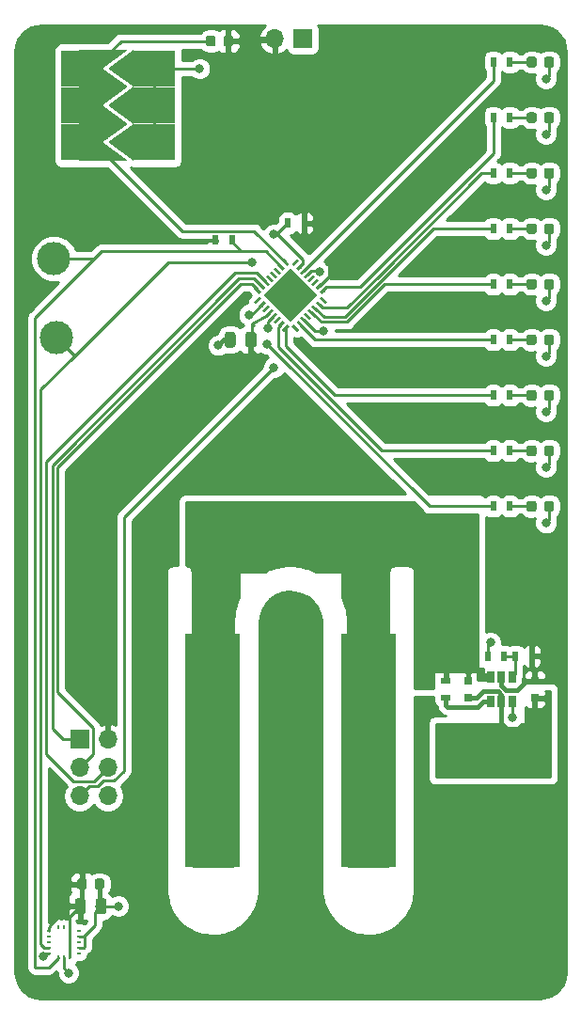
<source format=gbr>
G04 #@! TF.GenerationSoftware,KiCad,Pcbnew,5.0.2-bee76a0~70~ubuntu18.04.1*
G04 #@! TF.CreationDate,2019-03-04T23:14:44-05:00*
G04 #@! TF.ProjectId,BalancingBusinessCardLights,42616c61-6e63-4696-9e67-427573696e65,rev?*
G04 #@! TF.SameCoordinates,Original*
G04 #@! TF.FileFunction,Copper,L1,Top*
G04 #@! TF.FilePolarity,Positive*
%FSLAX46Y46*%
G04 Gerber Fmt 4.6, Leading zero omitted, Abs format (unit mm)*
G04 Created by KiCad (PCBNEW 5.0.2-bee76a0~70~ubuntu18.04.1) date Mon 04 Mar 2019 11:14:44 PM EST*
%MOMM*%
%LPD*%
G01*
G04 APERTURE LIST*
G04 #@! TA.AperFunction,SMDPad,CuDef*
%ADD10R,5.000000X21.000000*%
G04 #@! TD*
G04 #@! TA.AperFunction,Conductor*
%ADD11C,0.100000*%
G04 #@! TD*
G04 #@! TA.AperFunction,SMDPad,CuDef*
%ADD12C,0.975000*%
G04 #@! TD*
G04 #@! TA.AperFunction,SMDPad,CuDef*
%ADD13C,0.875000*%
G04 #@! TD*
G04 #@! TA.AperFunction,ComponentPad*
%ADD14O,1.700000X1.700000*%
G04 #@! TD*
G04 #@! TA.AperFunction,ComponentPad*
%ADD15R,1.700000X1.700000*%
G04 #@! TD*
G04 #@! TA.AperFunction,SMDPad,CuDef*
%ADD16R,0.254000X0.355600*%
G04 #@! TD*
G04 #@! TA.AperFunction,SMDPad,CuDef*
%ADD17R,0.355600X0.254000*%
G04 #@! TD*
G04 #@! TA.AperFunction,SMDPad,CuDef*
%ADD18R,0.750000X0.800000*%
G04 #@! TD*
G04 #@! TA.AperFunction,SMDPad,CuDef*
%ADD19R,0.900000X0.500000*%
G04 #@! TD*
G04 #@! TA.AperFunction,SMDPad,CuDef*
%ADD20R,0.500000X0.900000*%
G04 #@! TD*
G04 #@! TA.AperFunction,SMDPad,CuDef*
%ADD21C,1.725000*%
G04 #@! TD*
G04 #@! TA.AperFunction,SMDPad,CuDef*
%ADD22C,0.250000*%
G04 #@! TD*
G04 #@! TA.AperFunction,SMDPad,CuDef*
%ADD23R,0.650000X1.060000*%
G04 #@! TD*
G04 #@! TA.AperFunction,SMDPad,CuDef*
%ADD24C,1.339262*%
G04 #@! TD*
G04 #@! TA.AperFunction,SMDPad,CuDef*
%ADD25R,3.750000X3.333333*%
G04 #@! TD*
G04 #@! TA.AperFunction,BGAPad,CuDef*
%ADD26C,3.000000*%
G04 #@! TD*
G04 #@! TA.AperFunction,ViaPad*
%ADD27C,0.800000*%
G04 #@! TD*
G04 #@! TA.AperFunction,Conductor*
%ADD28C,0.400000*%
G04 #@! TD*
G04 #@! TA.AperFunction,Conductor*
%ADD29C,0.250000*%
G04 #@! TD*
G04 #@! TA.AperFunction,Conductor*
%ADD30C,0.254000*%
G04 #@! TD*
G04 APERTURE END LIST*
D10*
G04 #@! TO.P,BT101,1*
G04 #@! TO.N,+BATT*
X198500000Y-116000000D03*
X212500000Y-116000000D03*
G04 #@! TD*
D11*
G04 #@! TO.N,GND*
G04 #@! TO.C,C101*
G36*
X200330142Y-78301174D02*
X200353803Y-78304684D01*
X200377007Y-78310496D01*
X200399529Y-78318554D01*
X200421153Y-78328782D01*
X200441670Y-78341079D01*
X200460883Y-78355329D01*
X200478607Y-78371393D01*
X200494671Y-78389117D01*
X200508921Y-78408330D01*
X200521218Y-78428847D01*
X200531446Y-78450471D01*
X200539504Y-78472993D01*
X200545316Y-78496197D01*
X200548826Y-78519858D01*
X200550000Y-78543750D01*
X200550000Y-79456250D01*
X200548826Y-79480142D01*
X200545316Y-79503803D01*
X200539504Y-79527007D01*
X200531446Y-79549529D01*
X200521218Y-79571153D01*
X200508921Y-79591670D01*
X200494671Y-79610883D01*
X200478607Y-79628607D01*
X200460883Y-79644671D01*
X200441670Y-79658921D01*
X200421153Y-79671218D01*
X200399529Y-79681446D01*
X200377007Y-79689504D01*
X200353803Y-79695316D01*
X200330142Y-79698826D01*
X200306250Y-79700000D01*
X199818750Y-79700000D01*
X199794858Y-79698826D01*
X199771197Y-79695316D01*
X199747993Y-79689504D01*
X199725471Y-79681446D01*
X199703847Y-79671218D01*
X199683330Y-79658921D01*
X199664117Y-79644671D01*
X199646393Y-79628607D01*
X199630329Y-79610883D01*
X199616079Y-79591670D01*
X199603782Y-79571153D01*
X199593554Y-79549529D01*
X199585496Y-79527007D01*
X199579684Y-79503803D01*
X199576174Y-79480142D01*
X199575000Y-79456250D01*
X199575000Y-78543750D01*
X199576174Y-78519858D01*
X199579684Y-78496197D01*
X199585496Y-78472993D01*
X199593554Y-78450471D01*
X199603782Y-78428847D01*
X199616079Y-78408330D01*
X199630329Y-78389117D01*
X199646393Y-78371393D01*
X199664117Y-78355329D01*
X199683330Y-78341079D01*
X199703847Y-78328782D01*
X199725471Y-78318554D01*
X199747993Y-78310496D01*
X199771197Y-78304684D01*
X199794858Y-78301174D01*
X199818750Y-78300000D01*
X200306250Y-78300000D01*
X200330142Y-78301174D01*
X200330142Y-78301174D01*
G37*
D12*
G04 #@! TD*
G04 #@! TO.P,C101,2*
G04 #@! TO.N,GND*
X200062500Y-79000000D03*
D11*
G04 #@! TO.N,+3V3*
G04 #@! TO.C,C101*
G36*
X202205142Y-78301174D02*
X202228803Y-78304684D01*
X202252007Y-78310496D01*
X202274529Y-78318554D01*
X202296153Y-78328782D01*
X202316670Y-78341079D01*
X202335883Y-78355329D01*
X202353607Y-78371393D01*
X202369671Y-78389117D01*
X202383921Y-78408330D01*
X202396218Y-78428847D01*
X202406446Y-78450471D01*
X202414504Y-78472993D01*
X202420316Y-78496197D01*
X202423826Y-78519858D01*
X202425000Y-78543750D01*
X202425000Y-79456250D01*
X202423826Y-79480142D01*
X202420316Y-79503803D01*
X202414504Y-79527007D01*
X202406446Y-79549529D01*
X202396218Y-79571153D01*
X202383921Y-79591670D01*
X202369671Y-79610883D01*
X202353607Y-79628607D01*
X202335883Y-79644671D01*
X202316670Y-79658921D01*
X202296153Y-79671218D01*
X202274529Y-79681446D01*
X202252007Y-79689504D01*
X202228803Y-79695316D01*
X202205142Y-79698826D01*
X202181250Y-79700000D01*
X201693750Y-79700000D01*
X201669858Y-79698826D01*
X201646197Y-79695316D01*
X201622993Y-79689504D01*
X201600471Y-79681446D01*
X201578847Y-79671218D01*
X201558330Y-79658921D01*
X201539117Y-79644671D01*
X201521393Y-79628607D01*
X201505329Y-79610883D01*
X201491079Y-79591670D01*
X201478782Y-79571153D01*
X201468554Y-79549529D01*
X201460496Y-79527007D01*
X201454684Y-79503803D01*
X201451174Y-79480142D01*
X201450000Y-79456250D01*
X201450000Y-78543750D01*
X201451174Y-78519858D01*
X201454684Y-78496197D01*
X201460496Y-78472993D01*
X201468554Y-78450471D01*
X201478782Y-78428847D01*
X201491079Y-78408330D01*
X201505329Y-78389117D01*
X201521393Y-78371393D01*
X201539117Y-78355329D01*
X201558330Y-78341079D01*
X201578847Y-78328782D01*
X201600471Y-78318554D01*
X201622993Y-78310496D01*
X201646197Y-78304684D01*
X201669858Y-78301174D01*
X201693750Y-78300000D01*
X202181250Y-78300000D01*
X202205142Y-78301174D01*
X202205142Y-78301174D01*
G37*
D12*
G04 #@! TD*
G04 #@! TO.P,C101,1*
G04 #@! TO.N,+3V3*
X201937500Y-79000000D03*
D11*
G04 #@! TO.N,GND*
G04 #@! TO.C,C401*
G36*
X188705142Y-129301174D02*
X188728803Y-129304684D01*
X188752007Y-129310496D01*
X188774529Y-129318554D01*
X188796153Y-129328782D01*
X188816670Y-129341079D01*
X188835883Y-129355329D01*
X188853607Y-129371393D01*
X188869671Y-129389117D01*
X188883921Y-129408330D01*
X188896218Y-129428847D01*
X188906446Y-129450471D01*
X188914504Y-129472993D01*
X188920316Y-129496197D01*
X188923826Y-129519858D01*
X188925000Y-129543750D01*
X188925000Y-130456250D01*
X188923826Y-130480142D01*
X188920316Y-130503803D01*
X188914504Y-130527007D01*
X188906446Y-130549529D01*
X188896218Y-130571153D01*
X188883921Y-130591670D01*
X188869671Y-130610883D01*
X188853607Y-130628607D01*
X188835883Y-130644671D01*
X188816670Y-130658921D01*
X188796153Y-130671218D01*
X188774529Y-130681446D01*
X188752007Y-130689504D01*
X188728803Y-130695316D01*
X188705142Y-130698826D01*
X188681250Y-130700000D01*
X188193750Y-130700000D01*
X188169858Y-130698826D01*
X188146197Y-130695316D01*
X188122993Y-130689504D01*
X188100471Y-130681446D01*
X188078847Y-130671218D01*
X188058330Y-130658921D01*
X188039117Y-130644671D01*
X188021393Y-130628607D01*
X188005329Y-130610883D01*
X187991079Y-130591670D01*
X187978782Y-130571153D01*
X187968554Y-130549529D01*
X187960496Y-130527007D01*
X187954684Y-130503803D01*
X187951174Y-130480142D01*
X187950000Y-130456250D01*
X187950000Y-129543750D01*
X187951174Y-129519858D01*
X187954684Y-129496197D01*
X187960496Y-129472993D01*
X187968554Y-129450471D01*
X187978782Y-129428847D01*
X187991079Y-129408330D01*
X188005329Y-129389117D01*
X188021393Y-129371393D01*
X188039117Y-129355329D01*
X188058330Y-129341079D01*
X188078847Y-129328782D01*
X188100471Y-129318554D01*
X188122993Y-129310496D01*
X188146197Y-129304684D01*
X188169858Y-129301174D01*
X188193750Y-129300000D01*
X188681250Y-129300000D01*
X188705142Y-129301174D01*
X188705142Y-129301174D01*
G37*
D12*
G04 #@! TD*
G04 #@! TO.P,C401,2*
G04 #@! TO.N,GND*
X188437500Y-130000000D03*
D11*
G04 #@! TO.N,+3V3*
G04 #@! TO.C,C401*
G36*
X186830142Y-129301174D02*
X186853803Y-129304684D01*
X186877007Y-129310496D01*
X186899529Y-129318554D01*
X186921153Y-129328782D01*
X186941670Y-129341079D01*
X186960883Y-129355329D01*
X186978607Y-129371393D01*
X186994671Y-129389117D01*
X187008921Y-129408330D01*
X187021218Y-129428847D01*
X187031446Y-129450471D01*
X187039504Y-129472993D01*
X187045316Y-129496197D01*
X187048826Y-129519858D01*
X187050000Y-129543750D01*
X187050000Y-130456250D01*
X187048826Y-130480142D01*
X187045316Y-130503803D01*
X187039504Y-130527007D01*
X187031446Y-130549529D01*
X187021218Y-130571153D01*
X187008921Y-130591670D01*
X186994671Y-130610883D01*
X186978607Y-130628607D01*
X186960883Y-130644671D01*
X186941670Y-130658921D01*
X186921153Y-130671218D01*
X186899529Y-130681446D01*
X186877007Y-130689504D01*
X186853803Y-130695316D01*
X186830142Y-130698826D01*
X186806250Y-130700000D01*
X186318750Y-130700000D01*
X186294858Y-130698826D01*
X186271197Y-130695316D01*
X186247993Y-130689504D01*
X186225471Y-130681446D01*
X186203847Y-130671218D01*
X186183330Y-130658921D01*
X186164117Y-130644671D01*
X186146393Y-130628607D01*
X186130329Y-130610883D01*
X186116079Y-130591670D01*
X186103782Y-130571153D01*
X186093554Y-130549529D01*
X186085496Y-130527007D01*
X186079684Y-130503803D01*
X186076174Y-130480142D01*
X186075000Y-130456250D01*
X186075000Y-129543750D01*
X186076174Y-129519858D01*
X186079684Y-129496197D01*
X186085496Y-129472993D01*
X186093554Y-129450471D01*
X186103782Y-129428847D01*
X186116079Y-129408330D01*
X186130329Y-129389117D01*
X186146393Y-129371393D01*
X186164117Y-129355329D01*
X186183330Y-129341079D01*
X186203847Y-129328782D01*
X186225471Y-129318554D01*
X186247993Y-129310496D01*
X186271197Y-129304684D01*
X186294858Y-129301174D01*
X186318750Y-129300000D01*
X186806250Y-129300000D01*
X186830142Y-129301174D01*
X186830142Y-129301174D01*
G37*
D12*
G04 #@! TD*
G04 #@! TO.P,C401,1*
G04 #@! TO.N,+3V3*
X186562500Y-130000000D03*
D11*
G04 #@! TO.N,GND*
G04 #@! TO.C,C402*
G36*
X188527691Y-127526053D02*
X188548926Y-127529203D01*
X188569750Y-127534419D01*
X188589962Y-127541651D01*
X188609368Y-127550830D01*
X188627781Y-127561866D01*
X188645024Y-127574654D01*
X188660930Y-127589070D01*
X188675346Y-127604976D01*
X188688134Y-127622219D01*
X188699170Y-127640632D01*
X188708349Y-127660038D01*
X188715581Y-127680250D01*
X188720797Y-127701074D01*
X188723947Y-127722309D01*
X188725000Y-127743750D01*
X188725000Y-128256250D01*
X188723947Y-128277691D01*
X188720797Y-128298926D01*
X188715581Y-128319750D01*
X188708349Y-128339962D01*
X188699170Y-128359368D01*
X188688134Y-128377781D01*
X188675346Y-128395024D01*
X188660930Y-128410930D01*
X188645024Y-128425346D01*
X188627781Y-128438134D01*
X188609368Y-128449170D01*
X188589962Y-128458349D01*
X188569750Y-128465581D01*
X188548926Y-128470797D01*
X188527691Y-128473947D01*
X188506250Y-128475000D01*
X188068750Y-128475000D01*
X188047309Y-128473947D01*
X188026074Y-128470797D01*
X188005250Y-128465581D01*
X187985038Y-128458349D01*
X187965632Y-128449170D01*
X187947219Y-128438134D01*
X187929976Y-128425346D01*
X187914070Y-128410930D01*
X187899654Y-128395024D01*
X187886866Y-128377781D01*
X187875830Y-128359368D01*
X187866651Y-128339962D01*
X187859419Y-128319750D01*
X187854203Y-128298926D01*
X187851053Y-128277691D01*
X187850000Y-128256250D01*
X187850000Y-127743750D01*
X187851053Y-127722309D01*
X187854203Y-127701074D01*
X187859419Y-127680250D01*
X187866651Y-127660038D01*
X187875830Y-127640632D01*
X187886866Y-127622219D01*
X187899654Y-127604976D01*
X187914070Y-127589070D01*
X187929976Y-127574654D01*
X187947219Y-127561866D01*
X187965632Y-127550830D01*
X187985038Y-127541651D01*
X188005250Y-127534419D01*
X188026074Y-127529203D01*
X188047309Y-127526053D01*
X188068750Y-127525000D01*
X188506250Y-127525000D01*
X188527691Y-127526053D01*
X188527691Y-127526053D01*
G37*
D13*
G04 #@! TD*
G04 #@! TO.P,C402,2*
G04 #@! TO.N,GND*
X188287500Y-128000000D03*
D11*
G04 #@! TO.N,+3V3*
G04 #@! TO.C,C402*
G36*
X186952691Y-127526053D02*
X186973926Y-127529203D01*
X186994750Y-127534419D01*
X187014962Y-127541651D01*
X187034368Y-127550830D01*
X187052781Y-127561866D01*
X187070024Y-127574654D01*
X187085930Y-127589070D01*
X187100346Y-127604976D01*
X187113134Y-127622219D01*
X187124170Y-127640632D01*
X187133349Y-127660038D01*
X187140581Y-127680250D01*
X187145797Y-127701074D01*
X187148947Y-127722309D01*
X187150000Y-127743750D01*
X187150000Y-128256250D01*
X187148947Y-128277691D01*
X187145797Y-128298926D01*
X187140581Y-128319750D01*
X187133349Y-128339962D01*
X187124170Y-128359368D01*
X187113134Y-128377781D01*
X187100346Y-128395024D01*
X187085930Y-128410930D01*
X187070024Y-128425346D01*
X187052781Y-128438134D01*
X187034368Y-128449170D01*
X187014962Y-128458349D01*
X186994750Y-128465581D01*
X186973926Y-128470797D01*
X186952691Y-128473947D01*
X186931250Y-128475000D01*
X186493750Y-128475000D01*
X186472309Y-128473947D01*
X186451074Y-128470797D01*
X186430250Y-128465581D01*
X186410038Y-128458349D01*
X186390632Y-128449170D01*
X186372219Y-128438134D01*
X186354976Y-128425346D01*
X186339070Y-128410930D01*
X186324654Y-128395024D01*
X186311866Y-128377781D01*
X186300830Y-128359368D01*
X186291651Y-128339962D01*
X186284419Y-128319750D01*
X186279203Y-128298926D01*
X186276053Y-128277691D01*
X186275000Y-128256250D01*
X186275000Y-127743750D01*
X186276053Y-127722309D01*
X186279203Y-127701074D01*
X186284419Y-127680250D01*
X186291651Y-127660038D01*
X186300830Y-127640632D01*
X186311866Y-127622219D01*
X186324654Y-127604976D01*
X186339070Y-127589070D01*
X186354976Y-127574654D01*
X186372219Y-127561866D01*
X186390632Y-127550830D01*
X186410038Y-127541651D01*
X186430250Y-127534419D01*
X186451074Y-127529203D01*
X186472309Y-127526053D01*
X186493750Y-127525000D01*
X186931250Y-127525000D01*
X186952691Y-127526053D01*
X186952691Y-127526053D01*
G37*
D13*
G04 #@! TD*
G04 #@! TO.P,C402,1*
G04 #@! TO.N,+3V3*
X186712500Y-128000000D03*
D11*
G04 #@! TO.N,Net-(D301-Pad2)*
G04 #@! TO.C,D301*
G36*
X227452691Y-53526053D02*
X227473926Y-53529203D01*
X227494750Y-53534419D01*
X227514962Y-53541651D01*
X227534368Y-53550830D01*
X227552781Y-53561866D01*
X227570024Y-53574654D01*
X227585930Y-53589070D01*
X227600346Y-53604976D01*
X227613134Y-53622219D01*
X227624170Y-53640632D01*
X227633349Y-53660038D01*
X227640581Y-53680250D01*
X227645797Y-53701074D01*
X227648947Y-53722309D01*
X227650000Y-53743750D01*
X227650000Y-54256250D01*
X227648947Y-54277691D01*
X227645797Y-54298926D01*
X227640581Y-54319750D01*
X227633349Y-54339962D01*
X227624170Y-54359368D01*
X227613134Y-54377781D01*
X227600346Y-54395024D01*
X227585930Y-54410930D01*
X227570024Y-54425346D01*
X227552781Y-54438134D01*
X227534368Y-54449170D01*
X227514962Y-54458349D01*
X227494750Y-54465581D01*
X227473926Y-54470797D01*
X227452691Y-54473947D01*
X227431250Y-54475000D01*
X226993750Y-54475000D01*
X226972309Y-54473947D01*
X226951074Y-54470797D01*
X226930250Y-54465581D01*
X226910038Y-54458349D01*
X226890632Y-54449170D01*
X226872219Y-54438134D01*
X226854976Y-54425346D01*
X226839070Y-54410930D01*
X226824654Y-54395024D01*
X226811866Y-54377781D01*
X226800830Y-54359368D01*
X226791651Y-54339962D01*
X226784419Y-54319750D01*
X226779203Y-54298926D01*
X226776053Y-54277691D01*
X226775000Y-54256250D01*
X226775000Y-53743750D01*
X226776053Y-53722309D01*
X226779203Y-53701074D01*
X226784419Y-53680250D01*
X226791651Y-53660038D01*
X226800830Y-53640632D01*
X226811866Y-53622219D01*
X226824654Y-53604976D01*
X226839070Y-53589070D01*
X226854976Y-53574654D01*
X226872219Y-53561866D01*
X226890632Y-53550830D01*
X226910038Y-53541651D01*
X226930250Y-53534419D01*
X226951074Y-53529203D01*
X226972309Y-53526053D01*
X226993750Y-53525000D01*
X227431250Y-53525000D01*
X227452691Y-53526053D01*
X227452691Y-53526053D01*
G37*
D13*
G04 #@! TD*
G04 #@! TO.P,D301,2*
G04 #@! TO.N,Net-(D301-Pad2)*
X227212500Y-54000000D03*
D11*
G04 #@! TO.N,GND*
G04 #@! TO.C,D301*
G36*
X229027691Y-53526053D02*
X229048926Y-53529203D01*
X229069750Y-53534419D01*
X229089962Y-53541651D01*
X229109368Y-53550830D01*
X229127781Y-53561866D01*
X229145024Y-53574654D01*
X229160930Y-53589070D01*
X229175346Y-53604976D01*
X229188134Y-53622219D01*
X229199170Y-53640632D01*
X229208349Y-53660038D01*
X229215581Y-53680250D01*
X229220797Y-53701074D01*
X229223947Y-53722309D01*
X229225000Y-53743750D01*
X229225000Y-54256250D01*
X229223947Y-54277691D01*
X229220797Y-54298926D01*
X229215581Y-54319750D01*
X229208349Y-54339962D01*
X229199170Y-54359368D01*
X229188134Y-54377781D01*
X229175346Y-54395024D01*
X229160930Y-54410930D01*
X229145024Y-54425346D01*
X229127781Y-54438134D01*
X229109368Y-54449170D01*
X229089962Y-54458349D01*
X229069750Y-54465581D01*
X229048926Y-54470797D01*
X229027691Y-54473947D01*
X229006250Y-54475000D01*
X228568750Y-54475000D01*
X228547309Y-54473947D01*
X228526074Y-54470797D01*
X228505250Y-54465581D01*
X228485038Y-54458349D01*
X228465632Y-54449170D01*
X228447219Y-54438134D01*
X228429976Y-54425346D01*
X228414070Y-54410930D01*
X228399654Y-54395024D01*
X228386866Y-54377781D01*
X228375830Y-54359368D01*
X228366651Y-54339962D01*
X228359419Y-54319750D01*
X228354203Y-54298926D01*
X228351053Y-54277691D01*
X228350000Y-54256250D01*
X228350000Y-53743750D01*
X228351053Y-53722309D01*
X228354203Y-53701074D01*
X228359419Y-53680250D01*
X228366651Y-53660038D01*
X228375830Y-53640632D01*
X228386866Y-53622219D01*
X228399654Y-53604976D01*
X228414070Y-53589070D01*
X228429976Y-53574654D01*
X228447219Y-53561866D01*
X228465632Y-53550830D01*
X228485038Y-53541651D01*
X228505250Y-53534419D01*
X228526074Y-53529203D01*
X228547309Y-53526053D01*
X228568750Y-53525000D01*
X229006250Y-53525000D01*
X229027691Y-53526053D01*
X229027691Y-53526053D01*
G37*
D13*
G04 #@! TD*
G04 #@! TO.P,D301,1*
G04 #@! TO.N,GND*
X228787500Y-54000000D03*
D11*
G04 #@! TO.N,Net-(D302-Pad2)*
G04 #@! TO.C,D302*
G36*
X227452691Y-58526053D02*
X227473926Y-58529203D01*
X227494750Y-58534419D01*
X227514962Y-58541651D01*
X227534368Y-58550830D01*
X227552781Y-58561866D01*
X227570024Y-58574654D01*
X227585930Y-58589070D01*
X227600346Y-58604976D01*
X227613134Y-58622219D01*
X227624170Y-58640632D01*
X227633349Y-58660038D01*
X227640581Y-58680250D01*
X227645797Y-58701074D01*
X227648947Y-58722309D01*
X227650000Y-58743750D01*
X227650000Y-59256250D01*
X227648947Y-59277691D01*
X227645797Y-59298926D01*
X227640581Y-59319750D01*
X227633349Y-59339962D01*
X227624170Y-59359368D01*
X227613134Y-59377781D01*
X227600346Y-59395024D01*
X227585930Y-59410930D01*
X227570024Y-59425346D01*
X227552781Y-59438134D01*
X227534368Y-59449170D01*
X227514962Y-59458349D01*
X227494750Y-59465581D01*
X227473926Y-59470797D01*
X227452691Y-59473947D01*
X227431250Y-59475000D01*
X226993750Y-59475000D01*
X226972309Y-59473947D01*
X226951074Y-59470797D01*
X226930250Y-59465581D01*
X226910038Y-59458349D01*
X226890632Y-59449170D01*
X226872219Y-59438134D01*
X226854976Y-59425346D01*
X226839070Y-59410930D01*
X226824654Y-59395024D01*
X226811866Y-59377781D01*
X226800830Y-59359368D01*
X226791651Y-59339962D01*
X226784419Y-59319750D01*
X226779203Y-59298926D01*
X226776053Y-59277691D01*
X226775000Y-59256250D01*
X226775000Y-58743750D01*
X226776053Y-58722309D01*
X226779203Y-58701074D01*
X226784419Y-58680250D01*
X226791651Y-58660038D01*
X226800830Y-58640632D01*
X226811866Y-58622219D01*
X226824654Y-58604976D01*
X226839070Y-58589070D01*
X226854976Y-58574654D01*
X226872219Y-58561866D01*
X226890632Y-58550830D01*
X226910038Y-58541651D01*
X226930250Y-58534419D01*
X226951074Y-58529203D01*
X226972309Y-58526053D01*
X226993750Y-58525000D01*
X227431250Y-58525000D01*
X227452691Y-58526053D01*
X227452691Y-58526053D01*
G37*
D13*
G04 #@! TD*
G04 #@! TO.P,D302,2*
G04 #@! TO.N,Net-(D302-Pad2)*
X227212500Y-59000000D03*
D11*
G04 #@! TO.N,GND*
G04 #@! TO.C,D302*
G36*
X229027691Y-58526053D02*
X229048926Y-58529203D01*
X229069750Y-58534419D01*
X229089962Y-58541651D01*
X229109368Y-58550830D01*
X229127781Y-58561866D01*
X229145024Y-58574654D01*
X229160930Y-58589070D01*
X229175346Y-58604976D01*
X229188134Y-58622219D01*
X229199170Y-58640632D01*
X229208349Y-58660038D01*
X229215581Y-58680250D01*
X229220797Y-58701074D01*
X229223947Y-58722309D01*
X229225000Y-58743750D01*
X229225000Y-59256250D01*
X229223947Y-59277691D01*
X229220797Y-59298926D01*
X229215581Y-59319750D01*
X229208349Y-59339962D01*
X229199170Y-59359368D01*
X229188134Y-59377781D01*
X229175346Y-59395024D01*
X229160930Y-59410930D01*
X229145024Y-59425346D01*
X229127781Y-59438134D01*
X229109368Y-59449170D01*
X229089962Y-59458349D01*
X229069750Y-59465581D01*
X229048926Y-59470797D01*
X229027691Y-59473947D01*
X229006250Y-59475000D01*
X228568750Y-59475000D01*
X228547309Y-59473947D01*
X228526074Y-59470797D01*
X228505250Y-59465581D01*
X228485038Y-59458349D01*
X228465632Y-59449170D01*
X228447219Y-59438134D01*
X228429976Y-59425346D01*
X228414070Y-59410930D01*
X228399654Y-59395024D01*
X228386866Y-59377781D01*
X228375830Y-59359368D01*
X228366651Y-59339962D01*
X228359419Y-59319750D01*
X228354203Y-59298926D01*
X228351053Y-59277691D01*
X228350000Y-59256250D01*
X228350000Y-58743750D01*
X228351053Y-58722309D01*
X228354203Y-58701074D01*
X228359419Y-58680250D01*
X228366651Y-58660038D01*
X228375830Y-58640632D01*
X228386866Y-58622219D01*
X228399654Y-58604976D01*
X228414070Y-58589070D01*
X228429976Y-58574654D01*
X228447219Y-58561866D01*
X228465632Y-58550830D01*
X228485038Y-58541651D01*
X228505250Y-58534419D01*
X228526074Y-58529203D01*
X228547309Y-58526053D01*
X228568750Y-58525000D01*
X229006250Y-58525000D01*
X229027691Y-58526053D01*
X229027691Y-58526053D01*
G37*
D13*
G04 #@! TD*
G04 #@! TO.P,D302,1*
G04 #@! TO.N,GND*
X228787500Y-59000000D03*
D11*
G04 #@! TO.N,Net-(D303-Pad2)*
G04 #@! TO.C,D303*
G36*
X227452691Y-63526053D02*
X227473926Y-63529203D01*
X227494750Y-63534419D01*
X227514962Y-63541651D01*
X227534368Y-63550830D01*
X227552781Y-63561866D01*
X227570024Y-63574654D01*
X227585930Y-63589070D01*
X227600346Y-63604976D01*
X227613134Y-63622219D01*
X227624170Y-63640632D01*
X227633349Y-63660038D01*
X227640581Y-63680250D01*
X227645797Y-63701074D01*
X227648947Y-63722309D01*
X227650000Y-63743750D01*
X227650000Y-64256250D01*
X227648947Y-64277691D01*
X227645797Y-64298926D01*
X227640581Y-64319750D01*
X227633349Y-64339962D01*
X227624170Y-64359368D01*
X227613134Y-64377781D01*
X227600346Y-64395024D01*
X227585930Y-64410930D01*
X227570024Y-64425346D01*
X227552781Y-64438134D01*
X227534368Y-64449170D01*
X227514962Y-64458349D01*
X227494750Y-64465581D01*
X227473926Y-64470797D01*
X227452691Y-64473947D01*
X227431250Y-64475000D01*
X226993750Y-64475000D01*
X226972309Y-64473947D01*
X226951074Y-64470797D01*
X226930250Y-64465581D01*
X226910038Y-64458349D01*
X226890632Y-64449170D01*
X226872219Y-64438134D01*
X226854976Y-64425346D01*
X226839070Y-64410930D01*
X226824654Y-64395024D01*
X226811866Y-64377781D01*
X226800830Y-64359368D01*
X226791651Y-64339962D01*
X226784419Y-64319750D01*
X226779203Y-64298926D01*
X226776053Y-64277691D01*
X226775000Y-64256250D01*
X226775000Y-63743750D01*
X226776053Y-63722309D01*
X226779203Y-63701074D01*
X226784419Y-63680250D01*
X226791651Y-63660038D01*
X226800830Y-63640632D01*
X226811866Y-63622219D01*
X226824654Y-63604976D01*
X226839070Y-63589070D01*
X226854976Y-63574654D01*
X226872219Y-63561866D01*
X226890632Y-63550830D01*
X226910038Y-63541651D01*
X226930250Y-63534419D01*
X226951074Y-63529203D01*
X226972309Y-63526053D01*
X226993750Y-63525000D01*
X227431250Y-63525000D01*
X227452691Y-63526053D01*
X227452691Y-63526053D01*
G37*
D13*
G04 #@! TD*
G04 #@! TO.P,D303,2*
G04 #@! TO.N,Net-(D303-Pad2)*
X227212500Y-64000000D03*
D11*
G04 #@! TO.N,GND*
G04 #@! TO.C,D303*
G36*
X229027691Y-63526053D02*
X229048926Y-63529203D01*
X229069750Y-63534419D01*
X229089962Y-63541651D01*
X229109368Y-63550830D01*
X229127781Y-63561866D01*
X229145024Y-63574654D01*
X229160930Y-63589070D01*
X229175346Y-63604976D01*
X229188134Y-63622219D01*
X229199170Y-63640632D01*
X229208349Y-63660038D01*
X229215581Y-63680250D01*
X229220797Y-63701074D01*
X229223947Y-63722309D01*
X229225000Y-63743750D01*
X229225000Y-64256250D01*
X229223947Y-64277691D01*
X229220797Y-64298926D01*
X229215581Y-64319750D01*
X229208349Y-64339962D01*
X229199170Y-64359368D01*
X229188134Y-64377781D01*
X229175346Y-64395024D01*
X229160930Y-64410930D01*
X229145024Y-64425346D01*
X229127781Y-64438134D01*
X229109368Y-64449170D01*
X229089962Y-64458349D01*
X229069750Y-64465581D01*
X229048926Y-64470797D01*
X229027691Y-64473947D01*
X229006250Y-64475000D01*
X228568750Y-64475000D01*
X228547309Y-64473947D01*
X228526074Y-64470797D01*
X228505250Y-64465581D01*
X228485038Y-64458349D01*
X228465632Y-64449170D01*
X228447219Y-64438134D01*
X228429976Y-64425346D01*
X228414070Y-64410930D01*
X228399654Y-64395024D01*
X228386866Y-64377781D01*
X228375830Y-64359368D01*
X228366651Y-64339962D01*
X228359419Y-64319750D01*
X228354203Y-64298926D01*
X228351053Y-64277691D01*
X228350000Y-64256250D01*
X228350000Y-63743750D01*
X228351053Y-63722309D01*
X228354203Y-63701074D01*
X228359419Y-63680250D01*
X228366651Y-63660038D01*
X228375830Y-63640632D01*
X228386866Y-63622219D01*
X228399654Y-63604976D01*
X228414070Y-63589070D01*
X228429976Y-63574654D01*
X228447219Y-63561866D01*
X228465632Y-63550830D01*
X228485038Y-63541651D01*
X228505250Y-63534419D01*
X228526074Y-63529203D01*
X228547309Y-63526053D01*
X228568750Y-63525000D01*
X229006250Y-63525000D01*
X229027691Y-63526053D01*
X229027691Y-63526053D01*
G37*
D13*
G04 #@! TD*
G04 #@! TO.P,D303,1*
G04 #@! TO.N,GND*
X228787500Y-64000000D03*
D11*
G04 #@! TO.N,Net-(D304-Pad2)*
G04 #@! TO.C,D304*
G36*
X227452691Y-68526053D02*
X227473926Y-68529203D01*
X227494750Y-68534419D01*
X227514962Y-68541651D01*
X227534368Y-68550830D01*
X227552781Y-68561866D01*
X227570024Y-68574654D01*
X227585930Y-68589070D01*
X227600346Y-68604976D01*
X227613134Y-68622219D01*
X227624170Y-68640632D01*
X227633349Y-68660038D01*
X227640581Y-68680250D01*
X227645797Y-68701074D01*
X227648947Y-68722309D01*
X227650000Y-68743750D01*
X227650000Y-69256250D01*
X227648947Y-69277691D01*
X227645797Y-69298926D01*
X227640581Y-69319750D01*
X227633349Y-69339962D01*
X227624170Y-69359368D01*
X227613134Y-69377781D01*
X227600346Y-69395024D01*
X227585930Y-69410930D01*
X227570024Y-69425346D01*
X227552781Y-69438134D01*
X227534368Y-69449170D01*
X227514962Y-69458349D01*
X227494750Y-69465581D01*
X227473926Y-69470797D01*
X227452691Y-69473947D01*
X227431250Y-69475000D01*
X226993750Y-69475000D01*
X226972309Y-69473947D01*
X226951074Y-69470797D01*
X226930250Y-69465581D01*
X226910038Y-69458349D01*
X226890632Y-69449170D01*
X226872219Y-69438134D01*
X226854976Y-69425346D01*
X226839070Y-69410930D01*
X226824654Y-69395024D01*
X226811866Y-69377781D01*
X226800830Y-69359368D01*
X226791651Y-69339962D01*
X226784419Y-69319750D01*
X226779203Y-69298926D01*
X226776053Y-69277691D01*
X226775000Y-69256250D01*
X226775000Y-68743750D01*
X226776053Y-68722309D01*
X226779203Y-68701074D01*
X226784419Y-68680250D01*
X226791651Y-68660038D01*
X226800830Y-68640632D01*
X226811866Y-68622219D01*
X226824654Y-68604976D01*
X226839070Y-68589070D01*
X226854976Y-68574654D01*
X226872219Y-68561866D01*
X226890632Y-68550830D01*
X226910038Y-68541651D01*
X226930250Y-68534419D01*
X226951074Y-68529203D01*
X226972309Y-68526053D01*
X226993750Y-68525000D01*
X227431250Y-68525000D01*
X227452691Y-68526053D01*
X227452691Y-68526053D01*
G37*
D13*
G04 #@! TD*
G04 #@! TO.P,D304,2*
G04 #@! TO.N,Net-(D304-Pad2)*
X227212500Y-69000000D03*
D11*
G04 #@! TO.N,GND*
G04 #@! TO.C,D304*
G36*
X229027691Y-68526053D02*
X229048926Y-68529203D01*
X229069750Y-68534419D01*
X229089962Y-68541651D01*
X229109368Y-68550830D01*
X229127781Y-68561866D01*
X229145024Y-68574654D01*
X229160930Y-68589070D01*
X229175346Y-68604976D01*
X229188134Y-68622219D01*
X229199170Y-68640632D01*
X229208349Y-68660038D01*
X229215581Y-68680250D01*
X229220797Y-68701074D01*
X229223947Y-68722309D01*
X229225000Y-68743750D01*
X229225000Y-69256250D01*
X229223947Y-69277691D01*
X229220797Y-69298926D01*
X229215581Y-69319750D01*
X229208349Y-69339962D01*
X229199170Y-69359368D01*
X229188134Y-69377781D01*
X229175346Y-69395024D01*
X229160930Y-69410930D01*
X229145024Y-69425346D01*
X229127781Y-69438134D01*
X229109368Y-69449170D01*
X229089962Y-69458349D01*
X229069750Y-69465581D01*
X229048926Y-69470797D01*
X229027691Y-69473947D01*
X229006250Y-69475000D01*
X228568750Y-69475000D01*
X228547309Y-69473947D01*
X228526074Y-69470797D01*
X228505250Y-69465581D01*
X228485038Y-69458349D01*
X228465632Y-69449170D01*
X228447219Y-69438134D01*
X228429976Y-69425346D01*
X228414070Y-69410930D01*
X228399654Y-69395024D01*
X228386866Y-69377781D01*
X228375830Y-69359368D01*
X228366651Y-69339962D01*
X228359419Y-69319750D01*
X228354203Y-69298926D01*
X228351053Y-69277691D01*
X228350000Y-69256250D01*
X228350000Y-68743750D01*
X228351053Y-68722309D01*
X228354203Y-68701074D01*
X228359419Y-68680250D01*
X228366651Y-68660038D01*
X228375830Y-68640632D01*
X228386866Y-68622219D01*
X228399654Y-68604976D01*
X228414070Y-68589070D01*
X228429976Y-68574654D01*
X228447219Y-68561866D01*
X228465632Y-68550830D01*
X228485038Y-68541651D01*
X228505250Y-68534419D01*
X228526074Y-68529203D01*
X228547309Y-68526053D01*
X228568750Y-68525000D01*
X229006250Y-68525000D01*
X229027691Y-68526053D01*
X229027691Y-68526053D01*
G37*
D13*
G04 #@! TD*
G04 #@! TO.P,D304,1*
G04 #@! TO.N,GND*
X228787500Y-69000000D03*
D11*
G04 #@! TO.N,Net-(D305-Pad2)*
G04 #@! TO.C,D305*
G36*
X227452691Y-73526053D02*
X227473926Y-73529203D01*
X227494750Y-73534419D01*
X227514962Y-73541651D01*
X227534368Y-73550830D01*
X227552781Y-73561866D01*
X227570024Y-73574654D01*
X227585930Y-73589070D01*
X227600346Y-73604976D01*
X227613134Y-73622219D01*
X227624170Y-73640632D01*
X227633349Y-73660038D01*
X227640581Y-73680250D01*
X227645797Y-73701074D01*
X227648947Y-73722309D01*
X227650000Y-73743750D01*
X227650000Y-74256250D01*
X227648947Y-74277691D01*
X227645797Y-74298926D01*
X227640581Y-74319750D01*
X227633349Y-74339962D01*
X227624170Y-74359368D01*
X227613134Y-74377781D01*
X227600346Y-74395024D01*
X227585930Y-74410930D01*
X227570024Y-74425346D01*
X227552781Y-74438134D01*
X227534368Y-74449170D01*
X227514962Y-74458349D01*
X227494750Y-74465581D01*
X227473926Y-74470797D01*
X227452691Y-74473947D01*
X227431250Y-74475000D01*
X226993750Y-74475000D01*
X226972309Y-74473947D01*
X226951074Y-74470797D01*
X226930250Y-74465581D01*
X226910038Y-74458349D01*
X226890632Y-74449170D01*
X226872219Y-74438134D01*
X226854976Y-74425346D01*
X226839070Y-74410930D01*
X226824654Y-74395024D01*
X226811866Y-74377781D01*
X226800830Y-74359368D01*
X226791651Y-74339962D01*
X226784419Y-74319750D01*
X226779203Y-74298926D01*
X226776053Y-74277691D01*
X226775000Y-74256250D01*
X226775000Y-73743750D01*
X226776053Y-73722309D01*
X226779203Y-73701074D01*
X226784419Y-73680250D01*
X226791651Y-73660038D01*
X226800830Y-73640632D01*
X226811866Y-73622219D01*
X226824654Y-73604976D01*
X226839070Y-73589070D01*
X226854976Y-73574654D01*
X226872219Y-73561866D01*
X226890632Y-73550830D01*
X226910038Y-73541651D01*
X226930250Y-73534419D01*
X226951074Y-73529203D01*
X226972309Y-73526053D01*
X226993750Y-73525000D01*
X227431250Y-73525000D01*
X227452691Y-73526053D01*
X227452691Y-73526053D01*
G37*
D13*
G04 #@! TD*
G04 #@! TO.P,D305,2*
G04 #@! TO.N,Net-(D305-Pad2)*
X227212500Y-74000000D03*
D11*
G04 #@! TO.N,GND*
G04 #@! TO.C,D305*
G36*
X229027691Y-73526053D02*
X229048926Y-73529203D01*
X229069750Y-73534419D01*
X229089962Y-73541651D01*
X229109368Y-73550830D01*
X229127781Y-73561866D01*
X229145024Y-73574654D01*
X229160930Y-73589070D01*
X229175346Y-73604976D01*
X229188134Y-73622219D01*
X229199170Y-73640632D01*
X229208349Y-73660038D01*
X229215581Y-73680250D01*
X229220797Y-73701074D01*
X229223947Y-73722309D01*
X229225000Y-73743750D01*
X229225000Y-74256250D01*
X229223947Y-74277691D01*
X229220797Y-74298926D01*
X229215581Y-74319750D01*
X229208349Y-74339962D01*
X229199170Y-74359368D01*
X229188134Y-74377781D01*
X229175346Y-74395024D01*
X229160930Y-74410930D01*
X229145024Y-74425346D01*
X229127781Y-74438134D01*
X229109368Y-74449170D01*
X229089962Y-74458349D01*
X229069750Y-74465581D01*
X229048926Y-74470797D01*
X229027691Y-74473947D01*
X229006250Y-74475000D01*
X228568750Y-74475000D01*
X228547309Y-74473947D01*
X228526074Y-74470797D01*
X228505250Y-74465581D01*
X228485038Y-74458349D01*
X228465632Y-74449170D01*
X228447219Y-74438134D01*
X228429976Y-74425346D01*
X228414070Y-74410930D01*
X228399654Y-74395024D01*
X228386866Y-74377781D01*
X228375830Y-74359368D01*
X228366651Y-74339962D01*
X228359419Y-74319750D01*
X228354203Y-74298926D01*
X228351053Y-74277691D01*
X228350000Y-74256250D01*
X228350000Y-73743750D01*
X228351053Y-73722309D01*
X228354203Y-73701074D01*
X228359419Y-73680250D01*
X228366651Y-73660038D01*
X228375830Y-73640632D01*
X228386866Y-73622219D01*
X228399654Y-73604976D01*
X228414070Y-73589070D01*
X228429976Y-73574654D01*
X228447219Y-73561866D01*
X228465632Y-73550830D01*
X228485038Y-73541651D01*
X228505250Y-73534419D01*
X228526074Y-73529203D01*
X228547309Y-73526053D01*
X228568750Y-73525000D01*
X229006250Y-73525000D01*
X229027691Y-73526053D01*
X229027691Y-73526053D01*
G37*
D13*
G04 #@! TD*
G04 #@! TO.P,D305,1*
G04 #@! TO.N,GND*
X228787500Y-74000000D03*
D11*
G04 #@! TO.N,Net-(D306-Pad2)*
G04 #@! TO.C,D306*
G36*
X227452691Y-78526053D02*
X227473926Y-78529203D01*
X227494750Y-78534419D01*
X227514962Y-78541651D01*
X227534368Y-78550830D01*
X227552781Y-78561866D01*
X227570024Y-78574654D01*
X227585930Y-78589070D01*
X227600346Y-78604976D01*
X227613134Y-78622219D01*
X227624170Y-78640632D01*
X227633349Y-78660038D01*
X227640581Y-78680250D01*
X227645797Y-78701074D01*
X227648947Y-78722309D01*
X227650000Y-78743750D01*
X227650000Y-79256250D01*
X227648947Y-79277691D01*
X227645797Y-79298926D01*
X227640581Y-79319750D01*
X227633349Y-79339962D01*
X227624170Y-79359368D01*
X227613134Y-79377781D01*
X227600346Y-79395024D01*
X227585930Y-79410930D01*
X227570024Y-79425346D01*
X227552781Y-79438134D01*
X227534368Y-79449170D01*
X227514962Y-79458349D01*
X227494750Y-79465581D01*
X227473926Y-79470797D01*
X227452691Y-79473947D01*
X227431250Y-79475000D01*
X226993750Y-79475000D01*
X226972309Y-79473947D01*
X226951074Y-79470797D01*
X226930250Y-79465581D01*
X226910038Y-79458349D01*
X226890632Y-79449170D01*
X226872219Y-79438134D01*
X226854976Y-79425346D01*
X226839070Y-79410930D01*
X226824654Y-79395024D01*
X226811866Y-79377781D01*
X226800830Y-79359368D01*
X226791651Y-79339962D01*
X226784419Y-79319750D01*
X226779203Y-79298926D01*
X226776053Y-79277691D01*
X226775000Y-79256250D01*
X226775000Y-78743750D01*
X226776053Y-78722309D01*
X226779203Y-78701074D01*
X226784419Y-78680250D01*
X226791651Y-78660038D01*
X226800830Y-78640632D01*
X226811866Y-78622219D01*
X226824654Y-78604976D01*
X226839070Y-78589070D01*
X226854976Y-78574654D01*
X226872219Y-78561866D01*
X226890632Y-78550830D01*
X226910038Y-78541651D01*
X226930250Y-78534419D01*
X226951074Y-78529203D01*
X226972309Y-78526053D01*
X226993750Y-78525000D01*
X227431250Y-78525000D01*
X227452691Y-78526053D01*
X227452691Y-78526053D01*
G37*
D13*
G04 #@! TD*
G04 #@! TO.P,D306,2*
G04 #@! TO.N,Net-(D306-Pad2)*
X227212500Y-79000000D03*
D11*
G04 #@! TO.N,GND*
G04 #@! TO.C,D306*
G36*
X229027691Y-78526053D02*
X229048926Y-78529203D01*
X229069750Y-78534419D01*
X229089962Y-78541651D01*
X229109368Y-78550830D01*
X229127781Y-78561866D01*
X229145024Y-78574654D01*
X229160930Y-78589070D01*
X229175346Y-78604976D01*
X229188134Y-78622219D01*
X229199170Y-78640632D01*
X229208349Y-78660038D01*
X229215581Y-78680250D01*
X229220797Y-78701074D01*
X229223947Y-78722309D01*
X229225000Y-78743750D01*
X229225000Y-79256250D01*
X229223947Y-79277691D01*
X229220797Y-79298926D01*
X229215581Y-79319750D01*
X229208349Y-79339962D01*
X229199170Y-79359368D01*
X229188134Y-79377781D01*
X229175346Y-79395024D01*
X229160930Y-79410930D01*
X229145024Y-79425346D01*
X229127781Y-79438134D01*
X229109368Y-79449170D01*
X229089962Y-79458349D01*
X229069750Y-79465581D01*
X229048926Y-79470797D01*
X229027691Y-79473947D01*
X229006250Y-79475000D01*
X228568750Y-79475000D01*
X228547309Y-79473947D01*
X228526074Y-79470797D01*
X228505250Y-79465581D01*
X228485038Y-79458349D01*
X228465632Y-79449170D01*
X228447219Y-79438134D01*
X228429976Y-79425346D01*
X228414070Y-79410930D01*
X228399654Y-79395024D01*
X228386866Y-79377781D01*
X228375830Y-79359368D01*
X228366651Y-79339962D01*
X228359419Y-79319750D01*
X228354203Y-79298926D01*
X228351053Y-79277691D01*
X228350000Y-79256250D01*
X228350000Y-78743750D01*
X228351053Y-78722309D01*
X228354203Y-78701074D01*
X228359419Y-78680250D01*
X228366651Y-78660038D01*
X228375830Y-78640632D01*
X228386866Y-78622219D01*
X228399654Y-78604976D01*
X228414070Y-78589070D01*
X228429976Y-78574654D01*
X228447219Y-78561866D01*
X228465632Y-78550830D01*
X228485038Y-78541651D01*
X228505250Y-78534419D01*
X228526074Y-78529203D01*
X228547309Y-78526053D01*
X228568750Y-78525000D01*
X229006250Y-78525000D01*
X229027691Y-78526053D01*
X229027691Y-78526053D01*
G37*
D13*
G04 #@! TD*
G04 #@! TO.P,D306,1*
G04 #@! TO.N,GND*
X228787500Y-79000000D03*
D11*
G04 #@! TO.N,Net-(D307-Pad2)*
G04 #@! TO.C,D307*
G36*
X227452691Y-83526053D02*
X227473926Y-83529203D01*
X227494750Y-83534419D01*
X227514962Y-83541651D01*
X227534368Y-83550830D01*
X227552781Y-83561866D01*
X227570024Y-83574654D01*
X227585930Y-83589070D01*
X227600346Y-83604976D01*
X227613134Y-83622219D01*
X227624170Y-83640632D01*
X227633349Y-83660038D01*
X227640581Y-83680250D01*
X227645797Y-83701074D01*
X227648947Y-83722309D01*
X227650000Y-83743750D01*
X227650000Y-84256250D01*
X227648947Y-84277691D01*
X227645797Y-84298926D01*
X227640581Y-84319750D01*
X227633349Y-84339962D01*
X227624170Y-84359368D01*
X227613134Y-84377781D01*
X227600346Y-84395024D01*
X227585930Y-84410930D01*
X227570024Y-84425346D01*
X227552781Y-84438134D01*
X227534368Y-84449170D01*
X227514962Y-84458349D01*
X227494750Y-84465581D01*
X227473926Y-84470797D01*
X227452691Y-84473947D01*
X227431250Y-84475000D01*
X226993750Y-84475000D01*
X226972309Y-84473947D01*
X226951074Y-84470797D01*
X226930250Y-84465581D01*
X226910038Y-84458349D01*
X226890632Y-84449170D01*
X226872219Y-84438134D01*
X226854976Y-84425346D01*
X226839070Y-84410930D01*
X226824654Y-84395024D01*
X226811866Y-84377781D01*
X226800830Y-84359368D01*
X226791651Y-84339962D01*
X226784419Y-84319750D01*
X226779203Y-84298926D01*
X226776053Y-84277691D01*
X226775000Y-84256250D01*
X226775000Y-83743750D01*
X226776053Y-83722309D01*
X226779203Y-83701074D01*
X226784419Y-83680250D01*
X226791651Y-83660038D01*
X226800830Y-83640632D01*
X226811866Y-83622219D01*
X226824654Y-83604976D01*
X226839070Y-83589070D01*
X226854976Y-83574654D01*
X226872219Y-83561866D01*
X226890632Y-83550830D01*
X226910038Y-83541651D01*
X226930250Y-83534419D01*
X226951074Y-83529203D01*
X226972309Y-83526053D01*
X226993750Y-83525000D01*
X227431250Y-83525000D01*
X227452691Y-83526053D01*
X227452691Y-83526053D01*
G37*
D13*
G04 #@! TD*
G04 #@! TO.P,D307,2*
G04 #@! TO.N,Net-(D307-Pad2)*
X227212500Y-84000000D03*
D11*
G04 #@! TO.N,GND*
G04 #@! TO.C,D307*
G36*
X229027691Y-83526053D02*
X229048926Y-83529203D01*
X229069750Y-83534419D01*
X229089962Y-83541651D01*
X229109368Y-83550830D01*
X229127781Y-83561866D01*
X229145024Y-83574654D01*
X229160930Y-83589070D01*
X229175346Y-83604976D01*
X229188134Y-83622219D01*
X229199170Y-83640632D01*
X229208349Y-83660038D01*
X229215581Y-83680250D01*
X229220797Y-83701074D01*
X229223947Y-83722309D01*
X229225000Y-83743750D01*
X229225000Y-84256250D01*
X229223947Y-84277691D01*
X229220797Y-84298926D01*
X229215581Y-84319750D01*
X229208349Y-84339962D01*
X229199170Y-84359368D01*
X229188134Y-84377781D01*
X229175346Y-84395024D01*
X229160930Y-84410930D01*
X229145024Y-84425346D01*
X229127781Y-84438134D01*
X229109368Y-84449170D01*
X229089962Y-84458349D01*
X229069750Y-84465581D01*
X229048926Y-84470797D01*
X229027691Y-84473947D01*
X229006250Y-84475000D01*
X228568750Y-84475000D01*
X228547309Y-84473947D01*
X228526074Y-84470797D01*
X228505250Y-84465581D01*
X228485038Y-84458349D01*
X228465632Y-84449170D01*
X228447219Y-84438134D01*
X228429976Y-84425346D01*
X228414070Y-84410930D01*
X228399654Y-84395024D01*
X228386866Y-84377781D01*
X228375830Y-84359368D01*
X228366651Y-84339962D01*
X228359419Y-84319750D01*
X228354203Y-84298926D01*
X228351053Y-84277691D01*
X228350000Y-84256250D01*
X228350000Y-83743750D01*
X228351053Y-83722309D01*
X228354203Y-83701074D01*
X228359419Y-83680250D01*
X228366651Y-83660038D01*
X228375830Y-83640632D01*
X228386866Y-83622219D01*
X228399654Y-83604976D01*
X228414070Y-83589070D01*
X228429976Y-83574654D01*
X228447219Y-83561866D01*
X228465632Y-83550830D01*
X228485038Y-83541651D01*
X228505250Y-83534419D01*
X228526074Y-83529203D01*
X228547309Y-83526053D01*
X228568750Y-83525000D01*
X229006250Y-83525000D01*
X229027691Y-83526053D01*
X229027691Y-83526053D01*
G37*
D13*
G04 #@! TD*
G04 #@! TO.P,D307,1*
G04 #@! TO.N,GND*
X228787500Y-84000000D03*
D11*
G04 #@! TO.N,Net-(D308-Pad2)*
G04 #@! TO.C,D308*
G36*
X227452691Y-88526053D02*
X227473926Y-88529203D01*
X227494750Y-88534419D01*
X227514962Y-88541651D01*
X227534368Y-88550830D01*
X227552781Y-88561866D01*
X227570024Y-88574654D01*
X227585930Y-88589070D01*
X227600346Y-88604976D01*
X227613134Y-88622219D01*
X227624170Y-88640632D01*
X227633349Y-88660038D01*
X227640581Y-88680250D01*
X227645797Y-88701074D01*
X227648947Y-88722309D01*
X227650000Y-88743750D01*
X227650000Y-89256250D01*
X227648947Y-89277691D01*
X227645797Y-89298926D01*
X227640581Y-89319750D01*
X227633349Y-89339962D01*
X227624170Y-89359368D01*
X227613134Y-89377781D01*
X227600346Y-89395024D01*
X227585930Y-89410930D01*
X227570024Y-89425346D01*
X227552781Y-89438134D01*
X227534368Y-89449170D01*
X227514962Y-89458349D01*
X227494750Y-89465581D01*
X227473926Y-89470797D01*
X227452691Y-89473947D01*
X227431250Y-89475000D01*
X226993750Y-89475000D01*
X226972309Y-89473947D01*
X226951074Y-89470797D01*
X226930250Y-89465581D01*
X226910038Y-89458349D01*
X226890632Y-89449170D01*
X226872219Y-89438134D01*
X226854976Y-89425346D01*
X226839070Y-89410930D01*
X226824654Y-89395024D01*
X226811866Y-89377781D01*
X226800830Y-89359368D01*
X226791651Y-89339962D01*
X226784419Y-89319750D01*
X226779203Y-89298926D01*
X226776053Y-89277691D01*
X226775000Y-89256250D01*
X226775000Y-88743750D01*
X226776053Y-88722309D01*
X226779203Y-88701074D01*
X226784419Y-88680250D01*
X226791651Y-88660038D01*
X226800830Y-88640632D01*
X226811866Y-88622219D01*
X226824654Y-88604976D01*
X226839070Y-88589070D01*
X226854976Y-88574654D01*
X226872219Y-88561866D01*
X226890632Y-88550830D01*
X226910038Y-88541651D01*
X226930250Y-88534419D01*
X226951074Y-88529203D01*
X226972309Y-88526053D01*
X226993750Y-88525000D01*
X227431250Y-88525000D01*
X227452691Y-88526053D01*
X227452691Y-88526053D01*
G37*
D13*
G04 #@! TD*
G04 #@! TO.P,D308,2*
G04 #@! TO.N,Net-(D308-Pad2)*
X227212500Y-89000000D03*
D11*
G04 #@! TO.N,GND*
G04 #@! TO.C,D308*
G36*
X229027691Y-88526053D02*
X229048926Y-88529203D01*
X229069750Y-88534419D01*
X229089962Y-88541651D01*
X229109368Y-88550830D01*
X229127781Y-88561866D01*
X229145024Y-88574654D01*
X229160930Y-88589070D01*
X229175346Y-88604976D01*
X229188134Y-88622219D01*
X229199170Y-88640632D01*
X229208349Y-88660038D01*
X229215581Y-88680250D01*
X229220797Y-88701074D01*
X229223947Y-88722309D01*
X229225000Y-88743750D01*
X229225000Y-89256250D01*
X229223947Y-89277691D01*
X229220797Y-89298926D01*
X229215581Y-89319750D01*
X229208349Y-89339962D01*
X229199170Y-89359368D01*
X229188134Y-89377781D01*
X229175346Y-89395024D01*
X229160930Y-89410930D01*
X229145024Y-89425346D01*
X229127781Y-89438134D01*
X229109368Y-89449170D01*
X229089962Y-89458349D01*
X229069750Y-89465581D01*
X229048926Y-89470797D01*
X229027691Y-89473947D01*
X229006250Y-89475000D01*
X228568750Y-89475000D01*
X228547309Y-89473947D01*
X228526074Y-89470797D01*
X228505250Y-89465581D01*
X228485038Y-89458349D01*
X228465632Y-89449170D01*
X228447219Y-89438134D01*
X228429976Y-89425346D01*
X228414070Y-89410930D01*
X228399654Y-89395024D01*
X228386866Y-89377781D01*
X228375830Y-89359368D01*
X228366651Y-89339962D01*
X228359419Y-89319750D01*
X228354203Y-89298926D01*
X228351053Y-89277691D01*
X228350000Y-89256250D01*
X228350000Y-88743750D01*
X228351053Y-88722309D01*
X228354203Y-88701074D01*
X228359419Y-88680250D01*
X228366651Y-88660038D01*
X228375830Y-88640632D01*
X228386866Y-88622219D01*
X228399654Y-88604976D01*
X228414070Y-88589070D01*
X228429976Y-88574654D01*
X228447219Y-88561866D01*
X228465632Y-88550830D01*
X228485038Y-88541651D01*
X228505250Y-88534419D01*
X228526074Y-88529203D01*
X228547309Y-88526053D01*
X228568750Y-88525000D01*
X229006250Y-88525000D01*
X229027691Y-88526053D01*
X229027691Y-88526053D01*
G37*
D13*
G04 #@! TD*
G04 #@! TO.P,D308,1*
G04 #@! TO.N,GND*
X228787500Y-89000000D03*
D11*
G04 #@! TO.N,Net-(D309-Pad2)*
G04 #@! TO.C,D309*
G36*
X227452691Y-93526053D02*
X227473926Y-93529203D01*
X227494750Y-93534419D01*
X227514962Y-93541651D01*
X227534368Y-93550830D01*
X227552781Y-93561866D01*
X227570024Y-93574654D01*
X227585930Y-93589070D01*
X227600346Y-93604976D01*
X227613134Y-93622219D01*
X227624170Y-93640632D01*
X227633349Y-93660038D01*
X227640581Y-93680250D01*
X227645797Y-93701074D01*
X227648947Y-93722309D01*
X227650000Y-93743750D01*
X227650000Y-94256250D01*
X227648947Y-94277691D01*
X227645797Y-94298926D01*
X227640581Y-94319750D01*
X227633349Y-94339962D01*
X227624170Y-94359368D01*
X227613134Y-94377781D01*
X227600346Y-94395024D01*
X227585930Y-94410930D01*
X227570024Y-94425346D01*
X227552781Y-94438134D01*
X227534368Y-94449170D01*
X227514962Y-94458349D01*
X227494750Y-94465581D01*
X227473926Y-94470797D01*
X227452691Y-94473947D01*
X227431250Y-94475000D01*
X226993750Y-94475000D01*
X226972309Y-94473947D01*
X226951074Y-94470797D01*
X226930250Y-94465581D01*
X226910038Y-94458349D01*
X226890632Y-94449170D01*
X226872219Y-94438134D01*
X226854976Y-94425346D01*
X226839070Y-94410930D01*
X226824654Y-94395024D01*
X226811866Y-94377781D01*
X226800830Y-94359368D01*
X226791651Y-94339962D01*
X226784419Y-94319750D01*
X226779203Y-94298926D01*
X226776053Y-94277691D01*
X226775000Y-94256250D01*
X226775000Y-93743750D01*
X226776053Y-93722309D01*
X226779203Y-93701074D01*
X226784419Y-93680250D01*
X226791651Y-93660038D01*
X226800830Y-93640632D01*
X226811866Y-93622219D01*
X226824654Y-93604976D01*
X226839070Y-93589070D01*
X226854976Y-93574654D01*
X226872219Y-93561866D01*
X226890632Y-93550830D01*
X226910038Y-93541651D01*
X226930250Y-93534419D01*
X226951074Y-93529203D01*
X226972309Y-93526053D01*
X226993750Y-93525000D01*
X227431250Y-93525000D01*
X227452691Y-93526053D01*
X227452691Y-93526053D01*
G37*
D13*
G04 #@! TD*
G04 #@! TO.P,D309,2*
G04 #@! TO.N,Net-(D309-Pad2)*
X227212500Y-94000000D03*
D11*
G04 #@! TO.N,GND*
G04 #@! TO.C,D309*
G36*
X229027691Y-93526053D02*
X229048926Y-93529203D01*
X229069750Y-93534419D01*
X229089962Y-93541651D01*
X229109368Y-93550830D01*
X229127781Y-93561866D01*
X229145024Y-93574654D01*
X229160930Y-93589070D01*
X229175346Y-93604976D01*
X229188134Y-93622219D01*
X229199170Y-93640632D01*
X229208349Y-93660038D01*
X229215581Y-93680250D01*
X229220797Y-93701074D01*
X229223947Y-93722309D01*
X229225000Y-93743750D01*
X229225000Y-94256250D01*
X229223947Y-94277691D01*
X229220797Y-94298926D01*
X229215581Y-94319750D01*
X229208349Y-94339962D01*
X229199170Y-94359368D01*
X229188134Y-94377781D01*
X229175346Y-94395024D01*
X229160930Y-94410930D01*
X229145024Y-94425346D01*
X229127781Y-94438134D01*
X229109368Y-94449170D01*
X229089962Y-94458349D01*
X229069750Y-94465581D01*
X229048926Y-94470797D01*
X229027691Y-94473947D01*
X229006250Y-94475000D01*
X228568750Y-94475000D01*
X228547309Y-94473947D01*
X228526074Y-94470797D01*
X228505250Y-94465581D01*
X228485038Y-94458349D01*
X228465632Y-94449170D01*
X228447219Y-94438134D01*
X228429976Y-94425346D01*
X228414070Y-94410930D01*
X228399654Y-94395024D01*
X228386866Y-94377781D01*
X228375830Y-94359368D01*
X228366651Y-94339962D01*
X228359419Y-94319750D01*
X228354203Y-94298926D01*
X228351053Y-94277691D01*
X228350000Y-94256250D01*
X228350000Y-93743750D01*
X228351053Y-93722309D01*
X228354203Y-93701074D01*
X228359419Y-93680250D01*
X228366651Y-93660038D01*
X228375830Y-93640632D01*
X228386866Y-93622219D01*
X228399654Y-93604976D01*
X228414070Y-93589070D01*
X228429976Y-93574654D01*
X228447219Y-93561866D01*
X228465632Y-93550830D01*
X228485038Y-93541651D01*
X228505250Y-93534419D01*
X228526074Y-93529203D01*
X228547309Y-93526053D01*
X228568750Y-93525000D01*
X229006250Y-93525000D01*
X229027691Y-93526053D01*
X229027691Y-93526053D01*
G37*
D13*
G04 #@! TD*
G04 #@! TO.P,D309,1*
G04 #@! TO.N,GND*
X228787500Y-94000000D03*
D14*
G04 #@! TO.P,ICSP1,6*
G04 #@! TO.N,GND*
X189040000Y-120080000D03*
G04 #@! TO.P,ICSP1,5*
G04 #@! TO.N,/RESET*
X186500000Y-120080000D03*
G04 #@! TO.P,ICSP1,4*
G04 #@! TO.N,/MOSI*
X189040000Y-117540000D03*
G04 #@! TO.P,ICSP1,3*
G04 #@! TO.N,/SCK*
X186500000Y-117540000D03*
G04 #@! TO.P,ICSP1,2*
G04 #@! TO.N,+3V3*
X189040000Y-115000000D03*
D15*
G04 #@! TO.P,ICSP1,1*
G04 #@! TO.N,/MISO*
X186500000Y-115000000D03*
G04 #@! TD*
D16*
G04 #@! TO.P,U401,16*
G04 #@! TO.N,N/C*
X184575002Y-131908801D03*
G04 #@! TO.P,U401,15*
X185075001Y-131908801D03*
G04 #@! TO.P,U401,14*
G04 #@! TO.N,+3V3*
X185575000Y-131908801D03*
D17*
G04 #@! TO.P,U401,13*
G04 #@! TO.N,N/C*
X186421201Y-132255000D03*
G04 #@! TO.P,U401,12*
G04 #@! TO.N,GND*
X186421201Y-132755002D03*
G04 #@! TO.P,U401,11*
G04 #@! TO.N,N/C*
X186421201Y-133255001D03*
G04 #@! TO.P,U401,10*
G04 #@! TO.N,GND*
X186421201Y-133755000D03*
G04 #@! TO.P,U401,9*
G04 #@! TO.N,N/C*
X186421201Y-134255002D03*
D16*
G04 #@! TO.P,U401,8*
G04 #@! TO.N,+3V3*
X185575000Y-134601201D03*
G04 #@! TO.P,U401,7*
G04 #@! TO.N,GND*
X185075001Y-134601201D03*
G04 #@! TO.P,U401,6*
G04 #@! TO.N,/SDA*
X184575002Y-134601201D03*
D17*
G04 #@! TO.P,U401,5*
G04 #@! TO.N,GND*
X183728801Y-134255002D03*
G04 #@! TO.P,U401,4*
G04 #@! TO.N,/SCL*
X183728801Y-133755000D03*
G04 #@! TO.P,U401,3*
G04 #@! TO.N,N/C*
X183728801Y-133255001D03*
G04 #@! TO.P,U401,2*
X183728801Y-132755002D03*
G04 #@! TO.P,U401,1*
G04 #@! TO.N,+3V3*
X183728801Y-132255000D03*
G04 #@! TD*
D18*
G04 #@! TO.P,C403,1*
G04 #@! TO.N,+BATT*
X221500000Y-109750000D03*
G04 #@! TO.P,C403,2*
G04 #@! TO.N,GND*
X221500000Y-111250000D03*
G04 #@! TD*
G04 #@! TO.P,C404,2*
G04 #@! TO.N,GND*
X227500000Y-111250000D03*
G04 #@! TO.P,C404,1*
G04 #@! TO.N,+3V3*
X227500000Y-109750000D03*
G04 #@! TD*
D19*
G04 #@! TO.P,L401,2*
G04 #@! TO.N,+BATT*
X219500000Y-109750000D03*
G04 #@! TO.P,L401,1*
G04 #@! TO.N,Net-(L401-Pad1)*
X219500000Y-111250000D03*
G04 #@! TD*
D20*
G04 #@! TO.P,R201,2*
G04 #@! TO.N,Net-(D301-Pad2)*
X225250000Y-54000000D03*
G04 #@! TO.P,R201,1*
G04 #@! TO.N,/LED_0*
X223750000Y-54000000D03*
G04 #@! TD*
G04 #@! TO.P,R202,1*
G04 #@! TO.N,/LED_1*
X223750000Y-59000000D03*
G04 #@! TO.P,R202,2*
G04 #@! TO.N,Net-(D302-Pad2)*
X225250000Y-59000000D03*
G04 #@! TD*
G04 #@! TO.P,R203,2*
G04 #@! TO.N,Net-(D303-Pad2)*
X225250000Y-64000000D03*
G04 #@! TO.P,R203,1*
G04 #@! TO.N,/LED_2*
X223750000Y-64000000D03*
G04 #@! TD*
G04 #@! TO.P,R204,1*
G04 #@! TO.N,/LED_3*
X223750000Y-69000000D03*
G04 #@! TO.P,R204,2*
G04 #@! TO.N,Net-(D304-Pad2)*
X225250000Y-69000000D03*
G04 #@! TD*
G04 #@! TO.P,R205,2*
G04 #@! TO.N,Net-(D305-Pad2)*
X225250000Y-74000000D03*
G04 #@! TO.P,R205,1*
G04 #@! TO.N,/LED_4*
X223750000Y-74000000D03*
G04 #@! TD*
G04 #@! TO.P,R206,1*
G04 #@! TO.N,/LED_5*
X223750000Y-79000000D03*
G04 #@! TO.P,R206,2*
G04 #@! TO.N,Net-(D306-Pad2)*
X225250000Y-79000000D03*
G04 #@! TD*
G04 #@! TO.P,R207,2*
G04 #@! TO.N,Net-(D307-Pad2)*
X225250000Y-84000000D03*
G04 #@! TO.P,R207,1*
G04 #@! TO.N,/LED_6*
X223750000Y-84000000D03*
G04 #@! TD*
G04 #@! TO.P,R208,1*
G04 #@! TO.N,/LED_7*
X223750000Y-89000000D03*
G04 #@! TO.P,R208,2*
G04 #@! TO.N,Net-(D308-Pad2)*
X225250000Y-89000000D03*
G04 #@! TD*
G04 #@! TO.P,R209,1*
G04 #@! TO.N,/LED_8*
X223750000Y-94000000D03*
G04 #@! TO.P,R209,2*
G04 #@! TO.N,Net-(D309-Pad2)*
X225250000Y-94000000D03*
G04 #@! TD*
G04 #@! TO.P,R401,2*
G04 #@! TO.N,Net-(R401-Pad2)*
X225750000Y-107500000D03*
G04 #@! TO.P,R401,1*
G04 #@! TO.N,+3V3*
X227250000Y-107500000D03*
G04 #@! TD*
G04 #@! TO.P,R402,1*
G04 #@! TO.N,Net-(R401-Pad2)*
X224750000Y-107500000D03*
G04 #@! TO.P,R402,2*
G04 #@! TO.N,GND*
X223250000Y-107500000D03*
G04 #@! TD*
D21*
G04 #@! TO.P,U101,33*
G04 #@! TO.N,GND*
X204280241Y-75000000D03*
D11*
G04 #@! TD*
G04 #@! TO.N,GND*
G04 #@! TO.C,U101*
G36*
X204280241Y-76219759D02*
X203060482Y-75000000D01*
X204280241Y-73780241D01*
X205500000Y-75000000D01*
X204280241Y-76219759D01*
X204280241Y-76219759D01*
G37*
D21*
G04 #@! TO.P,U101,33*
G04 #@! TO.N,GND*
X205500000Y-76219759D03*
D11*
G04 #@! TD*
G04 #@! TO.N,GND*
G04 #@! TO.C,U101*
G36*
X205500000Y-77439518D02*
X204280241Y-76219759D01*
X205500000Y-75000000D01*
X206719759Y-76219759D01*
X205500000Y-77439518D01*
X205500000Y-77439518D01*
G37*
D21*
G04 #@! TO.P,U101,33*
G04 #@! TO.N,GND*
X205500000Y-73780241D03*
D11*
G04 #@! TD*
G04 #@! TO.N,GND*
G04 #@! TO.C,U101*
G36*
X205500000Y-75000000D02*
X204280241Y-73780241D01*
X205500000Y-72560482D01*
X206719759Y-73780241D01*
X205500000Y-75000000D01*
X205500000Y-75000000D01*
G37*
D21*
G04 #@! TO.P,U101,33*
G04 #@! TO.N,GND*
X206719759Y-75000000D03*
D11*
G04 #@! TD*
G04 #@! TO.N,GND*
G04 #@! TO.C,U101*
G36*
X206719759Y-76219759D02*
X205500000Y-75000000D01*
X206719759Y-73780241D01*
X207939518Y-75000000D01*
X206719759Y-76219759D01*
X206719759Y-76219759D01*
G37*
D22*
G04 #@! TO.P,U101,32*
G04 #@! TO.N,/SCK*
X202565507Y-74540381D03*
D11*
G04 #@! TD*
G04 #@! TO.N,/SCK*
G04 #@! TO.C,U101*
G36*
X202901383Y-74699480D02*
X202724606Y-74876257D01*
X202229631Y-74381282D01*
X202406408Y-74204505D01*
X202901383Y-74699480D01*
X202901383Y-74699480D01*
G37*
D22*
G04 #@! TO.P,U101,31*
G04 #@! TO.N,/MISO*
X202919060Y-74186827D03*
D11*
G04 #@! TD*
G04 #@! TO.N,/MISO*
G04 #@! TO.C,U101*
G36*
X203254936Y-74345926D02*
X203078159Y-74522703D01*
X202583184Y-74027728D01*
X202759961Y-73850951D01*
X203254936Y-74345926D01*
X203254936Y-74345926D01*
G37*
D22*
G04 #@! TO.P,U101,30*
G04 #@! TO.N,/MOSI*
X203272614Y-73833274D03*
D11*
G04 #@! TD*
G04 #@! TO.N,/MOSI*
G04 #@! TO.C,U101*
G36*
X203608490Y-73992373D02*
X203431713Y-74169150D01*
X202936738Y-73674175D01*
X203113515Y-73497398D01*
X203608490Y-73992373D01*
X203608490Y-73992373D01*
G37*
D22*
G04 #@! TO.P,U101,29*
G04 #@! TO.N,N/C*
X203626167Y-73479720D03*
D11*
G04 #@! TD*
G04 #@! TO.N,N/C*
G04 #@! TO.C,U101*
G36*
X203962043Y-73638819D02*
X203785266Y-73815596D01*
X203290291Y-73320621D01*
X203467068Y-73143844D01*
X203962043Y-73638819D01*
X203962043Y-73638819D01*
G37*
D22*
G04 #@! TO.P,U101,28*
G04 #@! TO.N,N/C*
X203979720Y-73126167D03*
D11*
G04 #@! TD*
G04 #@! TO.N,N/C*
G04 #@! TO.C,U101*
G36*
X204315596Y-73285266D02*
X204138819Y-73462043D01*
X203643844Y-72967068D01*
X203820621Y-72790291D01*
X204315596Y-73285266D01*
X204315596Y-73285266D01*
G37*
D22*
G04 #@! TO.P,U101,27*
G04 #@! TO.N,N/C*
X204333274Y-72772614D03*
D11*
G04 #@! TD*
G04 #@! TO.N,N/C*
G04 #@! TO.C,U101*
G36*
X204669150Y-72931713D02*
X204492373Y-73108490D01*
X203997398Y-72613515D01*
X204174175Y-72436738D01*
X204669150Y-72931713D01*
X204669150Y-72931713D01*
G37*
D22*
G04 #@! TO.P,U101,26*
G04 #@! TO.N,/SDA*
X204686827Y-72419060D03*
D11*
G04 #@! TD*
G04 #@! TO.N,/SDA*
G04 #@! TO.C,U101*
G36*
X205022703Y-72578159D02*
X204845926Y-72754936D01*
X204350951Y-72259961D01*
X204527728Y-72083184D01*
X205022703Y-72578159D01*
X205022703Y-72578159D01*
G37*
D22*
G04 #@! TO.P,U101,25*
G04 #@! TO.N,/TOUCH*
X205040381Y-72065507D03*
D11*
G04 #@! TD*
G04 #@! TO.N,/TOUCH*
G04 #@! TO.C,U101*
G36*
X205376257Y-72224606D02*
X205199480Y-72401383D01*
X204704505Y-71906408D01*
X204881282Y-71729631D01*
X205376257Y-72224606D01*
X205376257Y-72224606D01*
G37*
D22*
G04 #@! TO.P,U101,24*
G04 #@! TO.N,N/C*
X205959619Y-72065507D03*
D11*
G04 #@! TD*
G04 #@! TO.N,N/C*
G04 #@! TO.C,U101*
G36*
X205800520Y-72401383D02*
X205623743Y-72224606D01*
X206118718Y-71729631D01*
X206295495Y-71906408D01*
X205800520Y-72401383D01*
X205800520Y-72401383D01*
G37*
D22*
G04 #@! TO.P,U101,23*
G04 #@! TO.N,/SCL*
X206313173Y-72419060D03*
D11*
G04 #@! TD*
G04 #@! TO.N,/SCL*
G04 #@! TO.C,U101*
G36*
X206154074Y-72754936D02*
X205977297Y-72578159D01*
X206472272Y-72083184D01*
X206649049Y-72259961D01*
X206154074Y-72754936D01*
X206154074Y-72754936D01*
G37*
D22*
G04 #@! TO.P,U101,22*
G04 #@! TO.N,/LED_0*
X206666726Y-72772614D03*
D11*
G04 #@! TD*
G04 #@! TO.N,/LED_0*
G04 #@! TO.C,U101*
G36*
X206507627Y-73108490D02*
X206330850Y-72931713D01*
X206825825Y-72436738D01*
X207002602Y-72613515D01*
X206507627Y-73108490D01*
X206507627Y-73108490D01*
G37*
D22*
G04 #@! TO.P,U101,21*
G04 #@! TO.N,GND*
X207020280Y-73126167D03*
D11*
G04 #@! TD*
G04 #@! TO.N,GND*
G04 #@! TO.C,U101*
G36*
X206861181Y-73462043D02*
X206684404Y-73285266D01*
X207179379Y-72790291D01*
X207356156Y-72967068D01*
X206861181Y-73462043D01*
X206861181Y-73462043D01*
G37*
D22*
G04 #@! TO.P,U101,20*
G04 #@! TO.N,N/C*
X207373833Y-73479720D03*
D11*
G04 #@! TD*
G04 #@! TO.N,N/C*
G04 #@! TO.C,U101*
G36*
X207214734Y-73815596D02*
X207037957Y-73638819D01*
X207532932Y-73143844D01*
X207709709Y-73320621D01*
X207214734Y-73815596D01*
X207214734Y-73815596D01*
G37*
D22*
G04 #@! TO.P,U101,19*
G04 #@! TO.N,N/C*
X207727386Y-73833274D03*
D11*
G04 #@! TD*
G04 #@! TO.N,N/C*
G04 #@! TO.C,U101*
G36*
X207568287Y-74169150D02*
X207391510Y-73992373D01*
X207886485Y-73497398D01*
X208063262Y-73674175D01*
X207568287Y-74169150D01*
X207568287Y-74169150D01*
G37*
D22*
G04 #@! TO.P,U101,18*
G04 #@! TO.N,+3V3*
X208080940Y-74186827D03*
D11*
G04 #@! TD*
G04 #@! TO.N,+3V3*
G04 #@! TO.C,U101*
G36*
X207921841Y-74522703D02*
X207745064Y-74345926D01*
X208240039Y-73850951D01*
X208416816Y-74027728D01*
X207921841Y-74522703D01*
X207921841Y-74522703D01*
G37*
D22*
G04 #@! TO.P,U101,17*
G04 #@! TO.N,/LED_1*
X208434493Y-74540381D03*
D11*
G04 #@! TD*
G04 #@! TO.N,/LED_1*
G04 #@! TO.C,U101*
G36*
X208275394Y-74876257D02*
X208098617Y-74699480D01*
X208593592Y-74204505D01*
X208770369Y-74381282D01*
X208275394Y-74876257D01*
X208275394Y-74876257D01*
G37*
D22*
G04 #@! TO.P,U101,16*
G04 #@! TO.N,N/C*
X208434493Y-75459619D03*
D11*
G04 #@! TD*
G04 #@! TO.N,N/C*
G04 #@! TO.C,U101*
G36*
X208770369Y-75618718D02*
X208593592Y-75795495D01*
X208098617Y-75300520D01*
X208275394Y-75123743D01*
X208770369Y-75618718D01*
X208770369Y-75618718D01*
G37*
D22*
G04 #@! TO.P,U101,15*
G04 #@! TO.N,/LED_2*
X208080940Y-75813173D03*
D11*
G04 #@! TD*
G04 #@! TO.N,/LED_2*
G04 #@! TO.C,U101*
G36*
X208416816Y-75972272D02*
X208240039Y-76149049D01*
X207745064Y-75654074D01*
X207921841Y-75477297D01*
X208416816Y-75972272D01*
X208416816Y-75972272D01*
G37*
D22*
G04 #@! TO.P,U101,14*
G04 #@! TO.N,/LED_3*
X207727386Y-76166726D03*
D11*
G04 #@! TD*
G04 #@! TO.N,/LED_3*
G04 #@! TO.C,U101*
G36*
X208063262Y-76325825D02*
X207886485Y-76502602D01*
X207391510Y-76007627D01*
X207568287Y-75830850D01*
X208063262Y-76325825D01*
X208063262Y-76325825D01*
G37*
D22*
G04 #@! TO.P,U101,13*
G04 #@! TO.N,/LED_4*
X207373833Y-76520280D03*
D11*
G04 #@! TD*
G04 #@! TO.N,/LED_4*
G04 #@! TO.C,U101*
G36*
X207709709Y-76679379D02*
X207532932Y-76856156D01*
X207037957Y-76361181D01*
X207214734Y-76184404D01*
X207709709Y-76679379D01*
X207709709Y-76679379D01*
G37*
D22*
G04 #@! TO.P,U101,12*
G04 #@! TO.N,N/C*
X207020280Y-76873833D03*
D11*
G04 #@! TD*
G04 #@! TO.N,N/C*
G04 #@! TO.C,U101*
G36*
X207356156Y-77032932D02*
X207179379Y-77209709D01*
X206684404Y-76714734D01*
X206861181Y-76537957D01*
X207356156Y-77032932D01*
X207356156Y-77032932D01*
G37*
D22*
G04 #@! TO.P,U101,11*
G04 #@! TO.N,/RESET*
X206666726Y-77227386D03*
D11*
G04 #@! TD*
G04 #@! TO.N,/RESET*
G04 #@! TO.C,U101*
G36*
X207002602Y-77386485D02*
X206825825Y-77563262D01*
X206330850Y-77068287D01*
X206507627Y-76891510D01*
X207002602Y-77386485D01*
X207002602Y-77386485D01*
G37*
D22*
G04 #@! TO.P,U101,10*
G04 #@! TO.N,/LED_5*
X206313173Y-77580940D03*
D11*
G04 #@! TD*
G04 #@! TO.N,/LED_5*
G04 #@! TO.C,U101*
G36*
X206649049Y-77740039D02*
X206472272Y-77916816D01*
X205977297Y-77421841D01*
X206154074Y-77245064D01*
X206649049Y-77740039D01*
X206649049Y-77740039D01*
G37*
D22*
G04 #@! TO.P,U101,9*
G04 #@! TO.N,N/C*
X205959619Y-77934493D03*
D11*
G04 #@! TD*
G04 #@! TO.N,N/C*
G04 #@! TO.C,U101*
G36*
X206295495Y-78093592D02*
X206118718Y-78270369D01*
X205623743Y-77775394D01*
X205800520Y-77598617D01*
X206295495Y-78093592D01*
X206295495Y-78093592D01*
G37*
D22*
G04 #@! TO.P,U101,8*
G04 #@! TO.N,/LED_6*
X205040381Y-77934493D03*
D11*
G04 #@! TD*
G04 #@! TO.N,/LED_6*
G04 #@! TO.C,U101*
G36*
X204881282Y-78270369D02*
X204704505Y-78093592D01*
X205199480Y-77598617D01*
X205376257Y-77775394D01*
X204881282Y-78270369D01*
X204881282Y-78270369D01*
G37*
D22*
G04 #@! TO.P,U101,7*
G04 #@! TO.N,/LED_7*
X204686827Y-77580940D03*
D11*
G04 #@! TD*
G04 #@! TO.N,/LED_7*
G04 #@! TO.C,U101*
G36*
X204527728Y-77916816D02*
X204350951Y-77740039D01*
X204845926Y-77245064D01*
X205022703Y-77421841D01*
X204527728Y-77916816D01*
X204527728Y-77916816D01*
G37*
D22*
G04 #@! TO.P,U101,6*
G04 #@! TO.N,N/C*
X204333274Y-77227386D03*
D11*
G04 #@! TD*
G04 #@! TO.N,N/C*
G04 #@! TO.C,U101*
G36*
X204174175Y-77563262D02*
X203997398Y-77386485D01*
X204492373Y-76891510D01*
X204669150Y-77068287D01*
X204174175Y-77563262D01*
X204174175Y-77563262D01*
G37*
D22*
G04 #@! TO.P,U101,5*
G04 #@! TO.N,GND*
X203979720Y-76873833D03*
D11*
G04 #@! TD*
G04 #@! TO.N,GND*
G04 #@! TO.C,U101*
G36*
X203820621Y-77209709D02*
X203643844Y-77032932D01*
X204138819Y-76537957D01*
X204315596Y-76714734D01*
X203820621Y-77209709D01*
X203820621Y-77209709D01*
G37*
D22*
G04 #@! TO.P,U101,4*
G04 #@! TO.N,+3V3*
X203626167Y-76520280D03*
D11*
G04 #@! TD*
G04 #@! TO.N,+3V3*
G04 #@! TO.C,U101*
G36*
X203467068Y-76856156D02*
X203290291Y-76679379D01*
X203785266Y-76184404D01*
X203962043Y-76361181D01*
X203467068Y-76856156D01*
X203467068Y-76856156D01*
G37*
D22*
G04 #@! TO.P,U101,3*
G04 #@! TO.N,N/C*
X203272614Y-76166726D03*
D11*
G04 #@! TD*
G04 #@! TO.N,N/C*
G04 #@! TO.C,U101*
G36*
X203113515Y-76502602D02*
X202936738Y-76325825D01*
X203431713Y-75830850D01*
X203608490Y-76007627D01*
X203113515Y-76502602D01*
X203113515Y-76502602D01*
G37*
D22*
G04 #@! TO.P,U101,2*
G04 #@! TO.N,/LED_8*
X202919060Y-75813173D03*
D11*
G04 #@! TD*
G04 #@! TO.N,/LED_8*
G04 #@! TO.C,U101*
G36*
X202759961Y-76149049D02*
X202583184Y-75972272D01*
X203078159Y-75477297D01*
X203254936Y-75654074D01*
X202759961Y-76149049D01*
X202759961Y-76149049D01*
G37*
D22*
G04 #@! TO.P,U101,1*
G04 #@! TO.N,N/C*
X202565507Y-75459619D03*
D11*
G04 #@! TD*
G04 #@! TO.N,N/C*
G04 #@! TO.C,U101*
G36*
X202406408Y-75795495D02*
X202229631Y-75618718D01*
X202724606Y-75123743D01*
X202901383Y-75300520D01*
X202406408Y-75795495D01*
X202406408Y-75795495D01*
G37*
D23*
G04 #@! TO.P,U402,5*
G04 #@! TO.N,+3V3*
X224500000Y-109400000D03*
G04 #@! TO.P,U402,6*
G04 #@! TO.N,+BATT*
X223550000Y-109400000D03*
G04 #@! TO.P,U402,4*
G04 #@! TO.N,Net-(R401-Pad2)*
X225450000Y-109400000D03*
G04 #@! TO.P,U402,3*
G04 #@! TO.N,+BATT*
X225450000Y-111600000D03*
G04 #@! TO.P,U402,2*
G04 #@! TO.N,GND*
X224500000Y-111600000D03*
G04 #@! TO.P,U402,1*
G04 #@! TO.N,Net-(L401-Pad1)*
X223550000Y-111600000D03*
G04 #@! TD*
D20*
G04 #@! TO.P,R102,2*
G04 #@! TO.N,/SCL*
X205250000Y-68500000D03*
G04 #@! TO.P,R102,1*
G04 #@! TO.N,+3V3*
X206750000Y-68500000D03*
G04 #@! TD*
G04 #@! TO.P,R103,1*
G04 #@! TO.N,+3V3*
X198750000Y-70000000D03*
G04 #@! TO.P,R103,2*
G04 #@! TO.N,/SDA*
X200250000Y-70000000D03*
G04 #@! TD*
D15*
G04 #@! TO.P,J101,1*
G04 #@! TO.N,GND*
X206600000Y-51900000D03*
D14*
G04 #@! TO.P,J101,2*
G04 #@! TO.N,+3V3*
X204060000Y-51900000D03*
G04 #@! TD*
D11*
G04 #@! TO.N,/TOUCH*
G04 #@! TO.C,R101*
G36*
X198565191Y-51626053D02*
X198586426Y-51629203D01*
X198607250Y-51634419D01*
X198627462Y-51641651D01*
X198646868Y-51650830D01*
X198665281Y-51661866D01*
X198682524Y-51674654D01*
X198698430Y-51689070D01*
X198712846Y-51704976D01*
X198725634Y-51722219D01*
X198736670Y-51740632D01*
X198745849Y-51760038D01*
X198753081Y-51780250D01*
X198758297Y-51801074D01*
X198761447Y-51822309D01*
X198762500Y-51843750D01*
X198762500Y-52356250D01*
X198761447Y-52377691D01*
X198758297Y-52398926D01*
X198753081Y-52419750D01*
X198745849Y-52439962D01*
X198736670Y-52459368D01*
X198725634Y-52477781D01*
X198712846Y-52495024D01*
X198698430Y-52510930D01*
X198682524Y-52525346D01*
X198665281Y-52538134D01*
X198646868Y-52549170D01*
X198627462Y-52558349D01*
X198607250Y-52565581D01*
X198586426Y-52570797D01*
X198565191Y-52573947D01*
X198543750Y-52575000D01*
X198106250Y-52575000D01*
X198084809Y-52573947D01*
X198063574Y-52570797D01*
X198042750Y-52565581D01*
X198022538Y-52558349D01*
X198003132Y-52549170D01*
X197984719Y-52538134D01*
X197967476Y-52525346D01*
X197951570Y-52510930D01*
X197937154Y-52495024D01*
X197924366Y-52477781D01*
X197913330Y-52459368D01*
X197904151Y-52439962D01*
X197896919Y-52419750D01*
X197891703Y-52398926D01*
X197888553Y-52377691D01*
X197887500Y-52356250D01*
X197887500Y-51843750D01*
X197888553Y-51822309D01*
X197891703Y-51801074D01*
X197896919Y-51780250D01*
X197904151Y-51760038D01*
X197913330Y-51740632D01*
X197924366Y-51722219D01*
X197937154Y-51704976D01*
X197951570Y-51689070D01*
X197967476Y-51674654D01*
X197984719Y-51661866D01*
X198003132Y-51650830D01*
X198022538Y-51641651D01*
X198042750Y-51634419D01*
X198063574Y-51629203D01*
X198084809Y-51626053D01*
X198106250Y-51625000D01*
X198543750Y-51625000D01*
X198565191Y-51626053D01*
X198565191Y-51626053D01*
G37*
D13*
G04 #@! TD*
G04 #@! TO.P,R101,1*
G04 #@! TO.N,/TOUCH*
X198325000Y-52100000D03*
D11*
G04 #@! TO.N,+3V3*
G04 #@! TO.C,R101*
G36*
X200140191Y-51626053D02*
X200161426Y-51629203D01*
X200182250Y-51634419D01*
X200202462Y-51641651D01*
X200221868Y-51650830D01*
X200240281Y-51661866D01*
X200257524Y-51674654D01*
X200273430Y-51689070D01*
X200287846Y-51704976D01*
X200300634Y-51722219D01*
X200311670Y-51740632D01*
X200320849Y-51760038D01*
X200328081Y-51780250D01*
X200333297Y-51801074D01*
X200336447Y-51822309D01*
X200337500Y-51843750D01*
X200337500Y-52356250D01*
X200336447Y-52377691D01*
X200333297Y-52398926D01*
X200328081Y-52419750D01*
X200320849Y-52439962D01*
X200311670Y-52459368D01*
X200300634Y-52477781D01*
X200287846Y-52495024D01*
X200273430Y-52510930D01*
X200257524Y-52525346D01*
X200240281Y-52538134D01*
X200221868Y-52549170D01*
X200202462Y-52558349D01*
X200182250Y-52565581D01*
X200161426Y-52570797D01*
X200140191Y-52573947D01*
X200118750Y-52575000D01*
X199681250Y-52575000D01*
X199659809Y-52573947D01*
X199638574Y-52570797D01*
X199617750Y-52565581D01*
X199597538Y-52558349D01*
X199578132Y-52549170D01*
X199559719Y-52538134D01*
X199542476Y-52525346D01*
X199526570Y-52510930D01*
X199512154Y-52495024D01*
X199499366Y-52477781D01*
X199488330Y-52459368D01*
X199479151Y-52439962D01*
X199471919Y-52419750D01*
X199466703Y-52398926D01*
X199463553Y-52377691D01*
X199462500Y-52356250D01*
X199462500Y-51843750D01*
X199463553Y-51822309D01*
X199466703Y-51801074D01*
X199471919Y-51780250D01*
X199479151Y-51760038D01*
X199488330Y-51740632D01*
X199499366Y-51722219D01*
X199512154Y-51704976D01*
X199526570Y-51689070D01*
X199542476Y-51674654D01*
X199559719Y-51661866D01*
X199578132Y-51650830D01*
X199597538Y-51641651D01*
X199617750Y-51634419D01*
X199638574Y-51629203D01*
X199659809Y-51626053D01*
X199681250Y-51625000D01*
X200118750Y-51625000D01*
X200140191Y-51626053D01*
X200140191Y-51626053D01*
G37*
D13*
G04 #@! TD*
G04 #@! TO.P,R101,2*
G04 #@! TO.N,+3V3*
X199900000Y-52100000D03*
D24*
G04 #@! TO.P,SW101,2*
G04 #@! TO.N,GND*
X190225000Y-61233333D03*
D11*
G04 #@! TD*
G04 #@! TO.N,GND*
G04 #@! TO.C,SW101*
G36*
X189100000Y-61233334D02*
X189100000Y-61233332D01*
X191350000Y-59566668D01*
X191350000Y-62899998D01*
X189100000Y-61233334D01*
X189100000Y-61233334D01*
G37*
D25*
G04 #@! TO.P,SW101,2*
G04 #@! TO.N,GND*
X193225000Y-61233333D03*
D24*
G04 #@! TO.P,SW101,1*
G04 #@! TO.N,/TOUCH*
X188600000Y-60399999D03*
D11*
G04 #@! TD*
G04 #@! TO.N,/TOUCH*
G04 #@! TO.C,SW101*
G36*
X188599999Y-61233332D02*
X186350001Y-59566666D01*
X190849999Y-59566666D01*
X188600001Y-61233332D01*
X188599999Y-61233332D01*
X188599999Y-61233332D01*
G37*
D24*
G04 #@! TO.P,SW101,1*
G04 #@! TO.N,/TOUCH*
X188600000Y-62066666D03*
D11*
G04 #@! TD*
G04 #@! TO.N,/TOUCH*
G04 #@! TO.C,SW101*
G36*
X186350001Y-62899999D02*
X188599999Y-61233333D01*
X188600001Y-61233333D01*
X190849999Y-62899999D01*
X186350001Y-62899999D01*
X186350001Y-62899999D01*
G37*
D25*
G04 #@! TO.P,SW101,1*
G04 #@! TO.N,/TOUCH*
X186725000Y-61233333D03*
D24*
G04 #@! TO.P,SW101,2*
G04 #@! TO.N,GND*
X190225000Y-57900000D03*
D11*
G04 #@! TD*
G04 #@! TO.N,GND*
G04 #@! TO.C,SW101*
G36*
X189100000Y-57900001D02*
X189100000Y-57899999D01*
X191350000Y-56233335D01*
X191350000Y-59566665D01*
X189100000Y-57900001D01*
X189100000Y-57900001D01*
G37*
D25*
G04 #@! TO.P,SW101,2*
G04 #@! TO.N,GND*
X193225000Y-57900000D03*
D24*
G04 #@! TO.P,SW101,1*
G04 #@! TO.N,/TOUCH*
X188600000Y-57066666D03*
D11*
G04 #@! TD*
G04 #@! TO.N,/TOUCH*
G04 #@! TO.C,SW101*
G36*
X188599999Y-57899999D02*
X186350001Y-56233333D01*
X190849999Y-56233333D01*
X188600001Y-57899999D01*
X188599999Y-57899999D01*
X188599999Y-57899999D01*
G37*
D24*
G04 #@! TO.P,SW101,1*
G04 #@! TO.N,/TOUCH*
X188600000Y-58733333D03*
D11*
G04 #@! TD*
G04 #@! TO.N,/TOUCH*
G04 #@! TO.C,SW101*
G36*
X186350001Y-59566666D02*
X188599999Y-57900000D01*
X188600001Y-57900000D01*
X190849999Y-59566666D01*
X186350001Y-59566666D01*
X186350001Y-59566666D01*
G37*
D25*
G04 #@! TO.P,SW101,1*
G04 #@! TO.N,/TOUCH*
X186725000Y-57900000D03*
D24*
G04 #@! TO.P,SW101,2*
G04 #@! TO.N,GND*
X190225000Y-54566667D03*
D11*
G04 #@! TD*
G04 #@! TO.N,GND*
G04 #@! TO.C,SW101*
G36*
X189100000Y-54566668D02*
X189100000Y-54566666D01*
X191350000Y-52900002D01*
X191350000Y-56233332D01*
X189100000Y-54566668D01*
X189100000Y-54566668D01*
G37*
D25*
G04 #@! TO.P,SW101,2*
G04 #@! TO.N,GND*
X193225000Y-54566667D03*
D24*
G04 #@! TO.P,SW101,1*
G04 #@! TO.N,/TOUCH*
X188600000Y-53733333D03*
D11*
G04 #@! TD*
G04 #@! TO.N,/TOUCH*
G04 #@! TO.C,SW101*
G36*
X188599999Y-54566666D02*
X186350001Y-52900000D01*
X190849999Y-52900000D01*
X188600001Y-54566666D01*
X188599999Y-54566666D01*
X188599999Y-54566666D01*
G37*
D24*
G04 #@! TO.P,SW101,1*
G04 #@! TO.N,/TOUCH*
X188600000Y-55400000D03*
D11*
G04 #@! TD*
G04 #@! TO.N,/TOUCH*
G04 #@! TO.C,SW101*
G36*
X186350001Y-56233333D02*
X188599999Y-54566667D01*
X188600001Y-54566667D01*
X190849999Y-56233333D01*
X186350001Y-56233333D01*
X186350001Y-56233333D01*
G37*
D25*
G04 #@! TO.P,SW101,1*
G04 #@! TO.N,/TOUCH*
X186725000Y-54566667D03*
G04 #@! TD*
D26*
G04 #@! TO.P,TP101,1*
G04 #@! TO.N,/SDA*
X184200000Y-71700000D03*
G04 #@! TD*
G04 #@! TO.P,TP102,1*
G04 #@! TO.N,/SCL*
X184400000Y-78800000D03*
G04 #@! TD*
D27*
G04 #@! TO.N,+BATT*
X225500000Y-113000000D03*
X221500000Y-108000000D03*
G04 #@! TO.N,GND*
X206500000Y-75000000D03*
X204500000Y-75000000D03*
X205500000Y-76000000D03*
X205500000Y-74000000D03*
X223500000Y-106250000D03*
X219000000Y-114000000D03*
X219000000Y-116000000D03*
X219000000Y-118000000D03*
X221000000Y-116000000D03*
X221000000Y-118000000D03*
X221000000Y-114000000D03*
X225000000Y-118000000D03*
X225000000Y-116000000D03*
X223000000Y-116000000D03*
X223000000Y-118000000D03*
X223000000Y-114000000D03*
X227000000Y-116000000D03*
X227000000Y-118000000D03*
X203500000Y-78000000D03*
X208157706Y-72921497D03*
X190000000Y-130000000D03*
X185500000Y-136000000D03*
X183225010Y-134500000D03*
X228500000Y-55500000D03*
X228500000Y-60500000D03*
X228500000Y-65500000D03*
X228500000Y-70500000D03*
X228500000Y-75500000D03*
X228500000Y-80500000D03*
X228500000Y-85500000D03*
X228500000Y-90500000D03*
X228500000Y-95500000D03*
X199000228Y-79500229D03*
X197300000Y-54600000D03*
G04 #@! TO.N,/LED_8*
X201750229Y-76750229D03*
X203362340Y-79362340D03*
G04 #@! TO.N,/RESET*
X204000000Y-81500000D03*
X208500000Y-78250000D03*
G04 #@! TO.N,+3V3*
X209000000Y-72000000D03*
X202750000Y-80750000D03*
G04 #@! TO.N,/SCL*
X204000000Y-69500000D03*
X202012672Y-72012647D03*
G04 #@! TD*
D28*
G04 #@! TO.N,+BATT*
X222825000Y-109400000D02*
X222500000Y-109075000D01*
X223550000Y-109400000D02*
X222825000Y-109400000D01*
X222500000Y-109075000D02*
X222500000Y-108750000D01*
X222500000Y-108750000D02*
X221750000Y-108750000D01*
X221750000Y-108750000D02*
X221500000Y-109000000D01*
X221500000Y-109000000D02*
X221500000Y-109750000D01*
X221500000Y-109000000D02*
X221250000Y-108750000D01*
X221250000Y-108750000D02*
X219750000Y-108750000D01*
X219750000Y-108750000D02*
X219500000Y-109000000D01*
X219500000Y-109000000D02*
X219500000Y-109750000D01*
D29*
X225450000Y-111600000D02*
X225450000Y-112950000D01*
X225450000Y-112950000D02*
X225500000Y-113000000D01*
X221500000Y-108000000D02*
X221500000Y-109750000D01*
G04 #@! TO.N,GND*
X223250000Y-107500000D02*
X223250000Y-106500000D01*
X223250000Y-106500000D02*
X223500000Y-106250000D01*
D28*
X224500000Y-110974998D02*
X224500000Y-111600000D01*
X222855001Y-110669999D02*
X224195001Y-110669999D01*
X222275000Y-111250000D02*
X222855001Y-110669999D01*
X221500000Y-111250000D02*
X222275000Y-111250000D01*
X224195001Y-110669999D02*
X224500000Y-110974998D01*
X227500000Y-113500000D02*
X227500000Y-111250000D01*
X227000000Y-114000000D02*
X227500000Y-113500000D01*
X224750000Y-114000000D02*
X227000000Y-114000000D01*
X224500000Y-111600000D02*
X224500000Y-113750000D01*
X224500000Y-113750000D02*
X224750000Y-114000000D01*
D29*
X203979720Y-76873833D02*
X203500000Y-77353553D01*
X203500000Y-77353553D02*
X203500000Y-78000000D01*
X208044179Y-72807970D02*
X208157706Y-72921497D01*
X207020280Y-73126167D02*
X207338477Y-72807970D01*
X207338477Y-72807970D02*
X208044179Y-72807970D01*
X186849001Y-132755002D02*
X186421201Y-132755002D01*
X187881263Y-131722740D02*
X186849001Y-132755002D01*
X187881263Y-130556237D02*
X187881263Y-131722740D01*
X188437500Y-130000000D02*
X187881263Y-130556237D01*
X188437500Y-130000000D02*
X190000000Y-130000000D01*
D28*
X188287500Y-129850000D02*
X188437500Y-130000000D01*
X188287500Y-128000000D02*
X188287500Y-129850000D01*
D29*
X186924002Y-132830003D02*
X186849001Y-132755002D01*
X186924002Y-133679999D02*
X186924002Y-132830003D01*
X186849001Y-133755000D02*
X186924002Y-133679999D01*
X186421201Y-133755000D02*
X186849001Y-133755000D01*
X185075001Y-134601201D02*
X185075001Y-135575001D01*
X185075001Y-135575001D02*
X185500000Y-136000000D01*
X183728801Y-134255002D02*
X183301001Y-134255002D01*
X183301001Y-134255002D02*
X183225010Y-134330993D01*
X183225010Y-134330993D02*
X183225010Y-134500000D01*
X228787500Y-54000000D02*
X228787500Y-55212500D01*
X228787500Y-55212500D02*
X228500000Y-55500000D01*
X228787500Y-59000000D02*
X228787500Y-60212500D01*
X228787500Y-60212500D02*
X228500000Y-60500000D01*
X228787500Y-64000000D02*
X228787500Y-65212500D01*
X228787500Y-65212500D02*
X228500000Y-65500000D01*
X228787500Y-69000000D02*
X228787500Y-70212500D01*
X228787500Y-70212500D02*
X228500000Y-70500000D01*
X228787500Y-74000000D02*
X228787500Y-75212500D01*
X228787500Y-75212500D02*
X228500000Y-75500000D01*
X228787500Y-79000000D02*
X228787500Y-80212500D01*
X228787500Y-80212500D02*
X228500000Y-80500000D01*
X228787500Y-84000000D02*
X228787500Y-85212500D01*
X228787500Y-85212500D02*
X228500000Y-85500000D01*
X228787500Y-89000000D02*
X228787500Y-90212500D01*
X228787500Y-90212500D02*
X228500000Y-90500000D01*
X228787500Y-94000000D02*
X228787500Y-95212500D01*
X228787500Y-95212500D02*
X228500000Y-95500000D01*
D28*
X199475000Y-79000000D02*
X199000228Y-79474772D01*
X199000228Y-79474772D02*
X199000228Y-79500229D01*
X200062500Y-79000000D02*
X199475000Y-79000000D01*
D29*
X193225000Y-54566667D02*
X197266667Y-54566667D01*
X197266667Y-54566667D02*
X197300000Y-54600000D01*
X193225000Y-54566667D02*
X190225000Y-54566667D01*
X193225000Y-57900000D02*
X190225000Y-57900000D01*
X193225000Y-61233333D02*
X190225000Y-61233333D01*
X193225000Y-61233333D02*
X193225000Y-57900000D01*
X193225000Y-57900000D02*
X193225000Y-54566667D01*
G04 #@! TO.N,/LED_1*
X208752690Y-74222184D02*
X208434493Y-74540381D01*
X211777816Y-74222184D02*
X208752690Y-74222184D01*
X223750000Y-59000000D02*
X223750000Y-62250000D01*
X223750000Y-62250000D02*
X211777816Y-74222184D01*
G04 #@! TO.N,/LED_2*
X223250000Y-64000000D02*
X223750000Y-64000000D01*
X222727179Y-64000000D02*
X223250000Y-64000000D01*
X213627201Y-73099978D02*
X222727179Y-64000000D01*
X210595809Y-76131370D02*
X213627201Y-73099978D01*
X208080940Y-75813173D02*
X208399137Y-76131370D01*
X208399137Y-76131370D02*
X210595809Y-76131370D01*
G04 #@! TO.N,/LED_3*
X223250000Y-69000000D02*
X223750000Y-69000000D01*
X218363590Y-69000000D02*
X223250000Y-69000000D01*
X210413579Y-76950011D02*
X218363590Y-69000000D01*
X207727386Y-76166726D02*
X208510671Y-76950011D01*
X208510671Y-76950011D02*
X210413579Y-76950011D01*
G04 #@! TO.N,/LED_4*
X207692030Y-76838477D02*
X207373833Y-76520280D01*
X208253575Y-77400022D02*
X207692030Y-76838477D01*
X210599978Y-77400022D02*
X208253575Y-77400022D01*
X223750000Y-74000000D02*
X214000000Y-74000000D01*
X214000000Y-74000000D02*
X210599978Y-77400022D01*
G04 #@! TO.N,/LED_5*
X207732233Y-79000000D02*
X223750000Y-79000000D01*
X206313173Y-77580940D02*
X207732233Y-79000000D01*
G04 #@! TO.N,/LED_6*
X223250000Y-84000000D02*
X223750000Y-84000000D01*
X209500000Y-84000000D02*
X223250000Y-84000000D01*
X205040381Y-77934493D02*
X205040381Y-79540381D01*
X205040381Y-79540381D02*
X209500000Y-84000000D01*
G04 #@! TO.N,/LED_7*
X204368630Y-77899137D02*
X204368630Y-79618630D01*
X204686827Y-77580940D02*
X204368630Y-77899137D01*
X223250000Y-89000000D02*
X223750000Y-89000000D01*
X204368630Y-79618630D02*
X213750000Y-89000000D01*
X213750000Y-89000000D02*
X223250000Y-89000000D01*
G04 #@! TO.N,/LED_8*
X201982004Y-76750229D02*
X201750229Y-76750229D01*
X202919060Y-75813173D02*
X201982004Y-76750229D01*
X223750000Y-94000000D02*
X218000000Y-94000000D01*
X218000000Y-94000000D02*
X203762339Y-79762339D01*
X203762339Y-79762339D02*
X203362340Y-79362340D01*
G04 #@! TO.N,/SCK*
X187750000Y-116290000D02*
X186500000Y-117540000D01*
X187750000Y-113964998D02*
X187750000Y-116290000D01*
X184535002Y-110750000D02*
X187750000Y-113964998D01*
X202565507Y-74469686D02*
X202045833Y-73950010D01*
X202565507Y-74540381D02*
X202565507Y-74469686D01*
X202045833Y-73950010D02*
X201049990Y-73950010D01*
X201049990Y-73950010D02*
X184500000Y-90500000D01*
X184500000Y-90500000D02*
X184500000Y-110750000D01*
X184500000Y-110750000D02*
X184535002Y-110750000D01*
G04 #@! TO.N,/RESET*
X207689340Y-78250000D02*
X206666726Y-77227386D01*
X208500000Y-78250000D02*
X207689340Y-78250000D01*
X190500000Y-95000000D02*
X204000000Y-81500000D01*
X187349999Y-119230001D02*
X188150997Y-119230001D01*
X186500000Y-120080000D02*
X187349999Y-119230001D01*
X188150997Y-119230001D02*
X188665997Y-118715001D01*
X188665997Y-118715001D02*
X189604001Y-118715001D01*
X189604001Y-118715001D02*
X190500000Y-117819002D01*
X190500000Y-117819002D02*
X190500000Y-95000000D01*
D28*
G04 #@! TO.N,+3V3*
X225925000Y-110550000D02*
X226725000Y-109750000D01*
X226725000Y-109750000D02*
X227500000Y-109750000D01*
X224500000Y-110126455D02*
X224923545Y-110550000D01*
X224500000Y-109400000D02*
X224500000Y-110126455D01*
X224923545Y-110550000D02*
X225925000Y-110550000D01*
D29*
X202000000Y-78000000D02*
X202000000Y-77500000D01*
X201937500Y-79000000D02*
X202000000Y-78000000D01*
X202000000Y-77500000D02*
X203307970Y-76838477D01*
X203307970Y-76838477D02*
X203626167Y-76520280D01*
X185575000Y-130987500D02*
X186562500Y-130000000D01*
X185575000Y-131908801D02*
X185575000Y-130987500D01*
D28*
X186712500Y-129850000D02*
X186562500Y-130000000D01*
X186712500Y-128000000D02*
X186712500Y-129850000D01*
D29*
X184619301Y-130987500D02*
X185575000Y-130987500D01*
X183728801Y-131878000D02*
X184619301Y-130987500D01*
X183728801Y-132255000D02*
X183728801Y-131878000D01*
X185575000Y-134601201D02*
X185575000Y-131908801D01*
X208080940Y-74186827D02*
X209000000Y-73267767D01*
X209000000Y-73267767D02*
X209000000Y-72000000D01*
X201937500Y-79000000D02*
X201937500Y-79937500D01*
X201937500Y-79937500D02*
X202750000Y-80750000D01*
X203860000Y-52100000D02*
X204060000Y-51900000D01*
X199900000Y-52100000D02*
X203860000Y-52100000D01*
G04 #@! TO.N,Net-(D301-Pad2)*
X225250000Y-54000000D02*
X227212500Y-54000000D01*
G04 #@! TO.N,Net-(D302-Pad2)*
X225250000Y-59000000D02*
X227212500Y-59000000D01*
G04 #@! TO.N,Net-(D303-Pad2)*
X225250000Y-64000000D02*
X227212500Y-64000000D01*
G04 #@! TO.N,Net-(D304-Pad2)*
X225250000Y-69000000D02*
X227212500Y-69000000D01*
G04 #@! TO.N,Net-(D305-Pad2)*
X225250000Y-74000000D02*
X227212500Y-74000000D01*
G04 #@! TO.N,Net-(D306-Pad2)*
X225250000Y-79000000D02*
X227212500Y-79000000D01*
G04 #@! TO.N,Net-(D307-Pad2)*
X225250000Y-84000000D02*
X227212500Y-84000000D01*
G04 #@! TO.N,Net-(D308-Pad2)*
X225250000Y-89000000D02*
X227212500Y-89000000D01*
G04 #@! TO.N,Net-(D309-Pad2)*
X225250000Y-94000000D02*
X227212500Y-94000000D01*
G04 #@! TO.N,/LED_0*
X223750000Y-55689340D02*
X223750000Y-54000000D01*
X206666726Y-72772614D02*
X223750000Y-55689340D01*
G04 #@! TO.N,Net-(R401-Pad2)*
X224750000Y-107500000D02*
X225750000Y-107500000D01*
X225750000Y-109100000D02*
X225450000Y-109400000D01*
X225750000Y-107500000D02*
X225750000Y-109100000D01*
G04 #@! TO.N,/MOSI*
X187830000Y-118750000D02*
X189040000Y-117540000D01*
X202439340Y-73000000D02*
X200500000Y-73000000D01*
X203272614Y-73833274D02*
X202439340Y-73000000D01*
X200500000Y-73000000D02*
X183500000Y-90000000D01*
X183500000Y-90000000D02*
X183500000Y-116279002D01*
X183500000Y-116279002D02*
X185970998Y-118750000D01*
X185970998Y-118750000D02*
X187830000Y-118750000D01*
G04 #@! TO.N,/MISO*
X202232232Y-73499999D02*
X202600863Y-73868630D01*
X200863590Y-73499999D02*
X202232232Y-73499999D01*
X186500000Y-115000000D02*
X185038590Y-115000000D01*
X185038590Y-115000000D02*
X184049989Y-114011399D01*
X202600863Y-73868630D02*
X202919060Y-74186827D01*
X184049989Y-90313600D02*
X200863590Y-73499999D01*
X184049989Y-114011399D02*
X184049989Y-90313600D01*
D28*
G04 #@! TO.N,Net-(L401-Pad1)*
X222825000Y-111600000D02*
X223550000Y-111600000D01*
X222374999Y-112050001D02*
X222825000Y-111600000D01*
X219650001Y-112050001D02*
X222374999Y-112050001D01*
X219500000Y-111900000D02*
X219650001Y-112050001D01*
X219500000Y-111250000D02*
X219500000Y-111900000D01*
D29*
G04 #@! TO.N,/SDA*
X203267767Y-71000000D02*
X204686827Y-72419060D01*
X201500000Y-71000000D02*
X203267767Y-71000000D01*
X200250000Y-70200000D02*
X200250000Y-70000000D01*
X201050000Y-71000000D02*
X200250000Y-70200000D01*
X201500000Y-71000000D02*
X201050000Y-71000000D01*
X188500000Y-71000000D02*
X201500000Y-71000000D01*
X182500000Y-135500000D02*
X182500000Y-77000000D01*
X183727003Y-135500000D02*
X182500000Y-135500000D01*
X184575002Y-134601201D02*
X184575002Y-134652001D01*
X184575002Y-134652001D02*
X183727003Y-135500000D01*
X184200000Y-71700000D02*
X187800000Y-71700000D01*
X182500000Y-77000000D02*
X187800000Y-71700000D01*
X187800000Y-71700000D02*
X188500000Y-71000000D01*
G04 #@! TO.N,/SCL*
X204348722Y-69500000D02*
X204000000Y-69500000D01*
X206631370Y-71782648D02*
X204348722Y-69500000D01*
X206313173Y-72419060D02*
X206631370Y-72100863D01*
X206631370Y-72100863D02*
X206631370Y-71782648D01*
X204250000Y-69500000D02*
X205250000Y-68500000D01*
X204000000Y-69500000D02*
X204250000Y-69500000D01*
X194487353Y-72012647D02*
X201446987Y-72012647D01*
X183000000Y-133453999D02*
X183000000Y-83500000D01*
X183728801Y-133755000D02*
X183301001Y-133755000D01*
X201446987Y-72012647D02*
X202012672Y-72012647D01*
X183301001Y-133755000D02*
X183000000Y-133453999D01*
X186000000Y-80400000D02*
X186000000Y-80500000D01*
X184400000Y-78800000D02*
X186000000Y-80400000D01*
X183000000Y-83500000D02*
X186000000Y-80500000D01*
X186000000Y-80500000D02*
X194487353Y-72012647D01*
G04 #@! TO.N,/TOUCH*
X189504043Y-62970709D02*
X188600000Y-62066666D01*
X195758333Y-69224999D02*
X189504043Y-62970709D01*
X202199873Y-69224999D02*
X195758333Y-69224999D01*
X205040381Y-72065507D02*
X202199873Y-69224999D01*
X187766666Y-61233333D02*
X188600000Y-60399999D01*
X186725000Y-61233333D02*
X187766666Y-61233333D01*
X188600000Y-60399999D02*
X188600000Y-58733333D01*
X187766666Y-57900000D02*
X188600000Y-57066666D01*
X186725000Y-57900000D02*
X187766666Y-57900000D01*
X188600000Y-57066666D02*
X188600000Y-55400000D01*
X187766666Y-54566667D02*
X188600000Y-53733333D01*
X186725000Y-54566667D02*
X187766666Y-54566667D01*
X190233333Y-52100000D02*
X198325000Y-52100000D01*
X188600000Y-53733333D02*
X190233333Y-52100000D01*
G04 #@! TD*
D30*
G04 #@! TO.N,+3V3*
G36*
X202864817Y-51018642D02*
X202618514Y-51543108D01*
X202739181Y-51773000D01*
X203933000Y-51773000D01*
X203933000Y-51753000D01*
X204187000Y-51753000D01*
X204187000Y-51773000D01*
X204207000Y-51773000D01*
X204207000Y-52027000D01*
X204187000Y-52027000D01*
X204187000Y-53220155D01*
X204416890Y-53341476D01*
X204826924Y-53171645D01*
X205131261Y-52894292D01*
X205151843Y-52997765D01*
X205292191Y-53207809D01*
X205502235Y-53348157D01*
X205750000Y-53397440D01*
X207450000Y-53397440D01*
X207697765Y-53348157D01*
X207907809Y-53207809D01*
X208048157Y-52997765D01*
X208097440Y-52750000D01*
X208097440Y-51050000D01*
X208048157Y-50802235D01*
X207986527Y-50710000D01*
X227958753Y-50710000D01*
X228525708Y-50776100D01*
X229023212Y-50956685D01*
X229465835Y-51246881D01*
X229829823Y-51631116D01*
X230095658Y-52088784D01*
X230251892Y-52604629D01*
X230290001Y-53031629D01*
X230290000Y-135958752D01*
X230223900Y-136525708D01*
X230043315Y-137023212D01*
X229753118Y-137465834D01*
X229368884Y-137829823D01*
X228911216Y-138095658D01*
X228395371Y-138251892D01*
X227968382Y-138290000D01*
X183041248Y-138290000D01*
X182474292Y-138223900D01*
X181976788Y-138043315D01*
X181534166Y-137753118D01*
X181170177Y-137368884D01*
X180904342Y-136911216D01*
X180748108Y-136395371D01*
X180710000Y-135968382D01*
X180710000Y-135500000D01*
X181725111Y-135500000D01*
X181784096Y-135796537D01*
X181877874Y-135936885D01*
X181952071Y-136047929D01*
X182203463Y-136215904D01*
X182500000Y-136274889D01*
X182574852Y-136260000D01*
X183652156Y-136260000D01*
X183727003Y-136274888D01*
X183801850Y-136260000D01*
X183801855Y-136260000D01*
X184023540Y-136215904D01*
X184274932Y-136047929D01*
X184317334Y-135984470D01*
X184387604Y-135914200D01*
X184465000Y-136030032D01*
X184465000Y-136205874D01*
X184622569Y-136586280D01*
X184913720Y-136877431D01*
X185294126Y-137035000D01*
X185705874Y-137035000D01*
X186086280Y-136877431D01*
X186377431Y-136586280D01*
X186535000Y-136205874D01*
X186535000Y-135794126D01*
X186377431Y-135413720D01*
X186171369Y-135207658D01*
X186240327Y-135138700D01*
X186285583Y-135029442D01*
X186599001Y-135029442D01*
X186846766Y-134980159D01*
X187056810Y-134839811D01*
X187197158Y-134629767D01*
X187241513Y-134406775D01*
X187396930Y-134302929D01*
X187426971Y-134257969D01*
X187471931Y-134227928D01*
X187639906Y-133976536D01*
X187684002Y-133754851D01*
X187684002Y-133754847D01*
X187698890Y-133680000D01*
X187684002Y-133605153D01*
X187684002Y-132994802D01*
X188365736Y-132313069D01*
X188429192Y-132270669D01*
X188597167Y-132019277D01*
X188641263Y-131797592D01*
X188641263Y-131797587D01*
X188656151Y-131722740D01*
X188641263Y-131647893D01*
X188641263Y-131347440D01*
X188681250Y-131347440D01*
X189022294Y-131279602D01*
X189311416Y-131086416D01*
X189442963Y-130889544D01*
X189794126Y-131035000D01*
X190205874Y-131035000D01*
X190586280Y-130877431D01*
X190877431Y-130586280D01*
X191035000Y-130205874D01*
X191035000Y-129794126D01*
X190877431Y-129413720D01*
X190586280Y-129122569D01*
X190205874Y-128965000D01*
X189794126Y-128965000D01*
X189442963Y-129110456D01*
X189311416Y-128913584D01*
X189157495Y-128810737D01*
X189306505Y-128587727D01*
X189372440Y-128256250D01*
X189372440Y-127743750D01*
X189306505Y-127412273D01*
X189118739Y-127131261D01*
X188837727Y-126943495D01*
X188506250Y-126877560D01*
X188068750Y-126877560D01*
X187737273Y-126943495D01*
X187574969Y-127051943D01*
X187509698Y-126986673D01*
X187276309Y-126890000D01*
X186998250Y-126890000D01*
X186839500Y-127048750D01*
X186839500Y-127873000D01*
X186859500Y-127873000D01*
X186859500Y-128127000D01*
X186839500Y-128127000D01*
X186839500Y-128147000D01*
X186585500Y-128147000D01*
X186585500Y-128127000D01*
X185798750Y-128127000D01*
X185640000Y-128285750D01*
X185640000Y-128601310D01*
X185709025Y-128767950D01*
X185536673Y-128940301D01*
X185440000Y-129173690D01*
X185440000Y-129714250D01*
X185598750Y-129873000D01*
X186435500Y-129873000D01*
X186435500Y-129853000D01*
X186689500Y-129853000D01*
X186689500Y-129873000D01*
X186709500Y-129873000D01*
X186709500Y-130127000D01*
X186689500Y-130127000D01*
X186689500Y-131176250D01*
X186848250Y-131335000D01*
X187121264Y-131335000D01*
X187121264Y-131407938D01*
X186938238Y-131590963D01*
X186846766Y-131529843D01*
X186599001Y-131480560D01*
X186285583Y-131480560D01*
X186240327Y-131371302D01*
X186204025Y-131335000D01*
X186276750Y-131335000D01*
X186435500Y-131176250D01*
X186435500Y-130127000D01*
X185598750Y-130127000D01*
X185440000Y-130285750D01*
X185440000Y-130826310D01*
X185536673Y-131059699D01*
X185572975Y-131096001D01*
X185447998Y-131096001D01*
X185447998Y-131132492D01*
X185374652Y-131117903D01*
X185352750Y-131096001D01*
X185321691Y-131096001D01*
X185303151Y-131103681D01*
X185202001Y-131083561D01*
X184948001Y-131083561D01*
X184825002Y-131108027D01*
X184702002Y-131083561D01*
X184448002Y-131083561D01*
X184200237Y-131132844D01*
X183990193Y-131273192D01*
X183849845Y-131483236D01*
X183847903Y-131493000D01*
X183760000Y-131493000D01*
X183760000Y-127398690D01*
X185640000Y-127398690D01*
X185640000Y-127714250D01*
X185798750Y-127873000D01*
X186585500Y-127873000D01*
X186585500Y-127048750D01*
X186426750Y-126890000D01*
X186148691Y-126890000D01*
X185915302Y-126986673D01*
X185736673Y-127165301D01*
X185640000Y-127398690D01*
X183760000Y-127398690D01*
X183760000Y-117613803D01*
X185319705Y-119173508D01*
X185101161Y-119500582D01*
X184985908Y-120080000D01*
X185101161Y-120659418D01*
X185429375Y-121150625D01*
X185920582Y-121478839D01*
X186353744Y-121565000D01*
X186646256Y-121565000D01*
X187079418Y-121478839D01*
X187570625Y-121150625D01*
X187770000Y-120852239D01*
X187969375Y-121150625D01*
X188460582Y-121478839D01*
X188893744Y-121565000D01*
X189186256Y-121565000D01*
X189619418Y-121478839D01*
X190110625Y-121150625D01*
X190438839Y-120659418D01*
X190554092Y-120080000D01*
X190438839Y-119500582D01*
X190220295Y-119173508D01*
X190984473Y-118409331D01*
X191047929Y-118366931D01*
X191215904Y-118115539D01*
X191260000Y-117893854D01*
X191260000Y-117893849D01*
X191274888Y-117819002D01*
X191260000Y-117744155D01*
X191260000Y-95314801D01*
X204039802Y-82535000D01*
X204205874Y-82535000D01*
X204586280Y-82377431D01*
X204877431Y-82086280D01*
X204916693Y-81991494D01*
X215790198Y-92865000D01*
X196000000Y-92865000D01*
X195756996Y-92913336D01*
X195550987Y-93050987D01*
X195413336Y-93256996D01*
X195365000Y-93500000D01*
X195365000Y-99315000D01*
X195067461Y-99315000D01*
X195000000Y-99301581D01*
X194932538Y-99315000D01*
X194732727Y-99354745D01*
X194506143Y-99506143D01*
X194354745Y-99732727D01*
X194301581Y-100000000D01*
X194315000Y-100067462D01*
X194315001Y-128567462D01*
X194316881Y-128576914D01*
X194320724Y-128714500D01*
X194321865Y-128722832D01*
X194321396Y-128731226D01*
X194329655Y-128807254D01*
X194453129Y-129553097D01*
X194462786Y-129587684D01*
X194468526Y-129623125D01*
X194492918Y-129695606D01*
X194773670Y-130397536D01*
X194790526Y-130429238D01*
X194803745Y-130462625D01*
X194843124Y-130528163D01*
X194843132Y-130528177D01*
X194843137Y-130528183D01*
X195268066Y-131153447D01*
X195291336Y-131180790D01*
X195311416Y-131210559D01*
X195363961Y-131266124D01*
X195913248Y-131785558D01*
X195941848Y-131807267D01*
X195967851Y-131832029D01*
X196031102Y-131875015D01*
X196679118Y-132264381D01*
X196711708Y-132279440D01*
X196742424Y-132298042D01*
X196813422Y-132326439D01*
X196813432Y-132326443D01*
X196813438Y-132326444D01*
X197529939Y-132567574D01*
X197565006Y-132575284D01*
X197598998Y-132586856D01*
X197674428Y-132599343D01*
X197674446Y-132599347D01*
X197674455Y-132599347D01*
X198426021Y-132680993D01*
X198434428Y-132680993D01*
X198442680Y-132682597D01*
X198519125Y-132684733D01*
X198714500Y-132679276D01*
X198722832Y-132678135D01*
X198731226Y-132678604D01*
X198807254Y-132670345D01*
X199553097Y-132546871D01*
X199587684Y-132537214D01*
X199623125Y-132531474D01*
X199695606Y-132507082D01*
X200397536Y-132226330D01*
X200429238Y-132209474D01*
X200462625Y-132196255D01*
X200528163Y-132156876D01*
X200528177Y-132156868D01*
X200528183Y-132156863D01*
X201153447Y-131731934D01*
X201180790Y-131708664D01*
X201210559Y-131688584D01*
X201266124Y-131636039D01*
X201785558Y-131086752D01*
X201807267Y-131058152D01*
X201832029Y-131032149D01*
X201875015Y-130968898D01*
X202264381Y-130320882D01*
X202279440Y-130288292D01*
X202298042Y-130257576D01*
X202326439Y-130186578D01*
X202326443Y-130186568D01*
X202326444Y-130186562D01*
X202567574Y-129470061D01*
X202575284Y-129434994D01*
X202586856Y-129401002D01*
X202599343Y-129325572D01*
X202599347Y-129325554D01*
X202599347Y-129325545D01*
X202677731Y-128604005D01*
X202685000Y-128567462D01*
X202685000Y-104537095D01*
X202754603Y-103896386D01*
X202948264Y-103320936D01*
X203260977Y-102800491D01*
X203678153Y-102359339D01*
X204180328Y-102018061D01*
X204744074Y-101792579D01*
X205343089Y-101693413D01*
X205949421Y-101725189D01*
X206534788Y-101886427D01*
X207071874Y-102169600D01*
X207535623Y-102561498D01*
X207904404Y-103043843D01*
X208161002Y-103594120D01*
X208297400Y-104204327D01*
X208315001Y-104519152D01*
X208315000Y-128567461D01*
X208316881Y-128576919D01*
X208320724Y-128714500D01*
X208321865Y-128722832D01*
X208321396Y-128731226D01*
X208329655Y-128807254D01*
X208453129Y-129553097D01*
X208462786Y-129587684D01*
X208468526Y-129623125D01*
X208492918Y-129695606D01*
X208773670Y-130397536D01*
X208790526Y-130429238D01*
X208803745Y-130462625D01*
X208843124Y-130528163D01*
X208843132Y-130528177D01*
X208843137Y-130528183D01*
X209268066Y-131153447D01*
X209291336Y-131180790D01*
X209311416Y-131210559D01*
X209363961Y-131266124D01*
X209913248Y-131785558D01*
X209941848Y-131807267D01*
X209967851Y-131832029D01*
X210031102Y-131875015D01*
X210679118Y-132264381D01*
X210711708Y-132279440D01*
X210742424Y-132298042D01*
X210813422Y-132326439D01*
X210813432Y-132326443D01*
X210813438Y-132326444D01*
X211529939Y-132567574D01*
X211565006Y-132575284D01*
X211598998Y-132586856D01*
X211674428Y-132599343D01*
X211674446Y-132599347D01*
X211674455Y-132599347D01*
X212426021Y-132680993D01*
X212434428Y-132680993D01*
X212442680Y-132682597D01*
X212519125Y-132684733D01*
X212714500Y-132679276D01*
X212722832Y-132678135D01*
X212731226Y-132678604D01*
X212807254Y-132670345D01*
X213553097Y-132546871D01*
X213587684Y-132537214D01*
X213623125Y-132531474D01*
X213695606Y-132507082D01*
X214397536Y-132226330D01*
X214429238Y-132209474D01*
X214462625Y-132196255D01*
X214528163Y-132156876D01*
X214528177Y-132156868D01*
X214528183Y-132156863D01*
X215153447Y-131731934D01*
X215180790Y-131708664D01*
X215210559Y-131688584D01*
X215266124Y-131636039D01*
X215785558Y-131086752D01*
X215807267Y-131058152D01*
X215832029Y-131032149D01*
X215875015Y-130968898D01*
X216264381Y-130320882D01*
X216279440Y-130288292D01*
X216298042Y-130257576D01*
X216326439Y-130186578D01*
X216326443Y-130186568D01*
X216326444Y-130186562D01*
X216567574Y-129470061D01*
X216575284Y-129434994D01*
X216586856Y-129401002D01*
X216599343Y-129325572D01*
X216599347Y-129325554D01*
X216599347Y-129325545D01*
X216677731Y-128604005D01*
X216685000Y-128567462D01*
X216685000Y-111135000D01*
X218402560Y-111135000D01*
X218402560Y-111500000D01*
X218451843Y-111747765D01*
X218592191Y-111957809D01*
X218670557Y-112010172D01*
X218685441Y-112085000D01*
X218713448Y-112225800D01*
X218802898Y-112359671D01*
X218898000Y-112502001D01*
X218967717Y-112548584D01*
X219001415Y-112582282D01*
X219048000Y-112652002D01*
X219324200Y-112836553D01*
X219467212Y-112865000D01*
X218500000Y-112865000D01*
X218256996Y-112913336D01*
X218050987Y-113050987D01*
X217913336Y-113256996D01*
X217865000Y-113500000D01*
X217865000Y-118500000D01*
X217913336Y-118743004D01*
X218050987Y-118949013D01*
X218256996Y-119086664D01*
X218500000Y-119135000D01*
X229000000Y-119135000D01*
X229243004Y-119086664D01*
X229449013Y-118949013D01*
X229586664Y-118743004D01*
X229635000Y-118500000D01*
X229635000Y-110500000D01*
X229586664Y-110256996D01*
X229449013Y-110050987D01*
X229243004Y-109913336D01*
X229000000Y-109865000D01*
X226500000Y-109865000D01*
X226422440Y-109880427D01*
X226422440Y-109461585D01*
X226465904Y-109396537D01*
X226490000Y-109275399D01*
X226490000Y-109464250D01*
X226648750Y-109623000D01*
X227373000Y-109623000D01*
X227373000Y-108873750D01*
X227627000Y-108873750D01*
X227627000Y-109623000D01*
X228351250Y-109623000D01*
X228510000Y-109464250D01*
X228510000Y-109223691D01*
X228413327Y-108990302D01*
X228234699Y-108811673D01*
X228001310Y-108715000D01*
X227785750Y-108715000D01*
X227627000Y-108873750D01*
X227373000Y-108873750D01*
X227214250Y-108715000D01*
X226998690Y-108715000D01*
X226765301Y-108811673D01*
X226586673Y-108990302D01*
X226509788Y-109175919D01*
X226510000Y-109174852D01*
X226510000Y-109174848D01*
X226524888Y-109100001D01*
X226510000Y-109025154D01*
X226510000Y-108358026D01*
X226640302Y-108488327D01*
X226873691Y-108585000D01*
X226966250Y-108585000D01*
X227125000Y-108426250D01*
X227125000Y-107627000D01*
X227375000Y-107627000D01*
X227375000Y-108426250D01*
X227533750Y-108585000D01*
X227626309Y-108585000D01*
X227859698Y-108488327D01*
X228038327Y-108309699D01*
X228135000Y-108076310D01*
X228135000Y-107785750D01*
X227976250Y-107627000D01*
X227375000Y-107627000D01*
X227125000Y-107627000D01*
X227103000Y-107627000D01*
X227103000Y-107373000D01*
X227125000Y-107373000D01*
X227125000Y-106573750D01*
X227375000Y-106573750D01*
X227375000Y-107373000D01*
X227976250Y-107373000D01*
X228135000Y-107214250D01*
X228135000Y-106923690D01*
X228038327Y-106690301D01*
X227859698Y-106511673D01*
X227626309Y-106415000D01*
X227533750Y-106415000D01*
X227375000Y-106573750D01*
X227125000Y-106573750D01*
X226966250Y-106415000D01*
X226873691Y-106415000D01*
X226640302Y-106511673D01*
X226498654Y-106653320D01*
X226457809Y-106592191D01*
X226247765Y-106451843D01*
X226000000Y-106402560D01*
X225500000Y-106402560D01*
X225252235Y-106451843D01*
X225250000Y-106453336D01*
X225247765Y-106451843D01*
X225000000Y-106402560D01*
X224535000Y-106402560D01*
X224535000Y-106044126D01*
X224377431Y-105663720D01*
X224086280Y-105372569D01*
X223705874Y-105215000D01*
X223294126Y-105215000D01*
X223135000Y-105280912D01*
X223135000Y-94969822D01*
X223252235Y-95048157D01*
X223500000Y-95097440D01*
X224000000Y-95097440D01*
X224247765Y-95048157D01*
X224457809Y-94907809D01*
X224500000Y-94844666D01*
X224542191Y-94907809D01*
X224752235Y-95048157D01*
X225000000Y-95097440D01*
X225500000Y-95097440D01*
X225747765Y-95048157D01*
X225957809Y-94907809D01*
X226056573Y-94760000D01*
X226308604Y-94760000D01*
X226381261Y-94868739D01*
X226662273Y-95056505D01*
X226993750Y-95122440D01*
X227431250Y-95122440D01*
X227545530Y-95099708D01*
X227465000Y-95294126D01*
X227465000Y-95705874D01*
X227622569Y-96086280D01*
X227913720Y-96377431D01*
X228294126Y-96535000D01*
X228705874Y-96535000D01*
X229086280Y-96377431D01*
X229377431Y-96086280D01*
X229535000Y-95705874D01*
X229535000Y-95350194D01*
X229547500Y-95287352D01*
X229547500Y-95287348D01*
X229562388Y-95212501D01*
X229547500Y-95137654D01*
X229547500Y-94916339D01*
X229618739Y-94868739D01*
X229806505Y-94587727D01*
X229872440Y-94256250D01*
X229872440Y-93743750D01*
X229806505Y-93412273D01*
X229618739Y-93131261D01*
X229337727Y-92943495D01*
X229006250Y-92877560D01*
X228568750Y-92877560D01*
X228237273Y-92943495D01*
X228000000Y-93102036D01*
X227762727Y-92943495D01*
X227431250Y-92877560D01*
X226993750Y-92877560D01*
X226662273Y-92943495D01*
X226381261Y-93131261D01*
X226308604Y-93240000D01*
X226056573Y-93240000D01*
X225957809Y-93092191D01*
X225747765Y-92951843D01*
X225500000Y-92902560D01*
X225000000Y-92902560D01*
X224752235Y-92951843D01*
X224542191Y-93092191D01*
X224500000Y-93155334D01*
X224457809Y-93092191D01*
X224247765Y-92951843D01*
X224000000Y-92902560D01*
X223500000Y-92902560D01*
X223252235Y-92951843D01*
X223042191Y-93092191D01*
X223009368Y-93141314D01*
X222949013Y-93050987D01*
X222743004Y-92913336D01*
X222500000Y-92865000D01*
X217939802Y-92865000D01*
X214834802Y-89760000D01*
X222943427Y-89760000D01*
X223042191Y-89907809D01*
X223252235Y-90048157D01*
X223500000Y-90097440D01*
X224000000Y-90097440D01*
X224247765Y-90048157D01*
X224457809Y-89907809D01*
X224500000Y-89844666D01*
X224542191Y-89907809D01*
X224752235Y-90048157D01*
X225000000Y-90097440D01*
X225500000Y-90097440D01*
X225747765Y-90048157D01*
X225957809Y-89907809D01*
X226056573Y-89760000D01*
X226308604Y-89760000D01*
X226381261Y-89868739D01*
X226662273Y-90056505D01*
X226993750Y-90122440D01*
X227431250Y-90122440D01*
X227545530Y-90099708D01*
X227465000Y-90294126D01*
X227465000Y-90705874D01*
X227622569Y-91086280D01*
X227913720Y-91377431D01*
X228294126Y-91535000D01*
X228705874Y-91535000D01*
X229086280Y-91377431D01*
X229377431Y-91086280D01*
X229535000Y-90705874D01*
X229535000Y-90350194D01*
X229547500Y-90287352D01*
X229547500Y-90287348D01*
X229562388Y-90212501D01*
X229547500Y-90137654D01*
X229547500Y-89916339D01*
X229618739Y-89868739D01*
X229806505Y-89587727D01*
X229872440Y-89256250D01*
X229872440Y-88743750D01*
X229806505Y-88412273D01*
X229618739Y-88131261D01*
X229337727Y-87943495D01*
X229006250Y-87877560D01*
X228568750Y-87877560D01*
X228237273Y-87943495D01*
X228000000Y-88102036D01*
X227762727Y-87943495D01*
X227431250Y-87877560D01*
X226993750Y-87877560D01*
X226662273Y-87943495D01*
X226381261Y-88131261D01*
X226308604Y-88240000D01*
X226056573Y-88240000D01*
X225957809Y-88092191D01*
X225747765Y-87951843D01*
X225500000Y-87902560D01*
X225000000Y-87902560D01*
X224752235Y-87951843D01*
X224542191Y-88092191D01*
X224500000Y-88155334D01*
X224457809Y-88092191D01*
X224247765Y-87951843D01*
X224000000Y-87902560D01*
X223500000Y-87902560D01*
X223252235Y-87951843D01*
X223042191Y-88092191D01*
X222943427Y-88240000D01*
X214064802Y-88240000D01*
X210584802Y-84760000D01*
X222943427Y-84760000D01*
X223042191Y-84907809D01*
X223252235Y-85048157D01*
X223500000Y-85097440D01*
X224000000Y-85097440D01*
X224247765Y-85048157D01*
X224457809Y-84907809D01*
X224500000Y-84844666D01*
X224542191Y-84907809D01*
X224752235Y-85048157D01*
X225000000Y-85097440D01*
X225500000Y-85097440D01*
X225747765Y-85048157D01*
X225957809Y-84907809D01*
X226056573Y-84760000D01*
X226308604Y-84760000D01*
X226381261Y-84868739D01*
X226662273Y-85056505D01*
X226993750Y-85122440D01*
X227431250Y-85122440D01*
X227545530Y-85099708D01*
X227465000Y-85294126D01*
X227465000Y-85705874D01*
X227622569Y-86086280D01*
X227913720Y-86377431D01*
X228294126Y-86535000D01*
X228705874Y-86535000D01*
X229086280Y-86377431D01*
X229377431Y-86086280D01*
X229535000Y-85705874D01*
X229535000Y-85350194D01*
X229547500Y-85287352D01*
X229547500Y-85287348D01*
X229562388Y-85212501D01*
X229547500Y-85137654D01*
X229547500Y-84916339D01*
X229618739Y-84868739D01*
X229806505Y-84587727D01*
X229872440Y-84256250D01*
X229872440Y-83743750D01*
X229806505Y-83412273D01*
X229618739Y-83131261D01*
X229337727Y-82943495D01*
X229006250Y-82877560D01*
X228568750Y-82877560D01*
X228237273Y-82943495D01*
X228000000Y-83102036D01*
X227762727Y-82943495D01*
X227431250Y-82877560D01*
X226993750Y-82877560D01*
X226662273Y-82943495D01*
X226381261Y-83131261D01*
X226308604Y-83240000D01*
X226056573Y-83240000D01*
X225957809Y-83092191D01*
X225747765Y-82951843D01*
X225500000Y-82902560D01*
X225000000Y-82902560D01*
X224752235Y-82951843D01*
X224542191Y-83092191D01*
X224500000Y-83155334D01*
X224457809Y-83092191D01*
X224247765Y-82951843D01*
X224000000Y-82902560D01*
X223500000Y-82902560D01*
X223252235Y-82951843D01*
X223042191Y-83092191D01*
X222943427Y-83240000D01*
X209814802Y-83240000D01*
X205800381Y-79225580D01*
X205800381Y-78821371D01*
X205870953Y-78868526D01*
X206118718Y-78917809D01*
X206366483Y-78868526D01*
X206462081Y-78804649D01*
X207141904Y-79484473D01*
X207184304Y-79547929D01*
X207435696Y-79715904D01*
X207657381Y-79760000D01*
X207657386Y-79760000D01*
X207732233Y-79774888D01*
X207807080Y-79760000D01*
X222943427Y-79760000D01*
X223042191Y-79907809D01*
X223252235Y-80048157D01*
X223500000Y-80097440D01*
X224000000Y-80097440D01*
X224247765Y-80048157D01*
X224457809Y-79907809D01*
X224500000Y-79844666D01*
X224542191Y-79907809D01*
X224752235Y-80048157D01*
X225000000Y-80097440D01*
X225500000Y-80097440D01*
X225747765Y-80048157D01*
X225957809Y-79907809D01*
X226056573Y-79760000D01*
X226308604Y-79760000D01*
X226381261Y-79868739D01*
X226662273Y-80056505D01*
X226993750Y-80122440D01*
X227431250Y-80122440D01*
X227545530Y-80099708D01*
X227465000Y-80294126D01*
X227465000Y-80705874D01*
X227622569Y-81086280D01*
X227913720Y-81377431D01*
X228294126Y-81535000D01*
X228705874Y-81535000D01*
X229086280Y-81377431D01*
X229377431Y-81086280D01*
X229535000Y-80705874D01*
X229535000Y-80350194D01*
X229547500Y-80287352D01*
X229547500Y-80287348D01*
X229562388Y-80212501D01*
X229547500Y-80137654D01*
X229547500Y-79916339D01*
X229618739Y-79868739D01*
X229806505Y-79587727D01*
X229872440Y-79256250D01*
X229872440Y-78743750D01*
X229806505Y-78412273D01*
X229618739Y-78131261D01*
X229337727Y-77943495D01*
X229006250Y-77877560D01*
X228568750Y-77877560D01*
X228237273Y-77943495D01*
X228000000Y-78102036D01*
X227762727Y-77943495D01*
X227431250Y-77877560D01*
X226993750Y-77877560D01*
X226662273Y-77943495D01*
X226381261Y-78131261D01*
X226308604Y-78240000D01*
X226056573Y-78240000D01*
X225957809Y-78092191D01*
X225747765Y-77951843D01*
X225500000Y-77902560D01*
X225000000Y-77902560D01*
X224752235Y-77951843D01*
X224542191Y-78092191D01*
X224500000Y-78155334D01*
X224457809Y-78092191D01*
X224247765Y-77951843D01*
X224000000Y-77902560D01*
X223500000Y-77902560D01*
X223252235Y-77951843D01*
X223042191Y-78092191D01*
X222943427Y-78240000D01*
X209535000Y-78240000D01*
X209535000Y-78160022D01*
X210525131Y-78160022D01*
X210599978Y-78174910D01*
X210674825Y-78160022D01*
X210674830Y-78160022D01*
X210896515Y-78115926D01*
X211147907Y-77947951D01*
X211190309Y-77884492D01*
X214314802Y-74760000D01*
X222943427Y-74760000D01*
X223042191Y-74907809D01*
X223252235Y-75048157D01*
X223500000Y-75097440D01*
X224000000Y-75097440D01*
X224247765Y-75048157D01*
X224457809Y-74907809D01*
X224500000Y-74844666D01*
X224542191Y-74907809D01*
X224752235Y-75048157D01*
X225000000Y-75097440D01*
X225500000Y-75097440D01*
X225747765Y-75048157D01*
X225957809Y-74907809D01*
X226056573Y-74760000D01*
X226308604Y-74760000D01*
X226381261Y-74868739D01*
X226662273Y-75056505D01*
X226993750Y-75122440D01*
X227431250Y-75122440D01*
X227545530Y-75099708D01*
X227465000Y-75294126D01*
X227465000Y-75705874D01*
X227622569Y-76086280D01*
X227913720Y-76377431D01*
X228294126Y-76535000D01*
X228705874Y-76535000D01*
X229086280Y-76377431D01*
X229377431Y-76086280D01*
X229535000Y-75705874D01*
X229535000Y-75350194D01*
X229547500Y-75287352D01*
X229547500Y-75287348D01*
X229562388Y-75212501D01*
X229547500Y-75137654D01*
X229547500Y-74916339D01*
X229618739Y-74868739D01*
X229806505Y-74587727D01*
X229872440Y-74256250D01*
X229872440Y-73743750D01*
X229806505Y-73412273D01*
X229618739Y-73131261D01*
X229337727Y-72943495D01*
X229006250Y-72877560D01*
X228568750Y-72877560D01*
X228237273Y-72943495D01*
X228000000Y-73102036D01*
X227762727Y-72943495D01*
X227431250Y-72877560D01*
X226993750Y-72877560D01*
X226662273Y-72943495D01*
X226381261Y-73131261D01*
X226308604Y-73240000D01*
X226056573Y-73240000D01*
X225957809Y-73092191D01*
X225747765Y-72951843D01*
X225500000Y-72902560D01*
X225000000Y-72902560D01*
X224752235Y-72951843D01*
X224542191Y-73092191D01*
X224500000Y-73155334D01*
X224457809Y-73092191D01*
X224247765Y-72951843D01*
X224000000Y-72902560D01*
X223500000Y-72902560D01*
X223252235Y-72951843D01*
X223042191Y-73092191D01*
X222943427Y-73240000D01*
X215198392Y-73240000D01*
X218678393Y-69760000D01*
X222943427Y-69760000D01*
X223042191Y-69907809D01*
X223252235Y-70048157D01*
X223500000Y-70097440D01*
X224000000Y-70097440D01*
X224247765Y-70048157D01*
X224457809Y-69907809D01*
X224500000Y-69844666D01*
X224542191Y-69907809D01*
X224752235Y-70048157D01*
X225000000Y-70097440D01*
X225500000Y-70097440D01*
X225747765Y-70048157D01*
X225957809Y-69907809D01*
X226056573Y-69760000D01*
X226308604Y-69760000D01*
X226381261Y-69868739D01*
X226662273Y-70056505D01*
X226993750Y-70122440D01*
X227431250Y-70122440D01*
X227545530Y-70099708D01*
X227465000Y-70294126D01*
X227465000Y-70705874D01*
X227622569Y-71086280D01*
X227913720Y-71377431D01*
X228294126Y-71535000D01*
X228705874Y-71535000D01*
X229086280Y-71377431D01*
X229377431Y-71086280D01*
X229535000Y-70705874D01*
X229535000Y-70350194D01*
X229547500Y-70287352D01*
X229547500Y-70287348D01*
X229562388Y-70212501D01*
X229547500Y-70137654D01*
X229547500Y-69916339D01*
X229618739Y-69868739D01*
X229806505Y-69587727D01*
X229872440Y-69256250D01*
X229872440Y-68743750D01*
X229806505Y-68412273D01*
X229618739Y-68131261D01*
X229337727Y-67943495D01*
X229006250Y-67877560D01*
X228568750Y-67877560D01*
X228237273Y-67943495D01*
X228000000Y-68102036D01*
X227762727Y-67943495D01*
X227431250Y-67877560D01*
X226993750Y-67877560D01*
X226662273Y-67943495D01*
X226381261Y-68131261D01*
X226308604Y-68240000D01*
X226056573Y-68240000D01*
X225957809Y-68092191D01*
X225747765Y-67951843D01*
X225500000Y-67902560D01*
X225000000Y-67902560D01*
X224752235Y-67951843D01*
X224542191Y-68092191D01*
X224500000Y-68155334D01*
X224457809Y-68092191D01*
X224247765Y-67951843D01*
X224000000Y-67902560D01*
X223500000Y-67902560D01*
X223252235Y-67951843D01*
X223042191Y-68092191D01*
X222943427Y-68240000D01*
X219561981Y-68240000D01*
X222982903Y-64819079D01*
X223042191Y-64907809D01*
X223252235Y-65048157D01*
X223500000Y-65097440D01*
X224000000Y-65097440D01*
X224247765Y-65048157D01*
X224457809Y-64907809D01*
X224500000Y-64844666D01*
X224542191Y-64907809D01*
X224752235Y-65048157D01*
X225000000Y-65097440D01*
X225500000Y-65097440D01*
X225747765Y-65048157D01*
X225957809Y-64907809D01*
X226056573Y-64760000D01*
X226308604Y-64760000D01*
X226381261Y-64868739D01*
X226662273Y-65056505D01*
X226993750Y-65122440D01*
X227431250Y-65122440D01*
X227545530Y-65099708D01*
X227465000Y-65294126D01*
X227465000Y-65705874D01*
X227622569Y-66086280D01*
X227913720Y-66377431D01*
X228294126Y-66535000D01*
X228705874Y-66535000D01*
X229086280Y-66377431D01*
X229377431Y-66086280D01*
X229535000Y-65705874D01*
X229535000Y-65350194D01*
X229547500Y-65287352D01*
X229547500Y-65287348D01*
X229562388Y-65212501D01*
X229547500Y-65137654D01*
X229547500Y-64916339D01*
X229618739Y-64868739D01*
X229806505Y-64587727D01*
X229872440Y-64256250D01*
X229872440Y-63743750D01*
X229806505Y-63412273D01*
X229618739Y-63131261D01*
X229337727Y-62943495D01*
X229006250Y-62877560D01*
X228568750Y-62877560D01*
X228237273Y-62943495D01*
X228000000Y-63102036D01*
X227762727Y-62943495D01*
X227431250Y-62877560D01*
X226993750Y-62877560D01*
X226662273Y-62943495D01*
X226381261Y-63131261D01*
X226308604Y-63240000D01*
X226056573Y-63240000D01*
X225957809Y-63092191D01*
X225747765Y-62951843D01*
X225500000Y-62902560D01*
X225000000Y-62902560D01*
X224752235Y-62951843D01*
X224542191Y-63092191D01*
X224500000Y-63155334D01*
X224457809Y-63092191D01*
X224247765Y-62951843D01*
X224143665Y-62931137D01*
X224234473Y-62840329D01*
X224297929Y-62797929D01*
X224465904Y-62546537D01*
X224510000Y-62324852D01*
X224510000Y-62324847D01*
X224524888Y-62250000D01*
X224510000Y-62175153D01*
X224510000Y-59859632D01*
X224542191Y-59907809D01*
X224752235Y-60048157D01*
X225000000Y-60097440D01*
X225500000Y-60097440D01*
X225747765Y-60048157D01*
X225957809Y-59907809D01*
X226056573Y-59760000D01*
X226308604Y-59760000D01*
X226381261Y-59868739D01*
X226662273Y-60056505D01*
X226993750Y-60122440D01*
X227431250Y-60122440D01*
X227545530Y-60099708D01*
X227465000Y-60294126D01*
X227465000Y-60705874D01*
X227622569Y-61086280D01*
X227913720Y-61377431D01*
X228294126Y-61535000D01*
X228705874Y-61535000D01*
X229086280Y-61377431D01*
X229377431Y-61086280D01*
X229535000Y-60705874D01*
X229535000Y-60350194D01*
X229547500Y-60287352D01*
X229547500Y-60287348D01*
X229562388Y-60212501D01*
X229547500Y-60137654D01*
X229547500Y-59916339D01*
X229618739Y-59868739D01*
X229806505Y-59587727D01*
X229872440Y-59256250D01*
X229872440Y-58743750D01*
X229806505Y-58412273D01*
X229618739Y-58131261D01*
X229337727Y-57943495D01*
X229006250Y-57877560D01*
X228568750Y-57877560D01*
X228237273Y-57943495D01*
X228000000Y-58102036D01*
X227762727Y-57943495D01*
X227431250Y-57877560D01*
X226993750Y-57877560D01*
X226662273Y-57943495D01*
X226381261Y-58131261D01*
X226308604Y-58240000D01*
X226056573Y-58240000D01*
X225957809Y-58092191D01*
X225747765Y-57951843D01*
X225500000Y-57902560D01*
X225000000Y-57902560D01*
X224752235Y-57951843D01*
X224542191Y-58092191D01*
X224500000Y-58155334D01*
X224457809Y-58092191D01*
X224247765Y-57951843D01*
X224000000Y-57902560D01*
X223500000Y-57902560D01*
X223252235Y-57951843D01*
X223042191Y-58092191D01*
X222901843Y-58302235D01*
X222852560Y-58550000D01*
X222852560Y-59450000D01*
X222901843Y-59697765D01*
X222990000Y-59829701D01*
X222990001Y-61935197D01*
X211463015Y-73462184D01*
X209054022Y-73462184D01*
X209192706Y-73127371D01*
X209192706Y-72715623D01*
X209035137Y-72335217D01*
X208743986Y-72044066D01*
X208550302Y-71963839D01*
X224234473Y-56279669D01*
X224297929Y-56237269D01*
X224364287Y-56137958D01*
X224465904Y-55985878D01*
X224493337Y-55847961D01*
X224510000Y-55764192D01*
X224510000Y-55764188D01*
X224524888Y-55689340D01*
X224510000Y-55614492D01*
X224510000Y-54859632D01*
X224542191Y-54907809D01*
X224752235Y-55048157D01*
X225000000Y-55097440D01*
X225500000Y-55097440D01*
X225747765Y-55048157D01*
X225957809Y-54907809D01*
X226056573Y-54760000D01*
X226308604Y-54760000D01*
X226381261Y-54868739D01*
X226662273Y-55056505D01*
X226993750Y-55122440D01*
X227431250Y-55122440D01*
X227545530Y-55099708D01*
X227465000Y-55294126D01*
X227465000Y-55705874D01*
X227622569Y-56086280D01*
X227913720Y-56377431D01*
X228294126Y-56535000D01*
X228705874Y-56535000D01*
X229086280Y-56377431D01*
X229377431Y-56086280D01*
X229535000Y-55705874D01*
X229535000Y-55350194D01*
X229547500Y-55287352D01*
X229547500Y-55287348D01*
X229562388Y-55212501D01*
X229547500Y-55137654D01*
X229547500Y-54916339D01*
X229618739Y-54868739D01*
X229806505Y-54587727D01*
X229872440Y-54256250D01*
X229872440Y-53743750D01*
X229806505Y-53412273D01*
X229618739Y-53131261D01*
X229337727Y-52943495D01*
X229006250Y-52877560D01*
X228568750Y-52877560D01*
X228237273Y-52943495D01*
X228000000Y-53102036D01*
X227762727Y-52943495D01*
X227431250Y-52877560D01*
X226993750Y-52877560D01*
X226662273Y-52943495D01*
X226381261Y-53131261D01*
X226308604Y-53240000D01*
X226056573Y-53240000D01*
X225957809Y-53092191D01*
X225747765Y-52951843D01*
X225500000Y-52902560D01*
X225000000Y-52902560D01*
X224752235Y-52951843D01*
X224542191Y-53092191D01*
X224500000Y-53155334D01*
X224457809Y-53092191D01*
X224247765Y-52951843D01*
X224000000Y-52902560D01*
X223500000Y-52902560D01*
X223252235Y-52951843D01*
X223042191Y-53092191D01*
X222901843Y-53302235D01*
X222852560Y-53550000D01*
X222852560Y-54450000D01*
X222901843Y-54697765D01*
X222990001Y-54829701D01*
X222990000Y-55374538D01*
X207149638Y-71214900D01*
X207115843Y-71192319D01*
X205517485Y-69593962D01*
X205747765Y-69548157D01*
X205957809Y-69407809D01*
X205998654Y-69346680D01*
X206140302Y-69488327D01*
X206373691Y-69585000D01*
X206466250Y-69585000D01*
X206625000Y-69426250D01*
X206625000Y-68627000D01*
X206875000Y-68627000D01*
X206875000Y-69426250D01*
X207033750Y-69585000D01*
X207126309Y-69585000D01*
X207359698Y-69488327D01*
X207538327Y-69309699D01*
X207635000Y-69076310D01*
X207635000Y-68785750D01*
X207476250Y-68627000D01*
X206875000Y-68627000D01*
X206625000Y-68627000D01*
X206603000Y-68627000D01*
X206603000Y-68373000D01*
X206625000Y-68373000D01*
X206625000Y-67573750D01*
X206875000Y-67573750D01*
X206875000Y-68373000D01*
X207476250Y-68373000D01*
X207635000Y-68214250D01*
X207635000Y-67923690D01*
X207538327Y-67690301D01*
X207359698Y-67511673D01*
X207126309Y-67415000D01*
X207033750Y-67415000D01*
X206875000Y-67573750D01*
X206625000Y-67573750D01*
X206466250Y-67415000D01*
X206373691Y-67415000D01*
X206140302Y-67511673D01*
X205998654Y-67653320D01*
X205957809Y-67592191D01*
X205747765Y-67451843D01*
X205500000Y-67402560D01*
X205000000Y-67402560D01*
X204752235Y-67451843D01*
X204542191Y-67592191D01*
X204401843Y-67802235D01*
X204352560Y-68050000D01*
X204352560Y-68322638D01*
X204208932Y-68466267D01*
X204205874Y-68465000D01*
X203794126Y-68465000D01*
X203413720Y-68622569D01*
X203122569Y-68913720D01*
X203075948Y-69026273D01*
X202790204Y-68740529D01*
X202747802Y-68677070D01*
X202496410Y-68509095D01*
X202274725Y-68464999D01*
X202274720Y-68464999D01*
X202199873Y-68450111D01*
X202125026Y-68464999D01*
X196073135Y-68464999D01*
X191107298Y-63499163D01*
X191350000Y-63547439D01*
X195100000Y-63547439D01*
X195347765Y-63498156D01*
X195557809Y-63357808D01*
X195698157Y-63147764D01*
X195747440Y-62899999D01*
X195747440Y-55326667D01*
X196562956Y-55326667D01*
X196713720Y-55477431D01*
X197094126Y-55635000D01*
X197505874Y-55635000D01*
X197886280Y-55477431D01*
X198177431Y-55186280D01*
X198335000Y-54805874D01*
X198335000Y-54394126D01*
X198177431Y-54013720D01*
X197886280Y-53722569D01*
X197505874Y-53565000D01*
X197094126Y-53565000D01*
X196713720Y-53722569D01*
X196629622Y-53806667D01*
X195747440Y-53806667D01*
X195747440Y-52900001D01*
X195739483Y-52860000D01*
X197421104Y-52860000D01*
X197493761Y-52968739D01*
X197774773Y-53156505D01*
X198106250Y-53222440D01*
X198543750Y-53222440D01*
X198875227Y-53156505D01*
X199037531Y-53048057D01*
X199102802Y-53113327D01*
X199336191Y-53210000D01*
X199614250Y-53210000D01*
X199773000Y-53051250D01*
X199773000Y-52227000D01*
X200027000Y-52227000D01*
X200027000Y-53051250D01*
X200185750Y-53210000D01*
X200463809Y-53210000D01*
X200697198Y-53113327D01*
X200875827Y-52934699D01*
X200972500Y-52701310D01*
X200972500Y-52385750D01*
X200843642Y-52256892D01*
X202618514Y-52256892D01*
X202864817Y-52781358D01*
X203293076Y-53171645D01*
X203703110Y-53341476D01*
X203933000Y-53220155D01*
X203933000Y-52027000D01*
X202739181Y-52027000D01*
X202618514Y-52256892D01*
X200843642Y-52256892D01*
X200813750Y-52227000D01*
X200027000Y-52227000D01*
X199773000Y-52227000D01*
X199753000Y-52227000D01*
X199753000Y-51973000D01*
X199773000Y-51973000D01*
X199773000Y-51148750D01*
X200027000Y-51148750D01*
X200027000Y-51973000D01*
X200813750Y-51973000D01*
X200972500Y-51814250D01*
X200972500Y-51498690D01*
X200875827Y-51265301D01*
X200697198Y-51086673D01*
X200463809Y-50990000D01*
X200185750Y-50990000D01*
X200027000Y-51148750D01*
X199773000Y-51148750D01*
X199614250Y-50990000D01*
X199336191Y-50990000D01*
X199102802Y-51086673D01*
X199037531Y-51151943D01*
X198875227Y-51043495D01*
X198543750Y-50977560D01*
X198106250Y-50977560D01*
X197774773Y-51043495D01*
X197493761Y-51231261D01*
X197421104Y-51340000D01*
X190308181Y-51340000D01*
X190233333Y-51325112D01*
X190158485Y-51340000D01*
X190158481Y-51340000D01*
X189984938Y-51374520D01*
X189936795Y-51384096D01*
X189791892Y-51480918D01*
X189685404Y-51552071D01*
X189643004Y-51615527D01*
X189005971Y-52252560D01*
X186350001Y-52252560D01*
X186349997Y-52252561D01*
X184850000Y-52252561D01*
X184602235Y-52301844D01*
X184392191Y-52442192D01*
X184251843Y-52652236D01*
X184202560Y-52900001D01*
X184202560Y-62899999D01*
X184251843Y-63147764D01*
X184392191Y-63357808D01*
X184602235Y-63498156D01*
X184850000Y-63547439D01*
X189005971Y-63547439D01*
X189019570Y-63561038D01*
X189019573Y-63561040D01*
X195168003Y-69709471D01*
X195210404Y-69772928D01*
X195273860Y-69815328D01*
X195461795Y-69940903D01*
X195509938Y-69950479D01*
X195683481Y-69984999D01*
X195683485Y-69984999D01*
X195758333Y-69999887D01*
X195833181Y-69984999D01*
X198897000Y-69984999D01*
X198897000Y-70127000D01*
X198875000Y-70127000D01*
X198875000Y-70147000D01*
X198625000Y-70147000D01*
X198625000Y-70127000D01*
X198023750Y-70127000D01*
X197910750Y-70240000D01*
X188574846Y-70240000D01*
X188499999Y-70225112D01*
X188425152Y-70240000D01*
X188425148Y-70240000D01*
X188203463Y-70284096D01*
X188188452Y-70294126D01*
X188015526Y-70409671D01*
X188015524Y-70409673D01*
X187952071Y-70452071D01*
X187909672Y-70515525D01*
X187485198Y-70940000D01*
X186196105Y-70940000D01*
X186009966Y-70490620D01*
X185409380Y-69890034D01*
X184624678Y-69565000D01*
X183775322Y-69565000D01*
X182990620Y-69890034D01*
X182390034Y-70490620D01*
X182065000Y-71275322D01*
X182065000Y-72124678D01*
X182390034Y-72909380D01*
X182990620Y-73509966D01*
X183775322Y-73835000D01*
X184590199Y-73835000D01*
X182015528Y-76409671D01*
X181952072Y-76452071D01*
X181909672Y-76515527D01*
X181909671Y-76515528D01*
X181784097Y-76703463D01*
X181725112Y-77000000D01*
X181740001Y-77074852D01*
X181740000Y-135425148D01*
X181725111Y-135500000D01*
X180710000Y-135500000D01*
X180710000Y-53041247D01*
X180776100Y-52474292D01*
X180956685Y-51976788D01*
X181246881Y-51534165D01*
X181631116Y-51170177D01*
X182088784Y-50904342D01*
X182604629Y-50748108D01*
X183031618Y-50710000D01*
X203203488Y-50710000D01*
X202864817Y-51018642D01*
X202864817Y-51018642D01*
G37*
X202864817Y-51018642D02*
X202618514Y-51543108D01*
X202739181Y-51773000D01*
X203933000Y-51773000D01*
X203933000Y-51753000D01*
X204187000Y-51753000D01*
X204187000Y-51773000D01*
X204207000Y-51773000D01*
X204207000Y-52027000D01*
X204187000Y-52027000D01*
X204187000Y-53220155D01*
X204416890Y-53341476D01*
X204826924Y-53171645D01*
X205131261Y-52894292D01*
X205151843Y-52997765D01*
X205292191Y-53207809D01*
X205502235Y-53348157D01*
X205750000Y-53397440D01*
X207450000Y-53397440D01*
X207697765Y-53348157D01*
X207907809Y-53207809D01*
X208048157Y-52997765D01*
X208097440Y-52750000D01*
X208097440Y-51050000D01*
X208048157Y-50802235D01*
X207986527Y-50710000D01*
X227958753Y-50710000D01*
X228525708Y-50776100D01*
X229023212Y-50956685D01*
X229465835Y-51246881D01*
X229829823Y-51631116D01*
X230095658Y-52088784D01*
X230251892Y-52604629D01*
X230290001Y-53031629D01*
X230290000Y-135958752D01*
X230223900Y-136525708D01*
X230043315Y-137023212D01*
X229753118Y-137465834D01*
X229368884Y-137829823D01*
X228911216Y-138095658D01*
X228395371Y-138251892D01*
X227968382Y-138290000D01*
X183041248Y-138290000D01*
X182474292Y-138223900D01*
X181976788Y-138043315D01*
X181534166Y-137753118D01*
X181170177Y-137368884D01*
X180904342Y-136911216D01*
X180748108Y-136395371D01*
X180710000Y-135968382D01*
X180710000Y-135500000D01*
X181725111Y-135500000D01*
X181784096Y-135796537D01*
X181877874Y-135936885D01*
X181952071Y-136047929D01*
X182203463Y-136215904D01*
X182500000Y-136274889D01*
X182574852Y-136260000D01*
X183652156Y-136260000D01*
X183727003Y-136274888D01*
X183801850Y-136260000D01*
X183801855Y-136260000D01*
X184023540Y-136215904D01*
X184274932Y-136047929D01*
X184317334Y-135984470D01*
X184387604Y-135914200D01*
X184465000Y-136030032D01*
X184465000Y-136205874D01*
X184622569Y-136586280D01*
X184913720Y-136877431D01*
X185294126Y-137035000D01*
X185705874Y-137035000D01*
X186086280Y-136877431D01*
X186377431Y-136586280D01*
X186535000Y-136205874D01*
X186535000Y-135794126D01*
X186377431Y-135413720D01*
X186171369Y-135207658D01*
X186240327Y-135138700D01*
X186285583Y-135029442D01*
X186599001Y-135029442D01*
X186846766Y-134980159D01*
X187056810Y-134839811D01*
X187197158Y-134629767D01*
X187241513Y-134406775D01*
X187396930Y-134302929D01*
X187426971Y-134257969D01*
X187471931Y-134227928D01*
X187639906Y-133976536D01*
X187684002Y-133754851D01*
X187684002Y-133754847D01*
X187698890Y-133680000D01*
X187684002Y-133605153D01*
X187684002Y-132994802D01*
X188365736Y-132313069D01*
X188429192Y-132270669D01*
X188597167Y-132019277D01*
X188641263Y-131797592D01*
X188641263Y-131797587D01*
X188656151Y-131722740D01*
X188641263Y-131647893D01*
X188641263Y-131347440D01*
X188681250Y-131347440D01*
X189022294Y-131279602D01*
X189311416Y-131086416D01*
X189442963Y-130889544D01*
X189794126Y-131035000D01*
X190205874Y-131035000D01*
X190586280Y-130877431D01*
X190877431Y-130586280D01*
X191035000Y-130205874D01*
X191035000Y-129794126D01*
X190877431Y-129413720D01*
X190586280Y-129122569D01*
X190205874Y-128965000D01*
X189794126Y-128965000D01*
X189442963Y-129110456D01*
X189311416Y-128913584D01*
X189157495Y-128810737D01*
X189306505Y-128587727D01*
X189372440Y-128256250D01*
X189372440Y-127743750D01*
X189306505Y-127412273D01*
X189118739Y-127131261D01*
X188837727Y-126943495D01*
X188506250Y-126877560D01*
X188068750Y-126877560D01*
X187737273Y-126943495D01*
X187574969Y-127051943D01*
X187509698Y-126986673D01*
X187276309Y-126890000D01*
X186998250Y-126890000D01*
X186839500Y-127048750D01*
X186839500Y-127873000D01*
X186859500Y-127873000D01*
X186859500Y-128127000D01*
X186839500Y-128127000D01*
X186839500Y-128147000D01*
X186585500Y-128147000D01*
X186585500Y-128127000D01*
X185798750Y-128127000D01*
X185640000Y-128285750D01*
X185640000Y-128601310D01*
X185709025Y-128767950D01*
X185536673Y-128940301D01*
X185440000Y-129173690D01*
X185440000Y-129714250D01*
X185598750Y-129873000D01*
X186435500Y-129873000D01*
X186435500Y-129853000D01*
X186689500Y-129853000D01*
X186689500Y-129873000D01*
X186709500Y-129873000D01*
X186709500Y-130127000D01*
X186689500Y-130127000D01*
X186689500Y-131176250D01*
X186848250Y-131335000D01*
X187121264Y-131335000D01*
X187121264Y-131407938D01*
X186938238Y-131590963D01*
X186846766Y-131529843D01*
X186599001Y-131480560D01*
X186285583Y-131480560D01*
X186240327Y-131371302D01*
X186204025Y-131335000D01*
X186276750Y-131335000D01*
X186435500Y-131176250D01*
X186435500Y-130127000D01*
X185598750Y-130127000D01*
X185440000Y-130285750D01*
X185440000Y-130826310D01*
X185536673Y-131059699D01*
X185572975Y-131096001D01*
X185447998Y-131096001D01*
X185447998Y-131132492D01*
X185374652Y-131117903D01*
X185352750Y-131096001D01*
X185321691Y-131096001D01*
X185303151Y-131103681D01*
X185202001Y-131083561D01*
X184948001Y-131083561D01*
X184825002Y-131108027D01*
X184702002Y-131083561D01*
X184448002Y-131083561D01*
X184200237Y-131132844D01*
X183990193Y-131273192D01*
X183849845Y-131483236D01*
X183847903Y-131493000D01*
X183760000Y-131493000D01*
X183760000Y-127398690D01*
X185640000Y-127398690D01*
X185640000Y-127714250D01*
X185798750Y-127873000D01*
X186585500Y-127873000D01*
X186585500Y-127048750D01*
X186426750Y-126890000D01*
X186148691Y-126890000D01*
X185915302Y-126986673D01*
X185736673Y-127165301D01*
X185640000Y-127398690D01*
X183760000Y-127398690D01*
X183760000Y-117613803D01*
X185319705Y-119173508D01*
X185101161Y-119500582D01*
X184985908Y-120080000D01*
X185101161Y-120659418D01*
X185429375Y-121150625D01*
X185920582Y-121478839D01*
X186353744Y-121565000D01*
X186646256Y-121565000D01*
X187079418Y-121478839D01*
X187570625Y-121150625D01*
X187770000Y-120852239D01*
X187969375Y-121150625D01*
X188460582Y-121478839D01*
X188893744Y-121565000D01*
X189186256Y-121565000D01*
X189619418Y-121478839D01*
X190110625Y-121150625D01*
X190438839Y-120659418D01*
X190554092Y-120080000D01*
X190438839Y-119500582D01*
X190220295Y-119173508D01*
X190984473Y-118409331D01*
X191047929Y-118366931D01*
X191215904Y-118115539D01*
X191260000Y-117893854D01*
X191260000Y-117893849D01*
X191274888Y-117819002D01*
X191260000Y-117744155D01*
X191260000Y-95314801D01*
X204039802Y-82535000D01*
X204205874Y-82535000D01*
X204586280Y-82377431D01*
X204877431Y-82086280D01*
X204916693Y-81991494D01*
X215790198Y-92865000D01*
X196000000Y-92865000D01*
X195756996Y-92913336D01*
X195550987Y-93050987D01*
X195413336Y-93256996D01*
X195365000Y-93500000D01*
X195365000Y-99315000D01*
X195067461Y-99315000D01*
X195000000Y-99301581D01*
X194932538Y-99315000D01*
X194732727Y-99354745D01*
X194506143Y-99506143D01*
X194354745Y-99732727D01*
X194301581Y-100000000D01*
X194315000Y-100067462D01*
X194315001Y-128567462D01*
X194316881Y-128576914D01*
X194320724Y-128714500D01*
X194321865Y-128722832D01*
X194321396Y-128731226D01*
X194329655Y-128807254D01*
X194453129Y-129553097D01*
X194462786Y-129587684D01*
X194468526Y-129623125D01*
X194492918Y-129695606D01*
X194773670Y-130397536D01*
X194790526Y-130429238D01*
X194803745Y-130462625D01*
X194843124Y-130528163D01*
X194843132Y-130528177D01*
X194843137Y-130528183D01*
X195268066Y-131153447D01*
X195291336Y-131180790D01*
X195311416Y-131210559D01*
X195363961Y-131266124D01*
X195913248Y-131785558D01*
X195941848Y-131807267D01*
X195967851Y-131832029D01*
X196031102Y-131875015D01*
X196679118Y-132264381D01*
X196711708Y-132279440D01*
X196742424Y-132298042D01*
X196813422Y-132326439D01*
X196813432Y-132326443D01*
X196813438Y-132326444D01*
X197529939Y-132567574D01*
X197565006Y-132575284D01*
X197598998Y-132586856D01*
X197674428Y-132599343D01*
X197674446Y-132599347D01*
X197674455Y-132599347D01*
X198426021Y-132680993D01*
X198434428Y-132680993D01*
X198442680Y-132682597D01*
X198519125Y-132684733D01*
X198714500Y-132679276D01*
X198722832Y-132678135D01*
X198731226Y-132678604D01*
X198807254Y-132670345D01*
X199553097Y-132546871D01*
X199587684Y-132537214D01*
X199623125Y-132531474D01*
X199695606Y-132507082D01*
X200397536Y-132226330D01*
X200429238Y-132209474D01*
X200462625Y-132196255D01*
X200528163Y-132156876D01*
X200528177Y-132156868D01*
X200528183Y-132156863D01*
X201153447Y-131731934D01*
X201180790Y-131708664D01*
X201210559Y-131688584D01*
X201266124Y-131636039D01*
X201785558Y-131086752D01*
X201807267Y-131058152D01*
X201832029Y-131032149D01*
X201875015Y-130968898D01*
X202264381Y-130320882D01*
X202279440Y-130288292D01*
X202298042Y-130257576D01*
X202326439Y-130186578D01*
X202326443Y-130186568D01*
X202326444Y-130186562D01*
X202567574Y-129470061D01*
X202575284Y-129434994D01*
X202586856Y-129401002D01*
X202599343Y-129325572D01*
X202599347Y-129325554D01*
X202599347Y-129325545D01*
X202677731Y-128604005D01*
X202685000Y-128567462D01*
X202685000Y-104537095D01*
X202754603Y-103896386D01*
X202948264Y-103320936D01*
X203260977Y-102800491D01*
X203678153Y-102359339D01*
X204180328Y-102018061D01*
X204744074Y-101792579D01*
X205343089Y-101693413D01*
X205949421Y-101725189D01*
X206534788Y-101886427D01*
X207071874Y-102169600D01*
X207535623Y-102561498D01*
X207904404Y-103043843D01*
X208161002Y-103594120D01*
X208297400Y-104204327D01*
X208315001Y-104519152D01*
X208315000Y-128567461D01*
X208316881Y-128576919D01*
X208320724Y-128714500D01*
X208321865Y-128722832D01*
X208321396Y-128731226D01*
X208329655Y-128807254D01*
X208453129Y-129553097D01*
X208462786Y-129587684D01*
X208468526Y-129623125D01*
X208492918Y-129695606D01*
X208773670Y-130397536D01*
X208790526Y-130429238D01*
X208803745Y-130462625D01*
X208843124Y-130528163D01*
X208843132Y-130528177D01*
X208843137Y-130528183D01*
X209268066Y-131153447D01*
X209291336Y-131180790D01*
X209311416Y-131210559D01*
X209363961Y-131266124D01*
X209913248Y-131785558D01*
X209941848Y-131807267D01*
X209967851Y-131832029D01*
X210031102Y-131875015D01*
X210679118Y-132264381D01*
X210711708Y-132279440D01*
X210742424Y-132298042D01*
X210813422Y-132326439D01*
X210813432Y-132326443D01*
X210813438Y-132326444D01*
X211529939Y-132567574D01*
X211565006Y-132575284D01*
X211598998Y-132586856D01*
X211674428Y-132599343D01*
X211674446Y-132599347D01*
X211674455Y-132599347D01*
X212426021Y-132680993D01*
X212434428Y-132680993D01*
X212442680Y-132682597D01*
X212519125Y-132684733D01*
X212714500Y-132679276D01*
X212722832Y-132678135D01*
X212731226Y-132678604D01*
X212807254Y-132670345D01*
X213553097Y-132546871D01*
X213587684Y-132537214D01*
X213623125Y-132531474D01*
X213695606Y-132507082D01*
X214397536Y-132226330D01*
X214429238Y-132209474D01*
X214462625Y-132196255D01*
X214528163Y-132156876D01*
X214528177Y-132156868D01*
X214528183Y-132156863D01*
X215153447Y-131731934D01*
X215180790Y-131708664D01*
X215210559Y-131688584D01*
X215266124Y-131636039D01*
X215785558Y-131086752D01*
X215807267Y-131058152D01*
X215832029Y-131032149D01*
X215875015Y-130968898D01*
X216264381Y-130320882D01*
X216279440Y-130288292D01*
X216298042Y-130257576D01*
X216326439Y-130186578D01*
X216326443Y-130186568D01*
X216326444Y-130186562D01*
X216567574Y-129470061D01*
X216575284Y-129434994D01*
X216586856Y-129401002D01*
X216599343Y-129325572D01*
X216599347Y-129325554D01*
X216599347Y-129325545D01*
X216677731Y-128604005D01*
X216685000Y-128567462D01*
X216685000Y-111135000D01*
X218402560Y-111135000D01*
X218402560Y-111500000D01*
X218451843Y-111747765D01*
X218592191Y-111957809D01*
X218670557Y-112010172D01*
X218685441Y-112085000D01*
X218713448Y-112225800D01*
X218802898Y-112359671D01*
X218898000Y-112502001D01*
X218967717Y-112548584D01*
X219001415Y-112582282D01*
X219048000Y-112652002D01*
X219324200Y-112836553D01*
X219467212Y-112865000D01*
X218500000Y-112865000D01*
X218256996Y-112913336D01*
X218050987Y-113050987D01*
X217913336Y-113256996D01*
X217865000Y-113500000D01*
X217865000Y-118500000D01*
X217913336Y-118743004D01*
X218050987Y-118949013D01*
X218256996Y-119086664D01*
X218500000Y-119135000D01*
X229000000Y-119135000D01*
X229243004Y-119086664D01*
X229449013Y-118949013D01*
X229586664Y-118743004D01*
X229635000Y-118500000D01*
X229635000Y-110500000D01*
X229586664Y-110256996D01*
X229449013Y-110050987D01*
X229243004Y-109913336D01*
X229000000Y-109865000D01*
X226500000Y-109865000D01*
X226422440Y-109880427D01*
X226422440Y-109461585D01*
X226465904Y-109396537D01*
X226490000Y-109275399D01*
X226490000Y-109464250D01*
X226648750Y-109623000D01*
X227373000Y-109623000D01*
X227373000Y-108873750D01*
X227627000Y-108873750D01*
X227627000Y-109623000D01*
X228351250Y-109623000D01*
X228510000Y-109464250D01*
X228510000Y-109223691D01*
X228413327Y-108990302D01*
X228234699Y-108811673D01*
X228001310Y-108715000D01*
X227785750Y-108715000D01*
X227627000Y-108873750D01*
X227373000Y-108873750D01*
X227214250Y-108715000D01*
X226998690Y-108715000D01*
X226765301Y-108811673D01*
X226586673Y-108990302D01*
X226509788Y-109175919D01*
X226510000Y-109174852D01*
X226510000Y-109174848D01*
X226524888Y-109100001D01*
X226510000Y-109025154D01*
X226510000Y-108358026D01*
X226640302Y-108488327D01*
X226873691Y-108585000D01*
X226966250Y-108585000D01*
X227125000Y-108426250D01*
X227125000Y-107627000D01*
X227375000Y-107627000D01*
X227375000Y-108426250D01*
X227533750Y-108585000D01*
X227626309Y-108585000D01*
X227859698Y-108488327D01*
X228038327Y-108309699D01*
X228135000Y-108076310D01*
X228135000Y-107785750D01*
X227976250Y-107627000D01*
X227375000Y-107627000D01*
X227125000Y-107627000D01*
X227103000Y-107627000D01*
X227103000Y-107373000D01*
X227125000Y-107373000D01*
X227125000Y-106573750D01*
X227375000Y-106573750D01*
X227375000Y-107373000D01*
X227976250Y-107373000D01*
X228135000Y-107214250D01*
X228135000Y-106923690D01*
X228038327Y-106690301D01*
X227859698Y-106511673D01*
X227626309Y-106415000D01*
X227533750Y-106415000D01*
X227375000Y-106573750D01*
X227125000Y-106573750D01*
X226966250Y-106415000D01*
X226873691Y-106415000D01*
X226640302Y-106511673D01*
X226498654Y-106653320D01*
X226457809Y-106592191D01*
X226247765Y-106451843D01*
X226000000Y-106402560D01*
X225500000Y-106402560D01*
X225252235Y-106451843D01*
X225250000Y-106453336D01*
X225247765Y-106451843D01*
X225000000Y-106402560D01*
X224535000Y-106402560D01*
X224535000Y-106044126D01*
X224377431Y-105663720D01*
X224086280Y-105372569D01*
X223705874Y-105215000D01*
X223294126Y-105215000D01*
X223135000Y-105280912D01*
X223135000Y-94969822D01*
X223252235Y-95048157D01*
X223500000Y-95097440D01*
X224000000Y-95097440D01*
X224247765Y-95048157D01*
X224457809Y-94907809D01*
X224500000Y-94844666D01*
X224542191Y-94907809D01*
X224752235Y-95048157D01*
X225000000Y-95097440D01*
X225500000Y-95097440D01*
X225747765Y-95048157D01*
X225957809Y-94907809D01*
X226056573Y-94760000D01*
X226308604Y-94760000D01*
X226381261Y-94868739D01*
X226662273Y-95056505D01*
X226993750Y-95122440D01*
X227431250Y-95122440D01*
X227545530Y-95099708D01*
X227465000Y-95294126D01*
X227465000Y-95705874D01*
X227622569Y-96086280D01*
X227913720Y-96377431D01*
X228294126Y-96535000D01*
X228705874Y-96535000D01*
X229086280Y-96377431D01*
X229377431Y-96086280D01*
X229535000Y-95705874D01*
X229535000Y-95350194D01*
X229547500Y-95287352D01*
X229547500Y-95287348D01*
X229562388Y-95212501D01*
X229547500Y-95137654D01*
X229547500Y-94916339D01*
X229618739Y-94868739D01*
X229806505Y-94587727D01*
X229872440Y-94256250D01*
X229872440Y-93743750D01*
X229806505Y-93412273D01*
X229618739Y-93131261D01*
X229337727Y-92943495D01*
X229006250Y-92877560D01*
X228568750Y-92877560D01*
X228237273Y-92943495D01*
X228000000Y-93102036D01*
X227762727Y-92943495D01*
X227431250Y-92877560D01*
X226993750Y-92877560D01*
X226662273Y-92943495D01*
X226381261Y-93131261D01*
X226308604Y-93240000D01*
X226056573Y-93240000D01*
X225957809Y-93092191D01*
X225747765Y-92951843D01*
X225500000Y-92902560D01*
X225000000Y-92902560D01*
X224752235Y-92951843D01*
X224542191Y-93092191D01*
X224500000Y-93155334D01*
X224457809Y-93092191D01*
X224247765Y-92951843D01*
X224000000Y-92902560D01*
X223500000Y-92902560D01*
X223252235Y-92951843D01*
X223042191Y-93092191D01*
X223009368Y-93141314D01*
X222949013Y-93050987D01*
X222743004Y-92913336D01*
X222500000Y-92865000D01*
X217939802Y-92865000D01*
X214834802Y-89760000D01*
X222943427Y-89760000D01*
X223042191Y-89907809D01*
X223252235Y-90048157D01*
X223500000Y-90097440D01*
X224000000Y-90097440D01*
X224247765Y-90048157D01*
X224457809Y-89907809D01*
X224500000Y-89844666D01*
X224542191Y-89907809D01*
X224752235Y-90048157D01*
X225000000Y-90097440D01*
X225500000Y-90097440D01*
X225747765Y-90048157D01*
X225957809Y-89907809D01*
X226056573Y-89760000D01*
X226308604Y-89760000D01*
X226381261Y-89868739D01*
X226662273Y-90056505D01*
X226993750Y-90122440D01*
X227431250Y-90122440D01*
X227545530Y-90099708D01*
X227465000Y-90294126D01*
X227465000Y-90705874D01*
X227622569Y-91086280D01*
X227913720Y-91377431D01*
X228294126Y-91535000D01*
X228705874Y-91535000D01*
X229086280Y-91377431D01*
X229377431Y-91086280D01*
X229535000Y-90705874D01*
X229535000Y-90350194D01*
X229547500Y-90287352D01*
X229547500Y-90287348D01*
X229562388Y-90212501D01*
X229547500Y-90137654D01*
X229547500Y-89916339D01*
X229618739Y-89868739D01*
X229806505Y-89587727D01*
X229872440Y-89256250D01*
X229872440Y-88743750D01*
X229806505Y-88412273D01*
X229618739Y-88131261D01*
X229337727Y-87943495D01*
X229006250Y-87877560D01*
X228568750Y-87877560D01*
X228237273Y-87943495D01*
X228000000Y-88102036D01*
X227762727Y-87943495D01*
X227431250Y-87877560D01*
X226993750Y-87877560D01*
X226662273Y-87943495D01*
X226381261Y-88131261D01*
X226308604Y-88240000D01*
X226056573Y-88240000D01*
X225957809Y-88092191D01*
X225747765Y-87951843D01*
X225500000Y-87902560D01*
X225000000Y-87902560D01*
X224752235Y-87951843D01*
X224542191Y-88092191D01*
X224500000Y-88155334D01*
X224457809Y-88092191D01*
X224247765Y-87951843D01*
X224000000Y-87902560D01*
X223500000Y-87902560D01*
X223252235Y-87951843D01*
X223042191Y-88092191D01*
X222943427Y-88240000D01*
X214064802Y-88240000D01*
X210584802Y-84760000D01*
X222943427Y-84760000D01*
X223042191Y-84907809D01*
X223252235Y-85048157D01*
X223500000Y-85097440D01*
X224000000Y-85097440D01*
X224247765Y-85048157D01*
X224457809Y-84907809D01*
X224500000Y-84844666D01*
X224542191Y-84907809D01*
X224752235Y-85048157D01*
X225000000Y-85097440D01*
X225500000Y-85097440D01*
X225747765Y-85048157D01*
X225957809Y-84907809D01*
X226056573Y-84760000D01*
X226308604Y-84760000D01*
X226381261Y-84868739D01*
X226662273Y-85056505D01*
X226993750Y-85122440D01*
X227431250Y-85122440D01*
X227545530Y-85099708D01*
X227465000Y-85294126D01*
X227465000Y-85705874D01*
X227622569Y-86086280D01*
X227913720Y-86377431D01*
X228294126Y-86535000D01*
X228705874Y-86535000D01*
X229086280Y-86377431D01*
X229377431Y-86086280D01*
X229535000Y-85705874D01*
X229535000Y-85350194D01*
X229547500Y-85287352D01*
X229547500Y-85287348D01*
X229562388Y-85212501D01*
X229547500Y-85137654D01*
X229547500Y-84916339D01*
X229618739Y-84868739D01*
X229806505Y-84587727D01*
X229872440Y-84256250D01*
X229872440Y-83743750D01*
X229806505Y-83412273D01*
X229618739Y-83131261D01*
X229337727Y-82943495D01*
X229006250Y-82877560D01*
X228568750Y-82877560D01*
X228237273Y-82943495D01*
X228000000Y-83102036D01*
X227762727Y-82943495D01*
X227431250Y-82877560D01*
X226993750Y-82877560D01*
X226662273Y-82943495D01*
X226381261Y-83131261D01*
X226308604Y-83240000D01*
X226056573Y-83240000D01*
X225957809Y-83092191D01*
X225747765Y-82951843D01*
X225500000Y-82902560D01*
X225000000Y-82902560D01*
X224752235Y-82951843D01*
X224542191Y-83092191D01*
X224500000Y-83155334D01*
X224457809Y-83092191D01*
X224247765Y-82951843D01*
X224000000Y-82902560D01*
X223500000Y-82902560D01*
X223252235Y-82951843D01*
X223042191Y-83092191D01*
X222943427Y-83240000D01*
X209814802Y-83240000D01*
X205800381Y-79225580D01*
X205800381Y-78821371D01*
X205870953Y-78868526D01*
X206118718Y-78917809D01*
X206366483Y-78868526D01*
X206462081Y-78804649D01*
X207141904Y-79484473D01*
X207184304Y-79547929D01*
X207435696Y-79715904D01*
X207657381Y-79760000D01*
X207657386Y-79760000D01*
X207732233Y-79774888D01*
X207807080Y-79760000D01*
X222943427Y-79760000D01*
X223042191Y-79907809D01*
X223252235Y-80048157D01*
X223500000Y-80097440D01*
X224000000Y-80097440D01*
X224247765Y-80048157D01*
X224457809Y-79907809D01*
X224500000Y-79844666D01*
X224542191Y-79907809D01*
X224752235Y-80048157D01*
X225000000Y-80097440D01*
X225500000Y-80097440D01*
X225747765Y-80048157D01*
X225957809Y-79907809D01*
X226056573Y-79760000D01*
X226308604Y-79760000D01*
X226381261Y-79868739D01*
X226662273Y-80056505D01*
X226993750Y-80122440D01*
X227431250Y-80122440D01*
X227545530Y-80099708D01*
X227465000Y-80294126D01*
X227465000Y-80705874D01*
X227622569Y-81086280D01*
X227913720Y-81377431D01*
X228294126Y-81535000D01*
X228705874Y-81535000D01*
X229086280Y-81377431D01*
X229377431Y-81086280D01*
X229535000Y-80705874D01*
X229535000Y-80350194D01*
X229547500Y-80287352D01*
X229547500Y-80287348D01*
X229562388Y-80212501D01*
X229547500Y-80137654D01*
X229547500Y-79916339D01*
X229618739Y-79868739D01*
X229806505Y-79587727D01*
X229872440Y-79256250D01*
X229872440Y-78743750D01*
X229806505Y-78412273D01*
X229618739Y-78131261D01*
X229337727Y-77943495D01*
X229006250Y-77877560D01*
X228568750Y-77877560D01*
X228237273Y-77943495D01*
X228000000Y-78102036D01*
X227762727Y-77943495D01*
X227431250Y-77877560D01*
X226993750Y-77877560D01*
X226662273Y-77943495D01*
X226381261Y-78131261D01*
X226308604Y-78240000D01*
X226056573Y-78240000D01*
X225957809Y-78092191D01*
X225747765Y-77951843D01*
X225500000Y-77902560D01*
X225000000Y-77902560D01*
X224752235Y-77951843D01*
X224542191Y-78092191D01*
X224500000Y-78155334D01*
X224457809Y-78092191D01*
X224247765Y-77951843D01*
X224000000Y-77902560D01*
X223500000Y-77902560D01*
X223252235Y-77951843D01*
X223042191Y-78092191D01*
X222943427Y-78240000D01*
X209535000Y-78240000D01*
X209535000Y-78160022D01*
X210525131Y-78160022D01*
X210599978Y-78174910D01*
X210674825Y-78160022D01*
X210674830Y-78160022D01*
X210896515Y-78115926D01*
X211147907Y-77947951D01*
X211190309Y-77884492D01*
X214314802Y-74760000D01*
X222943427Y-74760000D01*
X223042191Y-74907809D01*
X223252235Y-75048157D01*
X223500000Y-75097440D01*
X224000000Y-75097440D01*
X224247765Y-75048157D01*
X224457809Y-74907809D01*
X224500000Y-74844666D01*
X224542191Y-74907809D01*
X224752235Y-75048157D01*
X225000000Y-75097440D01*
X225500000Y-75097440D01*
X225747765Y-75048157D01*
X225957809Y-74907809D01*
X226056573Y-74760000D01*
X226308604Y-74760000D01*
X226381261Y-74868739D01*
X226662273Y-75056505D01*
X226993750Y-75122440D01*
X227431250Y-75122440D01*
X227545530Y-75099708D01*
X227465000Y-75294126D01*
X227465000Y-75705874D01*
X227622569Y-76086280D01*
X227913720Y-76377431D01*
X228294126Y-76535000D01*
X228705874Y-76535000D01*
X229086280Y-76377431D01*
X229377431Y-76086280D01*
X229535000Y-75705874D01*
X229535000Y-75350194D01*
X229547500Y-75287352D01*
X229547500Y-75287348D01*
X229562388Y-75212501D01*
X229547500Y-75137654D01*
X229547500Y-74916339D01*
X229618739Y-74868739D01*
X229806505Y-74587727D01*
X229872440Y-74256250D01*
X229872440Y-73743750D01*
X229806505Y-73412273D01*
X229618739Y-73131261D01*
X229337727Y-72943495D01*
X229006250Y-72877560D01*
X228568750Y-72877560D01*
X228237273Y-72943495D01*
X228000000Y-73102036D01*
X227762727Y-72943495D01*
X227431250Y-72877560D01*
X226993750Y-72877560D01*
X226662273Y-72943495D01*
X226381261Y-73131261D01*
X226308604Y-73240000D01*
X226056573Y-73240000D01*
X225957809Y-73092191D01*
X225747765Y-72951843D01*
X225500000Y-72902560D01*
X225000000Y-72902560D01*
X224752235Y-72951843D01*
X224542191Y-73092191D01*
X224500000Y-73155334D01*
X224457809Y-73092191D01*
X224247765Y-72951843D01*
X224000000Y-72902560D01*
X223500000Y-72902560D01*
X223252235Y-72951843D01*
X223042191Y-73092191D01*
X222943427Y-73240000D01*
X215198392Y-73240000D01*
X218678393Y-69760000D01*
X222943427Y-69760000D01*
X223042191Y-69907809D01*
X223252235Y-70048157D01*
X223500000Y-70097440D01*
X224000000Y-70097440D01*
X224247765Y-70048157D01*
X224457809Y-69907809D01*
X224500000Y-69844666D01*
X224542191Y-69907809D01*
X224752235Y-70048157D01*
X225000000Y-70097440D01*
X225500000Y-70097440D01*
X225747765Y-70048157D01*
X225957809Y-69907809D01*
X226056573Y-69760000D01*
X226308604Y-69760000D01*
X226381261Y-69868739D01*
X226662273Y-70056505D01*
X226993750Y-70122440D01*
X227431250Y-70122440D01*
X227545530Y-70099708D01*
X227465000Y-70294126D01*
X227465000Y-70705874D01*
X227622569Y-71086280D01*
X227913720Y-71377431D01*
X228294126Y-71535000D01*
X228705874Y-71535000D01*
X229086280Y-71377431D01*
X229377431Y-71086280D01*
X229535000Y-70705874D01*
X229535000Y-70350194D01*
X229547500Y-70287352D01*
X229547500Y-70287348D01*
X229562388Y-70212501D01*
X229547500Y-70137654D01*
X229547500Y-69916339D01*
X229618739Y-69868739D01*
X229806505Y-69587727D01*
X229872440Y-69256250D01*
X229872440Y-68743750D01*
X229806505Y-68412273D01*
X229618739Y-68131261D01*
X229337727Y-67943495D01*
X229006250Y-67877560D01*
X228568750Y-67877560D01*
X228237273Y-67943495D01*
X228000000Y-68102036D01*
X227762727Y-67943495D01*
X227431250Y-67877560D01*
X226993750Y-67877560D01*
X226662273Y-67943495D01*
X226381261Y-68131261D01*
X226308604Y-68240000D01*
X226056573Y-68240000D01*
X225957809Y-68092191D01*
X225747765Y-67951843D01*
X225500000Y-67902560D01*
X225000000Y-67902560D01*
X224752235Y-67951843D01*
X224542191Y-68092191D01*
X224500000Y-68155334D01*
X224457809Y-68092191D01*
X224247765Y-67951843D01*
X224000000Y-67902560D01*
X223500000Y-67902560D01*
X223252235Y-67951843D01*
X223042191Y-68092191D01*
X222943427Y-68240000D01*
X219561981Y-68240000D01*
X222982903Y-64819079D01*
X223042191Y-64907809D01*
X223252235Y-65048157D01*
X223500000Y-65097440D01*
X224000000Y-65097440D01*
X224247765Y-65048157D01*
X224457809Y-64907809D01*
X224500000Y-64844666D01*
X224542191Y-64907809D01*
X224752235Y-65048157D01*
X225000000Y-65097440D01*
X225500000Y-65097440D01*
X225747765Y-65048157D01*
X225957809Y-64907809D01*
X226056573Y-64760000D01*
X226308604Y-64760000D01*
X226381261Y-64868739D01*
X226662273Y-65056505D01*
X226993750Y-65122440D01*
X227431250Y-65122440D01*
X227545530Y-65099708D01*
X227465000Y-65294126D01*
X227465000Y-65705874D01*
X227622569Y-66086280D01*
X227913720Y-66377431D01*
X228294126Y-66535000D01*
X228705874Y-66535000D01*
X229086280Y-66377431D01*
X229377431Y-66086280D01*
X229535000Y-65705874D01*
X229535000Y-65350194D01*
X229547500Y-65287352D01*
X229547500Y-65287348D01*
X229562388Y-65212501D01*
X229547500Y-65137654D01*
X229547500Y-64916339D01*
X229618739Y-64868739D01*
X229806505Y-64587727D01*
X229872440Y-64256250D01*
X229872440Y-63743750D01*
X229806505Y-63412273D01*
X229618739Y-63131261D01*
X229337727Y-62943495D01*
X229006250Y-62877560D01*
X228568750Y-62877560D01*
X228237273Y-62943495D01*
X228000000Y-63102036D01*
X227762727Y-62943495D01*
X227431250Y-62877560D01*
X226993750Y-62877560D01*
X226662273Y-62943495D01*
X226381261Y-63131261D01*
X226308604Y-63240000D01*
X226056573Y-63240000D01*
X225957809Y-63092191D01*
X225747765Y-62951843D01*
X225500000Y-62902560D01*
X225000000Y-62902560D01*
X224752235Y-62951843D01*
X224542191Y-63092191D01*
X224500000Y-63155334D01*
X224457809Y-63092191D01*
X224247765Y-62951843D01*
X224143665Y-62931137D01*
X224234473Y-62840329D01*
X224297929Y-62797929D01*
X224465904Y-62546537D01*
X224510000Y-62324852D01*
X224510000Y-62324847D01*
X224524888Y-62250000D01*
X224510000Y-62175153D01*
X224510000Y-59859632D01*
X224542191Y-59907809D01*
X224752235Y-60048157D01*
X225000000Y-60097440D01*
X225500000Y-60097440D01*
X225747765Y-60048157D01*
X225957809Y-59907809D01*
X226056573Y-59760000D01*
X226308604Y-59760000D01*
X226381261Y-59868739D01*
X226662273Y-60056505D01*
X226993750Y-60122440D01*
X227431250Y-60122440D01*
X227545530Y-60099708D01*
X227465000Y-60294126D01*
X227465000Y-60705874D01*
X227622569Y-61086280D01*
X227913720Y-61377431D01*
X228294126Y-61535000D01*
X228705874Y-61535000D01*
X229086280Y-61377431D01*
X229377431Y-61086280D01*
X229535000Y-60705874D01*
X229535000Y-60350194D01*
X229547500Y-60287352D01*
X229547500Y-60287348D01*
X229562388Y-60212501D01*
X229547500Y-60137654D01*
X229547500Y-59916339D01*
X229618739Y-59868739D01*
X229806505Y-59587727D01*
X229872440Y-59256250D01*
X229872440Y-58743750D01*
X229806505Y-58412273D01*
X229618739Y-58131261D01*
X229337727Y-57943495D01*
X229006250Y-57877560D01*
X228568750Y-57877560D01*
X228237273Y-57943495D01*
X228000000Y-58102036D01*
X227762727Y-57943495D01*
X227431250Y-57877560D01*
X226993750Y-57877560D01*
X226662273Y-57943495D01*
X226381261Y-58131261D01*
X226308604Y-58240000D01*
X226056573Y-58240000D01*
X225957809Y-58092191D01*
X225747765Y-57951843D01*
X225500000Y-57902560D01*
X225000000Y-57902560D01*
X224752235Y-57951843D01*
X224542191Y-58092191D01*
X224500000Y-58155334D01*
X224457809Y-58092191D01*
X224247765Y-57951843D01*
X224000000Y-57902560D01*
X223500000Y-57902560D01*
X223252235Y-57951843D01*
X223042191Y-58092191D01*
X222901843Y-58302235D01*
X222852560Y-58550000D01*
X222852560Y-59450000D01*
X222901843Y-59697765D01*
X222990000Y-59829701D01*
X222990001Y-61935197D01*
X211463015Y-73462184D01*
X209054022Y-73462184D01*
X209192706Y-73127371D01*
X209192706Y-72715623D01*
X209035137Y-72335217D01*
X208743986Y-72044066D01*
X208550302Y-71963839D01*
X224234473Y-56279669D01*
X224297929Y-56237269D01*
X224364287Y-56137958D01*
X224465904Y-55985878D01*
X224493337Y-55847961D01*
X224510000Y-55764192D01*
X224510000Y-55764188D01*
X224524888Y-55689340D01*
X224510000Y-55614492D01*
X224510000Y-54859632D01*
X224542191Y-54907809D01*
X224752235Y-55048157D01*
X225000000Y-55097440D01*
X225500000Y-55097440D01*
X225747765Y-55048157D01*
X225957809Y-54907809D01*
X226056573Y-54760000D01*
X226308604Y-54760000D01*
X226381261Y-54868739D01*
X226662273Y-55056505D01*
X226993750Y-55122440D01*
X227431250Y-55122440D01*
X227545530Y-55099708D01*
X227465000Y-55294126D01*
X227465000Y-55705874D01*
X227622569Y-56086280D01*
X227913720Y-56377431D01*
X228294126Y-56535000D01*
X228705874Y-56535000D01*
X229086280Y-56377431D01*
X229377431Y-56086280D01*
X229535000Y-55705874D01*
X229535000Y-55350194D01*
X229547500Y-55287352D01*
X229547500Y-55287348D01*
X229562388Y-55212501D01*
X229547500Y-55137654D01*
X229547500Y-54916339D01*
X229618739Y-54868739D01*
X229806505Y-54587727D01*
X229872440Y-54256250D01*
X229872440Y-53743750D01*
X229806505Y-53412273D01*
X229618739Y-53131261D01*
X229337727Y-52943495D01*
X229006250Y-52877560D01*
X228568750Y-52877560D01*
X228237273Y-52943495D01*
X228000000Y-53102036D01*
X227762727Y-52943495D01*
X227431250Y-52877560D01*
X226993750Y-52877560D01*
X226662273Y-52943495D01*
X226381261Y-53131261D01*
X226308604Y-53240000D01*
X226056573Y-53240000D01*
X225957809Y-53092191D01*
X225747765Y-52951843D01*
X225500000Y-52902560D01*
X225000000Y-52902560D01*
X224752235Y-52951843D01*
X224542191Y-53092191D01*
X224500000Y-53155334D01*
X224457809Y-53092191D01*
X224247765Y-52951843D01*
X224000000Y-52902560D01*
X223500000Y-52902560D01*
X223252235Y-52951843D01*
X223042191Y-53092191D01*
X222901843Y-53302235D01*
X222852560Y-53550000D01*
X222852560Y-54450000D01*
X222901843Y-54697765D01*
X222990001Y-54829701D01*
X222990000Y-55374538D01*
X207149638Y-71214900D01*
X207115843Y-71192319D01*
X205517485Y-69593962D01*
X205747765Y-69548157D01*
X205957809Y-69407809D01*
X205998654Y-69346680D01*
X206140302Y-69488327D01*
X206373691Y-69585000D01*
X206466250Y-69585000D01*
X206625000Y-69426250D01*
X206625000Y-68627000D01*
X206875000Y-68627000D01*
X206875000Y-69426250D01*
X207033750Y-69585000D01*
X207126309Y-69585000D01*
X207359698Y-69488327D01*
X207538327Y-69309699D01*
X207635000Y-69076310D01*
X207635000Y-68785750D01*
X207476250Y-68627000D01*
X206875000Y-68627000D01*
X206625000Y-68627000D01*
X206603000Y-68627000D01*
X206603000Y-68373000D01*
X206625000Y-68373000D01*
X206625000Y-67573750D01*
X206875000Y-67573750D01*
X206875000Y-68373000D01*
X207476250Y-68373000D01*
X207635000Y-68214250D01*
X207635000Y-67923690D01*
X207538327Y-67690301D01*
X207359698Y-67511673D01*
X207126309Y-67415000D01*
X207033750Y-67415000D01*
X206875000Y-67573750D01*
X206625000Y-67573750D01*
X206466250Y-67415000D01*
X206373691Y-67415000D01*
X206140302Y-67511673D01*
X205998654Y-67653320D01*
X205957809Y-67592191D01*
X205747765Y-67451843D01*
X205500000Y-67402560D01*
X205000000Y-67402560D01*
X204752235Y-67451843D01*
X204542191Y-67592191D01*
X204401843Y-67802235D01*
X204352560Y-68050000D01*
X204352560Y-68322638D01*
X204208932Y-68466267D01*
X204205874Y-68465000D01*
X203794126Y-68465000D01*
X203413720Y-68622569D01*
X203122569Y-68913720D01*
X203075948Y-69026273D01*
X202790204Y-68740529D01*
X202747802Y-68677070D01*
X202496410Y-68509095D01*
X202274725Y-68464999D01*
X202274720Y-68464999D01*
X202199873Y-68450111D01*
X202125026Y-68464999D01*
X196073135Y-68464999D01*
X191107298Y-63499163D01*
X191350000Y-63547439D01*
X195100000Y-63547439D01*
X195347765Y-63498156D01*
X195557809Y-63357808D01*
X195698157Y-63147764D01*
X195747440Y-62899999D01*
X195747440Y-55326667D01*
X196562956Y-55326667D01*
X196713720Y-55477431D01*
X197094126Y-55635000D01*
X197505874Y-55635000D01*
X197886280Y-55477431D01*
X198177431Y-55186280D01*
X198335000Y-54805874D01*
X198335000Y-54394126D01*
X198177431Y-54013720D01*
X197886280Y-53722569D01*
X197505874Y-53565000D01*
X197094126Y-53565000D01*
X196713720Y-53722569D01*
X196629622Y-53806667D01*
X195747440Y-53806667D01*
X195747440Y-52900001D01*
X195739483Y-52860000D01*
X197421104Y-52860000D01*
X197493761Y-52968739D01*
X197774773Y-53156505D01*
X198106250Y-53222440D01*
X198543750Y-53222440D01*
X198875227Y-53156505D01*
X199037531Y-53048057D01*
X199102802Y-53113327D01*
X199336191Y-53210000D01*
X199614250Y-53210000D01*
X199773000Y-53051250D01*
X199773000Y-52227000D01*
X200027000Y-52227000D01*
X200027000Y-53051250D01*
X200185750Y-53210000D01*
X200463809Y-53210000D01*
X200697198Y-53113327D01*
X200875827Y-52934699D01*
X200972500Y-52701310D01*
X200972500Y-52385750D01*
X200843642Y-52256892D01*
X202618514Y-52256892D01*
X202864817Y-52781358D01*
X203293076Y-53171645D01*
X203703110Y-53341476D01*
X203933000Y-53220155D01*
X203933000Y-52027000D01*
X202739181Y-52027000D01*
X202618514Y-52256892D01*
X200843642Y-52256892D01*
X200813750Y-52227000D01*
X200027000Y-52227000D01*
X199773000Y-52227000D01*
X199753000Y-52227000D01*
X199753000Y-51973000D01*
X199773000Y-51973000D01*
X199773000Y-51148750D01*
X200027000Y-51148750D01*
X200027000Y-51973000D01*
X200813750Y-51973000D01*
X200972500Y-51814250D01*
X200972500Y-51498690D01*
X200875827Y-51265301D01*
X200697198Y-51086673D01*
X200463809Y-50990000D01*
X200185750Y-50990000D01*
X200027000Y-51148750D01*
X199773000Y-51148750D01*
X199614250Y-50990000D01*
X199336191Y-50990000D01*
X199102802Y-51086673D01*
X199037531Y-51151943D01*
X198875227Y-51043495D01*
X198543750Y-50977560D01*
X198106250Y-50977560D01*
X197774773Y-51043495D01*
X197493761Y-51231261D01*
X197421104Y-51340000D01*
X190308181Y-51340000D01*
X190233333Y-51325112D01*
X190158485Y-51340000D01*
X190158481Y-51340000D01*
X189984938Y-51374520D01*
X189936795Y-51384096D01*
X189791892Y-51480918D01*
X189685404Y-51552071D01*
X189643004Y-51615527D01*
X189005971Y-52252560D01*
X186350001Y-52252560D01*
X186349997Y-52252561D01*
X184850000Y-52252561D01*
X184602235Y-52301844D01*
X184392191Y-52442192D01*
X184251843Y-52652236D01*
X184202560Y-52900001D01*
X184202560Y-62899999D01*
X184251843Y-63147764D01*
X184392191Y-63357808D01*
X184602235Y-63498156D01*
X184850000Y-63547439D01*
X189005971Y-63547439D01*
X189019570Y-63561038D01*
X189019573Y-63561040D01*
X195168003Y-69709471D01*
X195210404Y-69772928D01*
X195273860Y-69815328D01*
X195461795Y-69940903D01*
X195509938Y-69950479D01*
X195683481Y-69984999D01*
X195683485Y-69984999D01*
X195758333Y-69999887D01*
X195833181Y-69984999D01*
X198897000Y-69984999D01*
X198897000Y-70127000D01*
X198875000Y-70127000D01*
X198875000Y-70147000D01*
X198625000Y-70147000D01*
X198625000Y-70127000D01*
X198023750Y-70127000D01*
X197910750Y-70240000D01*
X188574846Y-70240000D01*
X188499999Y-70225112D01*
X188425152Y-70240000D01*
X188425148Y-70240000D01*
X188203463Y-70284096D01*
X188188452Y-70294126D01*
X188015526Y-70409671D01*
X188015524Y-70409673D01*
X187952071Y-70452071D01*
X187909672Y-70515525D01*
X187485198Y-70940000D01*
X186196105Y-70940000D01*
X186009966Y-70490620D01*
X185409380Y-69890034D01*
X184624678Y-69565000D01*
X183775322Y-69565000D01*
X182990620Y-69890034D01*
X182390034Y-70490620D01*
X182065000Y-71275322D01*
X182065000Y-72124678D01*
X182390034Y-72909380D01*
X182990620Y-73509966D01*
X183775322Y-73835000D01*
X184590199Y-73835000D01*
X182015528Y-76409671D01*
X181952072Y-76452071D01*
X181909672Y-76515527D01*
X181909671Y-76515528D01*
X181784097Y-76703463D01*
X181725112Y-77000000D01*
X181740001Y-77074852D01*
X181740000Y-135425148D01*
X181725111Y-135500000D01*
X180710000Y-135500000D01*
X180710000Y-53041247D01*
X180776100Y-52474292D01*
X180956685Y-51976788D01*
X181246881Y-51534165D01*
X181631116Y-51170177D01*
X182088784Y-50904342D01*
X182604629Y-50748108D01*
X183031618Y-50710000D01*
X203203488Y-50710000D01*
X202864817Y-51018642D01*
G36*
X201771822Y-74839091D02*
X201932731Y-75000000D01*
X201771822Y-75160909D01*
X201631474Y-75370953D01*
X201582191Y-75618718D01*
X201601388Y-75715229D01*
X201544355Y-75715229D01*
X201163949Y-75872798D01*
X200872798Y-76163949D01*
X200715229Y-76544355D01*
X200715229Y-76956103D01*
X200872798Y-77336509D01*
X201163949Y-77627660D01*
X201288894Y-77679414D01*
X201090302Y-77761673D01*
X200937207Y-77914767D01*
X200936416Y-77913584D01*
X200647294Y-77720398D01*
X200306250Y-77652560D01*
X199818750Y-77652560D01*
X199477706Y-77720398D01*
X199188584Y-77913584D01*
X198995398Y-78202706D01*
X198969359Y-78333613D01*
X198872999Y-78397999D01*
X198828077Y-78465229D01*
X198794354Y-78465229D01*
X198413948Y-78622798D01*
X198122797Y-78913949D01*
X197965228Y-79294355D01*
X197965228Y-79706103D01*
X198122797Y-80086509D01*
X198413948Y-80377660D01*
X198794354Y-80535229D01*
X199206102Y-80535229D01*
X199586508Y-80377660D01*
X199650246Y-80313922D01*
X199818750Y-80347440D01*
X200306250Y-80347440D01*
X200647294Y-80279602D01*
X200936416Y-80086416D01*
X200937207Y-80085233D01*
X201090302Y-80238327D01*
X201323691Y-80335000D01*
X201651750Y-80335000D01*
X201810500Y-80176250D01*
X201810500Y-79127000D01*
X201790500Y-79127000D01*
X201790500Y-78873000D01*
X201810500Y-78873000D01*
X201810500Y-78853000D01*
X202064500Y-78853000D01*
X202064500Y-78873000D01*
X202084500Y-78873000D01*
X202084500Y-79127000D01*
X202064500Y-79127000D01*
X202064500Y-80176250D01*
X202223250Y-80335000D01*
X202551309Y-80335000D01*
X202778636Y-80240838D01*
X203156466Y-80397340D01*
X203322539Y-80397340D01*
X203508506Y-80583307D01*
X203413720Y-80622569D01*
X203122569Y-80913720D01*
X202965000Y-81294126D01*
X202965000Y-81460198D01*
X190015528Y-94409671D01*
X189952072Y-94452071D01*
X189909672Y-94515527D01*
X189909671Y-94515528D01*
X189784097Y-94703463D01*
X189725112Y-95000000D01*
X189740001Y-95074852D01*
X189740000Y-113719647D01*
X189396892Y-113558514D01*
X189167000Y-113679181D01*
X189167000Y-114873000D01*
X189187000Y-114873000D01*
X189187000Y-115127000D01*
X189167000Y-115127000D01*
X189167000Y-115147000D01*
X188913000Y-115147000D01*
X188913000Y-115127000D01*
X188893000Y-115127000D01*
X188893000Y-114873000D01*
X188913000Y-114873000D01*
X188913000Y-113679181D01*
X188683108Y-113558514D01*
X188461865Y-113662415D01*
X188340329Y-113480525D01*
X188297929Y-113417069D01*
X188234473Y-113374669D01*
X185260000Y-110400197D01*
X185260000Y-90814801D01*
X201364793Y-74710010D01*
X201685572Y-74710010D01*
X201771822Y-74839091D01*
X201771822Y-74839091D01*
G37*
X201771822Y-74839091D02*
X201932731Y-75000000D01*
X201771822Y-75160909D01*
X201631474Y-75370953D01*
X201582191Y-75618718D01*
X201601388Y-75715229D01*
X201544355Y-75715229D01*
X201163949Y-75872798D01*
X200872798Y-76163949D01*
X200715229Y-76544355D01*
X200715229Y-76956103D01*
X200872798Y-77336509D01*
X201163949Y-77627660D01*
X201288894Y-77679414D01*
X201090302Y-77761673D01*
X200937207Y-77914767D01*
X200936416Y-77913584D01*
X200647294Y-77720398D01*
X200306250Y-77652560D01*
X199818750Y-77652560D01*
X199477706Y-77720398D01*
X199188584Y-77913584D01*
X198995398Y-78202706D01*
X198969359Y-78333613D01*
X198872999Y-78397999D01*
X198828077Y-78465229D01*
X198794354Y-78465229D01*
X198413948Y-78622798D01*
X198122797Y-78913949D01*
X197965228Y-79294355D01*
X197965228Y-79706103D01*
X198122797Y-80086509D01*
X198413948Y-80377660D01*
X198794354Y-80535229D01*
X199206102Y-80535229D01*
X199586508Y-80377660D01*
X199650246Y-80313922D01*
X199818750Y-80347440D01*
X200306250Y-80347440D01*
X200647294Y-80279602D01*
X200936416Y-80086416D01*
X200937207Y-80085233D01*
X201090302Y-80238327D01*
X201323691Y-80335000D01*
X201651750Y-80335000D01*
X201810500Y-80176250D01*
X201810500Y-79127000D01*
X201790500Y-79127000D01*
X201790500Y-78873000D01*
X201810500Y-78873000D01*
X201810500Y-78853000D01*
X202064500Y-78853000D01*
X202064500Y-78873000D01*
X202084500Y-78873000D01*
X202084500Y-79127000D01*
X202064500Y-79127000D01*
X202064500Y-80176250D01*
X202223250Y-80335000D01*
X202551309Y-80335000D01*
X202778636Y-80240838D01*
X203156466Y-80397340D01*
X203322539Y-80397340D01*
X203508506Y-80583307D01*
X203413720Y-80622569D01*
X203122569Y-80913720D01*
X202965000Y-81294126D01*
X202965000Y-81460198D01*
X190015528Y-94409671D01*
X189952072Y-94452071D01*
X189909672Y-94515527D01*
X189909671Y-94515528D01*
X189784097Y-94703463D01*
X189725112Y-95000000D01*
X189740001Y-95074852D01*
X189740000Y-113719647D01*
X189396892Y-113558514D01*
X189167000Y-113679181D01*
X189167000Y-114873000D01*
X189187000Y-114873000D01*
X189187000Y-115127000D01*
X189167000Y-115127000D01*
X189167000Y-115147000D01*
X188913000Y-115147000D01*
X188913000Y-115127000D01*
X188893000Y-115127000D01*
X188893000Y-114873000D01*
X188913000Y-114873000D01*
X188913000Y-113679181D01*
X188683108Y-113558514D01*
X188461865Y-113662415D01*
X188340329Y-113480525D01*
X188297929Y-113417069D01*
X188234473Y-113374669D01*
X185260000Y-110400197D01*
X185260000Y-90814801D01*
X201364793Y-74710010D01*
X201685572Y-74710010D01*
X201771822Y-74839091D01*
G36*
X202064502Y-77823748D02*
X202064502Y-77740329D01*
X202206907Y-77681343D01*
X202064502Y-77823748D01*
X202064502Y-77823748D01*
G37*
X202064502Y-77823748D02*
X202064502Y-77740329D01*
X202206907Y-77681343D01*
X202064502Y-77823748D01*
G04 #@! TO.N,GND*
G36*
X228873000Y-118373000D02*
X218627000Y-118373000D01*
X218627000Y-113627000D01*
X224250000Y-113627000D01*
X224298601Y-113617333D01*
X224339803Y-113589803D01*
X224367333Y-113548601D01*
X224377000Y-113500000D01*
X224377000Y-112765000D01*
X224477064Y-112765000D01*
X224465000Y-112794126D01*
X224465000Y-113205874D01*
X224622569Y-113586280D01*
X224913720Y-113877431D01*
X225294126Y-114035000D01*
X225705874Y-114035000D01*
X226086280Y-113877431D01*
X226336711Y-113627000D01*
X226500000Y-113627000D01*
X226548601Y-113617333D01*
X226589803Y-113589803D01*
X226617333Y-113548601D01*
X226627000Y-113500000D01*
X226627000Y-112050025D01*
X226765301Y-112188327D01*
X226998690Y-112285000D01*
X227214250Y-112285000D01*
X227373000Y-112126250D01*
X227373000Y-111377000D01*
X227627000Y-111377000D01*
X227627000Y-112126250D01*
X227785750Y-112285000D01*
X228001310Y-112285000D01*
X228234699Y-112188327D01*
X228413327Y-112009698D01*
X228510000Y-111776309D01*
X228510000Y-111535750D01*
X228351250Y-111377000D01*
X227627000Y-111377000D01*
X227373000Y-111377000D01*
X227353000Y-111377000D01*
X227353000Y-111123000D01*
X227373000Y-111123000D01*
X227373000Y-111103000D01*
X227627000Y-111103000D01*
X227627000Y-111123000D01*
X228351250Y-111123000D01*
X228510000Y-110964250D01*
X228510000Y-110723691D01*
X228469949Y-110627000D01*
X228873000Y-110627000D01*
X228873000Y-118373000D01*
X228873000Y-118373000D01*
G37*
X228873000Y-118373000D02*
X218627000Y-118373000D01*
X218627000Y-113627000D01*
X224250000Y-113627000D01*
X224298601Y-113617333D01*
X224339803Y-113589803D01*
X224367333Y-113548601D01*
X224377000Y-113500000D01*
X224377000Y-112765000D01*
X224477064Y-112765000D01*
X224465000Y-112794126D01*
X224465000Y-113205874D01*
X224622569Y-113586280D01*
X224913720Y-113877431D01*
X225294126Y-114035000D01*
X225705874Y-114035000D01*
X226086280Y-113877431D01*
X226336711Y-113627000D01*
X226500000Y-113627000D01*
X226548601Y-113617333D01*
X226589803Y-113589803D01*
X226617333Y-113548601D01*
X226627000Y-113500000D01*
X226627000Y-112050025D01*
X226765301Y-112188327D01*
X226998690Y-112285000D01*
X227214250Y-112285000D01*
X227373000Y-112126250D01*
X227373000Y-111377000D01*
X227627000Y-111377000D01*
X227627000Y-112126250D01*
X227785750Y-112285000D01*
X228001310Y-112285000D01*
X228234699Y-112188327D01*
X228413327Y-112009698D01*
X228510000Y-111776309D01*
X228510000Y-111535750D01*
X228351250Y-111377000D01*
X227627000Y-111377000D01*
X227373000Y-111377000D01*
X227353000Y-111377000D01*
X227353000Y-111123000D01*
X227373000Y-111123000D01*
X227373000Y-111103000D01*
X227627000Y-111103000D01*
X227627000Y-111123000D01*
X228351250Y-111123000D01*
X228510000Y-110964250D01*
X228510000Y-110723691D01*
X228469949Y-110627000D01*
X228873000Y-110627000D01*
X228873000Y-118373000D01*
G04 #@! TO.N,+BATT*
G36*
X217409671Y-94484473D02*
X217452071Y-94547929D01*
X217703463Y-94715904D01*
X217925148Y-94760000D01*
X217925152Y-94760000D01*
X217999999Y-94774888D01*
X218074846Y-94760000D01*
X222373000Y-94760000D01*
X222373000Y-106947240D01*
X222352560Y-107050000D01*
X222352560Y-107950000D01*
X222373000Y-108052760D01*
X222373000Y-108500000D01*
X222382667Y-108548601D01*
X222410197Y-108589803D01*
X222451399Y-108617333D01*
X222500000Y-108627000D01*
X222873000Y-108627000D01*
X222873000Y-109000000D01*
X222882667Y-109048601D01*
X222910197Y-109089803D01*
X222951399Y-109117333D01*
X223000000Y-109127000D01*
X223527560Y-109127000D01*
X223527560Y-109623000D01*
X222377000Y-109623000D01*
X222377000Y-109000000D01*
X222367333Y-108951399D01*
X222339803Y-108910197D01*
X222298601Y-108882667D01*
X222250000Y-108873000D01*
X221750000Y-108873000D01*
X221701399Y-108882667D01*
X221660197Y-108910197D01*
X221632667Y-108951399D01*
X221623000Y-109000000D01*
X221623000Y-109373000D01*
X221377000Y-109373000D01*
X221377000Y-109000000D01*
X221367333Y-108951399D01*
X221339803Y-108910197D01*
X221298601Y-108882667D01*
X221250000Y-108873000D01*
X219750000Y-108873000D01*
X219701399Y-108882667D01*
X219660197Y-108910197D01*
X219632667Y-108951399D01*
X219623000Y-109000000D01*
X219623000Y-109623000D01*
X219377000Y-109623000D01*
X219377000Y-109000000D01*
X219367333Y-108951399D01*
X219339803Y-108910197D01*
X219298601Y-108882667D01*
X219250000Y-108873000D01*
X218500000Y-108873000D01*
X218451399Y-108882667D01*
X218410197Y-108910197D01*
X218382667Y-108951399D01*
X218373000Y-109000000D01*
X218373000Y-110373000D01*
X216685000Y-110373000D01*
X216685000Y-100067462D01*
X216698419Y-100000000D01*
X216645255Y-99732727D01*
X216493857Y-99506143D01*
X216267273Y-99354745D01*
X216067462Y-99315000D01*
X216067461Y-99315000D01*
X216000000Y-99301581D01*
X215932538Y-99315000D01*
X215067462Y-99315000D01*
X215000000Y-99301581D01*
X214932539Y-99315000D01*
X214932538Y-99315000D01*
X214732727Y-99354745D01*
X214506143Y-99506143D01*
X214354745Y-99732727D01*
X214301581Y-100000000D01*
X214315001Y-100067467D01*
X214315000Y-126373000D01*
X210685000Y-126373000D01*
X210685000Y-104432538D01*
X210683354Y-104424264D01*
X210679424Y-104263441D01*
X210678530Y-104255996D01*
X210678896Y-104248505D01*
X210672539Y-104181883D01*
X210549882Y-103335935D01*
X210542374Y-103305135D01*
X210537905Y-103273736D01*
X210519065Y-103209519D01*
X210238656Y-102402027D01*
X210225456Y-102373196D01*
X210215133Y-102343215D01*
X210184491Y-102283719D01*
X210184491Y-102283718D01*
X210184488Y-102283714D01*
X210127000Y-102184342D01*
X210127000Y-100000000D01*
X210117333Y-99951399D01*
X210089803Y-99910197D01*
X210048601Y-99882667D01*
X210000000Y-99873000D01*
X207795775Y-99873000D01*
X207484798Y-99712837D01*
X207455359Y-99701062D01*
X207427206Y-99686469D01*
X207363985Y-99664515D01*
X206543759Y-99423887D01*
X206512625Y-99417892D01*
X206482220Y-99408885D01*
X206416013Y-99399287D01*
X206415989Y-99399282D01*
X206415978Y-99399282D01*
X205565059Y-99318097D01*
X205557567Y-99318097D01*
X205550169Y-99316839D01*
X205483266Y-99315204D01*
X205263441Y-99320576D01*
X205255996Y-99321470D01*
X205248505Y-99321104D01*
X205181883Y-99327461D01*
X204335935Y-99450118D01*
X204305135Y-99457626D01*
X204273736Y-99462095D01*
X204209519Y-99480935D01*
X203402027Y-99761344D01*
X203373196Y-99774544D01*
X203343215Y-99784867D01*
X203283727Y-99815505D01*
X203283718Y-99815509D01*
X203283717Y-99815510D01*
X203184342Y-99873000D01*
X201000000Y-99873000D01*
X200951399Y-99882667D01*
X200910197Y-99910197D01*
X200882667Y-99951399D01*
X200873000Y-100000000D01*
X200873000Y-102204226D01*
X200712837Y-102515202D01*
X200701062Y-102544641D01*
X200686469Y-102572794D01*
X200664515Y-102636015D01*
X200423887Y-103456241D01*
X200417892Y-103487375D01*
X200408885Y-103517780D01*
X200399287Y-103583987D01*
X200399282Y-103584011D01*
X200399282Y-103584022D01*
X200321392Y-104400403D01*
X200315000Y-104432539D01*
X200315001Y-126373000D01*
X196685000Y-126373000D01*
X196685000Y-100067462D01*
X196698419Y-100000000D01*
X196645255Y-99732727D01*
X196493857Y-99506143D01*
X196267273Y-99354745D01*
X196127000Y-99326843D01*
X196127000Y-93627000D01*
X216552198Y-93627000D01*
X217409671Y-94484473D01*
X217409671Y-94484473D01*
G37*
X217409671Y-94484473D02*
X217452071Y-94547929D01*
X217703463Y-94715904D01*
X217925148Y-94760000D01*
X217925152Y-94760000D01*
X217999999Y-94774888D01*
X218074846Y-94760000D01*
X222373000Y-94760000D01*
X222373000Y-106947240D01*
X222352560Y-107050000D01*
X222352560Y-107950000D01*
X222373000Y-108052760D01*
X222373000Y-108500000D01*
X222382667Y-108548601D01*
X222410197Y-108589803D01*
X222451399Y-108617333D01*
X222500000Y-108627000D01*
X222873000Y-108627000D01*
X222873000Y-109000000D01*
X222882667Y-109048601D01*
X222910197Y-109089803D01*
X222951399Y-109117333D01*
X223000000Y-109127000D01*
X223527560Y-109127000D01*
X223527560Y-109623000D01*
X222377000Y-109623000D01*
X222377000Y-109000000D01*
X222367333Y-108951399D01*
X222339803Y-108910197D01*
X222298601Y-108882667D01*
X222250000Y-108873000D01*
X221750000Y-108873000D01*
X221701399Y-108882667D01*
X221660197Y-108910197D01*
X221632667Y-108951399D01*
X221623000Y-109000000D01*
X221623000Y-109373000D01*
X221377000Y-109373000D01*
X221377000Y-109000000D01*
X221367333Y-108951399D01*
X221339803Y-108910197D01*
X221298601Y-108882667D01*
X221250000Y-108873000D01*
X219750000Y-108873000D01*
X219701399Y-108882667D01*
X219660197Y-108910197D01*
X219632667Y-108951399D01*
X219623000Y-109000000D01*
X219623000Y-109623000D01*
X219377000Y-109623000D01*
X219377000Y-109000000D01*
X219367333Y-108951399D01*
X219339803Y-108910197D01*
X219298601Y-108882667D01*
X219250000Y-108873000D01*
X218500000Y-108873000D01*
X218451399Y-108882667D01*
X218410197Y-108910197D01*
X218382667Y-108951399D01*
X218373000Y-109000000D01*
X218373000Y-110373000D01*
X216685000Y-110373000D01*
X216685000Y-100067462D01*
X216698419Y-100000000D01*
X216645255Y-99732727D01*
X216493857Y-99506143D01*
X216267273Y-99354745D01*
X216067462Y-99315000D01*
X216067461Y-99315000D01*
X216000000Y-99301581D01*
X215932538Y-99315000D01*
X215067462Y-99315000D01*
X215000000Y-99301581D01*
X214932539Y-99315000D01*
X214932538Y-99315000D01*
X214732727Y-99354745D01*
X214506143Y-99506143D01*
X214354745Y-99732727D01*
X214301581Y-100000000D01*
X214315001Y-100067467D01*
X214315000Y-126373000D01*
X210685000Y-126373000D01*
X210685000Y-104432538D01*
X210683354Y-104424264D01*
X210679424Y-104263441D01*
X210678530Y-104255996D01*
X210678896Y-104248505D01*
X210672539Y-104181883D01*
X210549882Y-103335935D01*
X210542374Y-103305135D01*
X210537905Y-103273736D01*
X210519065Y-103209519D01*
X210238656Y-102402027D01*
X210225456Y-102373196D01*
X210215133Y-102343215D01*
X210184491Y-102283719D01*
X210184491Y-102283718D01*
X210184488Y-102283714D01*
X210127000Y-102184342D01*
X210127000Y-100000000D01*
X210117333Y-99951399D01*
X210089803Y-99910197D01*
X210048601Y-99882667D01*
X210000000Y-99873000D01*
X207795775Y-99873000D01*
X207484798Y-99712837D01*
X207455359Y-99701062D01*
X207427206Y-99686469D01*
X207363985Y-99664515D01*
X206543759Y-99423887D01*
X206512625Y-99417892D01*
X206482220Y-99408885D01*
X206416013Y-99399287D01*
X206415989Y-99399282D01*
X206415978Y-99399282D01*
X205565059Y-99318097D01*
X205557567Y-99318097D01*
X205550169Y-99316839D01*
X205483266Y-99315204D01*
X205263441Y-99320576D01*
X205255996Y-99321470D01*
X205248505Y-99321104D01*
X205181883Y-99327461D01*
X204335935Y-99450118D01*
X204305135Y-99457626D01*
X204273736Y-99462095D01*
X204209519Y-99480935D01*
X203402027Y-99761344D01*
X203373196Y-99774544D01*
X203343215Y-99784867D01*
X203283727Y-99815505D01*
X203283718Y-99815509D01*
X203283717Y-99815510D01*
X203184342Y-99873000D01*
X201000000Y-99873000D01*
X200951399Y-99882667D01*
X200910197Y-99910197D01*
X200882667Y-99951399D01*
X200873000Y-100000000D01*
X200873000Y-102204226D01*
X200712837Y-102515202D01*
X200701062Y-102544641D01*
X200686469Y-102572794D01*
X200664515Y-102636015D01*
X200423887Y-103456241D01*
X200417892Y-103487375D01*
X200408885Y-103517780D01*
X200399287Y-103583987D01*
X200399282Y-103584011D01*
X200399282Y-103584022D01*
X200321392Y-104400403D01*
X200315000Y-104432539D01*
X200315001Y-126373000D01*
X196685000Y-126373000D01*
X196685000Y-100067462D01*
X196698419Y-100000000D01*
X196645255Y-99732727D01*
X196493857Y-99506143D01*
X196267273Y-99354745D01*
X196127000Y-99326843D01*
X196127000Y-93627000D01*
X216552198Y-93627000D01*
X217409671Y-94484473D01*
G04 #@! TD*
M02*

</source>
